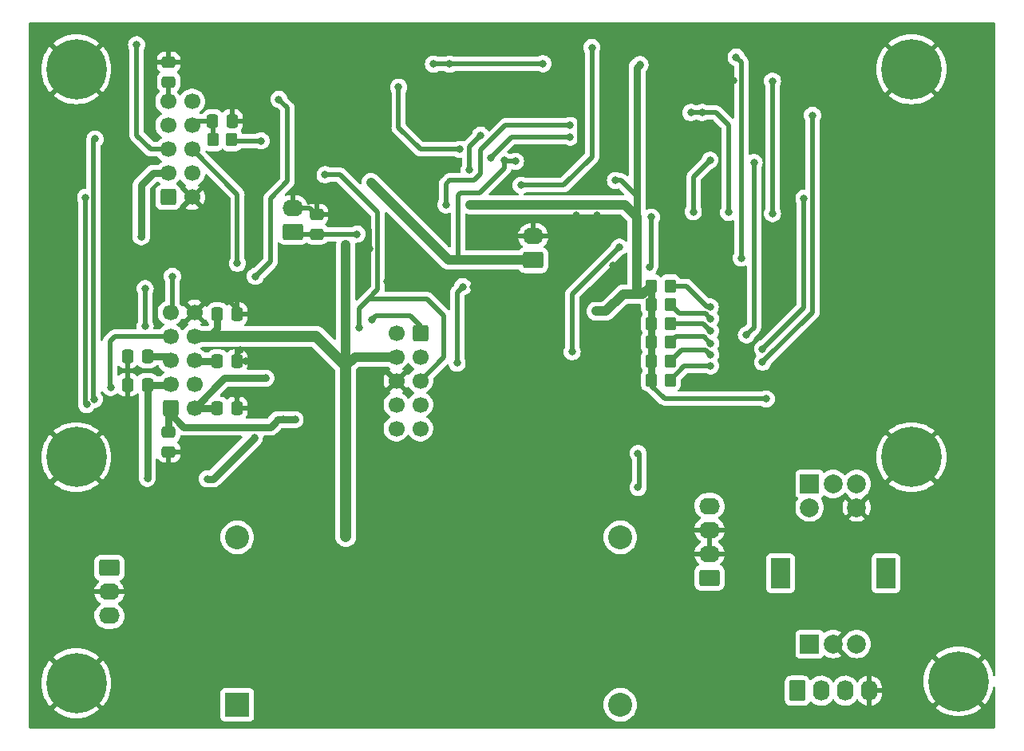
<source format=gtl>
G04 #@! TF.GenerationSoftware,KiCad,Pcbnew,7.0.1*
G04 #@! TF.CreationDate,2023-05-26T07:23:59+02:00*
G04 #@! TF.ProjectId,K_PA_Protec,4b5f5041-5f50-4726-9f74-65632e6b6963,rev?*
G04 #@! TF.SameCoordinates,Original*
G04 #@! TF.FileFunction,Copper,L1,Top*
G04 #@! TF.FilePolarity,Positive*
%FSLAX46Y46*%
G04 Gerber Fmt 4.6, Leading zero omitted, Abs format (unit mm)*
G04 Created by KiCad (PCBNEW 7.0.1) date 2023-05-26 07:23:59*
%MOMM*%
%LPD*%
G01*
G04 APERTURE LIST*
G04 Aperture macros list*
%AMRoundRect*
0 Rectangle with rounded corners*
0 $1 Rounding radius*
0 $2 $3 $4 $5 $6 $7 $8 $9 X,Y pos of 4 corners*
0 Add a 4 corners polygon primitive as box body*
4,1,4,$2,$3,$4,$5,$6,$7,$8,$9,$2,$3,0*
0 Add four circle primitives for the rounded corners*
1,1,$1+$1,$2,$3*
1,1,$1+$1,$4,$5*
1,1,$1+$1,$6,$7*
1,1,$1+$1,$8,$9*
0 Add four rect primitives between the rounded corners*
20,1,$1+$1,$2,$3,$4,$5,0*
20,1,$1+$1,$4,$5,$6,$7,0*
20,1,$1+$1,$6,$7,$8,$9,0*
20,1,$1+$1,$8,$9,$2,$3,0*%
G04 Aperture macros list end*
G04 #@! TA.AperFunction,SMDPad,CuDef*
%ADD10RoundRect,0.250000X-0.350000X-0.450000X0.350000X-0.450000X0.350000X0.450000X-0.350000X0.450000X0*%
G04 #@! TD*
G04 #@! TA.AperFunction,SMDPad,CuDef*
%ADD11RoundRect,0.250000X0.337500X0.475000X-0.337500X0.475000X-0.337500X-0.475000X0.337500X-0.475000X0*%
G04 #@! TD*
G04 #@! TA.AperFunction,ComponentPad*
%ADD12C,0.800000*%
G04 #@! TD*
G04 #@! TA.AperFunction,ComponentPad*
%ADD13C,6.400000*%
G04 #@! TD*
G04 #@! TA.AperFunction,SMDPad,CuDef*
%ADD14RoundRect,0.250000X-0.337500X-0.475000X0.337500X-0.475000X0.337500X0.475000X-0.337500X0.475000X0*%
G04 #@! TD*
G04 #@! TA.AperFunction,SMDPad,CuDef*
%ADD15RoundRect,0.250000X0.475000X-0.337500X0.475000X0.337500X-0.475000X0.337500X-0.475000X-0.337500X0*%
G04 #@! TD*
G04 #@! TA.AperFunction,ComponentPad*
%ADD16R,2.000000X2.000000*%
G04 #@! TD*
G04 #@! TA.AperFunction,ComponentPad*
%ADD17C,2.000000*%
G04 #@! TD*
G04 #@! TA.AperFunction,ComponentPad*
%ADD18R,2.000000X3.200000*%
G04 #@! TD*
G04 #@! TA.AperFunction,ComponentPad*
%ADD19RoundRect,0.250000X0.845000X-0.620000X0.845000X0.620000X-0.845000X0.620000X-0.845000X-0.620000X0*%
G04 #@! TD*
G04 #@! TA.AperFunction,ComponentPad*
%ADD20O,2.190000X1.740000*%
G04 #@! TD*
G04 #@! TA.AperFunction,ComponentPad*
%ADD21RoundRect,0.250000X0.600000X0.600000X-0.600000X0.600000X-0.600000X-0.600000X0.600000X-0.600000X0*%
G04 #@! TD*
G04 #@! TA.AperFunction,ComponentPad*
%ADD22C,1.700000*%
G04 #@! TD*
G04 #@! TA.AperFunction,ComponentPad*
%ADD23RoundRect,0.250000X-0.620000X-0.845000X0.620000X-0.845000X0.620000X0.845000X-0.620000X0.845000X0*%
G04 #@! TD*
G04 #@! TA.AperFunction,ComponentPad*
%ADD24O,1.740000X2.190000*%
G04 #@! TD*
G04 #@! TA.AperFunction,ComponentPad*
%ADD25RoundRect,0.250000X-0.845000X0.620000X-0.845000X-0.620000X0.845000X-0.620000X0.845000X0.620000X0*%
G04 #@! TD*
G04 #@! TA.AperFunction,ComponentPad*
%ADD26R,2.540000X2.540000*%
G04 #@! TD*
G04 #@! TA.AperFunction,ComponentPad*
%ADD27C,2.540000*%
G04 #@! TD*
G04 #@! TA.AperFunction,ComponentPad*
%ADD28RoundRect,0.250000X-0.600000X-0.600000X0.600000X-0.600000X0.600000X0.600000X-0.600000X0.600000X0*%
G04 #@! TD*
G04 #@! TA.AperFunction,ViaPad*
%ADD29C,0.800000*%
G04 #@! TD*
G04 #@! TA.AperFunction,Conductor*
%ADD30C,0.500000*%
G04 #@! TD*
G04 #@! TA.AperFunction,Conductor*
%ADD31C,0.800000*%
G04 #@! TD*
G04 #@! TA.AperFunction,Conductor*
%ADD32C,1.000000*%
G04 #@! TD*
G04 #@! TA.AperFunction,Conductor*
%ADD33C,1.200000*%
G04 #@! TD*
G04 APERTURE END LIST*
D10*
X131000000Y-82000000D03*
X133000000Y-82000000D03*
D11*
X87037500Y-86000000D03*
X84962500Y-86000000D03*
D12*
X67600000Y-55000000D03*
X68302944Y-53302944D03*
X68302944Y-56697056D03*
X70000000Y-52600000D03*
D13*
X70000000Y-55000000D03*
D12*
X70000000Y-57400000D03*
X71697056Y-53302944D03*
X71697056Y-56697056D03*
X72400000Y-55000000D03*
D14*
X75462500Y-85500000D03*
X77537500Y-85500000D03*
D15*
X95500000Y-72500000D03*
X95500000Y-70425000D03*
D10*
X131000000Y-88000000D03*
X133000000Y-88000000D03*
D12*
X156200000Y-96200000D03*
X156902944Y-94502944D03*
X156902944Y-97897056D03*
X158600000Y-93800000D03*
D13*
X158600000Y-96200000D03*
D12*
X158600000Y-98600000D03*
X160297056Y-94502944D03*
X160297056Y-97897056D03*
X161000000Y-96200000D03*
D10*
X131000000Y-80000000D03*
X133000000Y-80000000D03*
D12*
X67600000Y-120200000D03*
X68302944Y-118502944D03*
X68302944Y-121897056D03*
X70000000Y-117800000D03*
D13*
X70000000Y-120200000D03*
D12*
X70000000Y-122600000D03*
X71697056Y-118502944D03*
X71697056Y-121897056D03*
X72400000Y-120200000D03*
D15*
X79800000Y-95637500D03*
X79800000Y-93562500D03*
D10*
X84500000Y-62500000D03*
X86500000Y-62500000D03*
D12*
X156200000Y-55000000D03*
X156902944Y-53302944D03*
X156902944Y-56697056D03*
X158600000Y-52600000D03*
D13*
X158600000Y-55000000D03*
D12*
X158600000Y-57400000D03*
X160297056Y-53302944D03*
X160297056Y-56697056D03*
X161000000Y-55000000D03*
D10*
X131000000Y-84000000D03*
X133000000Y-84000000D03*
X131000000Y-78000000D03*
X133000000Y-78000000D03*
D12*
X161200000Y-120000000D03*
X161902944Y-118302944D03*
X161902944Y-121697056D03*
X163600000Y-117600000D03*
D13*
X163600000Y-120000000D03*
D12*
X163600000Y-122400000D03*
X165297056Y-118302944D03*
X165297056Y-121697056D03*
X166000000Y-120000000D03*
D11*
X87037500Y-81000000D03*
X84962500Y-81000000D03*
D16*
X147800000Y-99037500D03*
D17*
X152800000Y-99037500D03*
X150300000Y-99037500D03*
D16*
X147800000Y-116037500D03*
D17*
X152800000Y-116037500D03*
X150300000Y-116037500D03*
D18*
X144700000Y-108537500D03*
X155900000Y-108537500D03*
D17*
X152800000Y-101537500D03*
X147800000Y-101537500D03*
D15*
X79800000Y-56337500D03*
X79800000Y-54262500D03*
D14*
X75462500Y-88500000D03*
X77537500Y-88500000D03*
X84462500Y-60500000D03*
X86537500Y-60500000D03*
D12*
X67600000Y-96200000D03*
X68302944Y-94502944D03*
X68302944Y-97897056D03*
X70000000Y-93800000D03*
D13*
X70000000Y-96200000D03*
D12*
X70000000Y-98600000D03*
X71697056Y-94502944D03*
X71697056Y-97897056D03*
X72400000Y-96200000D03*
D10*
X131000000Y-86000000D03*
X133000000Y-86000000D03*
D11*
X87037500Y-91000000D03*
X84962500Y-91000000D03*
D19*
X137180000Y-109000000D03*
D20*
X137180000Y-106460000D03*
X137180000Y-103920000D03*
X137180000Y-101380000D03*
D19*
X92980000Y-72270000D03*
D20*
X92980000Y-69730000D03*
D21*
X106500000Y-83000000D03*
D22*
X103960000Y-83000000D03*
X106500000Y-85540000D03*
X103960000Y-85540000D03*
X106500000Y-88080000D03*
X103960000Y-88080000D03*
X106500000Y-90620000D03*
X103960000Y-90620000D03*
X106500000Y-93160000D03*
X103960000Y-93160000D03*
D23*
X146500000Y-121000000D03*
D24*
X149040000Y-121000000D03*
X151580000Y-121000000D03*
X154120000Y-121000000D03*
D25*
X73520000Y-107960000D03*
D20*
X73520000Y-110500000D03*
X73520000Y-113040000D03*
D26*
X87080000Y-122490000D03*
D27*
X87080000Y-104710000D03*
X127720000Y-104710000D03*
X127720000Y-122490000D03*
D28*
X79747500Y-68580000D03*
D22*
X82287500Y-68580000D03*
X79747500Y-66040000D03*
X82287500Y-66040000D03*
X79747500Y-63500000D03*
X82287500Y-63500000D03*
X79747500Y-60960000D03*
X82287500Y-60960000D03*
X79747500Y-58420000D03*
X82287500Y-58420000D03*
D28*
X80000000Y-91000000D03*
D22*
X82540000Y-91000000D03*
X80000000Y-88460000D03*
X82540000Y-88460000D03*
X80000000Y-85920000D03*
X82540000Y-85920000D03*
X80000000Y-83380000D03*
X82540000Y-83380000D03*
X80000000Y-80840000D03*
X82540000Y-80840000D03*
D19*
X118480000Y-75270000D03*
D20*
X118480000Y-72730000D03*
D29*
X99800000Y-72500000D03*
X93200000Y-92200000D03*
X137259078Y-80247561D03*
X92000000Y-92200000D03*
X137300000Y-81500000D03*
X90100000Y-87800000D03*
X137300000Y-82800000D03*
X83900000Y-98500000D03*
X88900000Y-94100000D03*
X77537500Y-98437500D03*
X77300000Y-82300000D03*
X77300000Y-78300000D03*
X137300000Y-85300000D03*
X137300000Y-86500000D03*
X91500000Y-58200000D03*
X80200000Y-77000000D03*
X89000000Y-77000000D03*
X107900000Y-54449500D03*
X109600000Y-54449500D03*
X119500000Y-54400000D03*
X76900000Y-72800000D03*
X101400000Y-81600000D03*
X100000000Y-82400000D03*
X96400000Y-66200000D03*
X140540000Y-75040000D03*
X117200000Y-67310000D03*
X124700000Y-52700000D03*
X140000000Y-53700000D03*
X73649500Y-88799312D03*
X87100000Y-75600000D03*
X71941121Y-90050468D03*
X72000000Y-62400000D03*
X71000000Y-68600000D03*
X71100000Y-90600000D03*
X129600000Y-99400000D03*
X129600000Y-95800000D03*
X142800000Y-86100000D03*
X148100000Y-59900000D03*
X147200000Y-68700000D03*
X142800000Y-84700000D03*
X137300000Y-84100000D03*
X137230000Y-64670000D03*
X135460000Y-70140000D03*
X76400000Y-52400000D03*
X98600000Y-73600000D03*
X101262500Y-67037500D03*
X98600000Y-104600000D03*
X115400000Y-64700000D03*
X116600000Y-64770000D03*
X122600000Y-85000000D03*
X130800000Y-76000000D03*
X127600000Y-73900000D03*
X131000000Y-70700000D03*
X89600000Y-62600000D03*
X110400000Y-86200000D03*
X111000000Y-78100000D03*
X122400000Y-60960000D03*
X109200000Y-69400000D03*
X104200000Y-56900000D03*
X110700000Y-63500000D03*
X113949500Y-64400688D03*
X122400000Y-62200000D03*
X141100000Y-83200000D03*
X141900000Y-64900000D03*
X139200000Y-70200000D03*
X135200000Y-59600000D03*
X136400000Y-59600000D03*
X132000000Y-91000000D03*
X122500000Y-52500000D03*
X130000000Y-92000000D03*
X116000000Y-93000000D03*
X100000000Y-122500000D03*
X165000000Y-67500000D03*
X126975000Y-77975000D03*
X67500000Y-100000000D03*
X120000000Y-91000000D03*
X67500000Y-67500000D03*
X123000000Y-70499500D03*
X67500000Y-82500000D03*
X138088237Y-94688237D03*
X145937500Y-70237500D03*
X165000000Y-100000000D03*
X129000000Y-94000000D03*
X123400000Y-56449500D03*
X113100000Y-78100000D03*
X152500000Y-52500000D03*
X67500000Y-62500000D03*
X67500000Y-77500000D03*
X139000000Y-85000000D03*
X140000000Y-112500000D03*
X118000000Y-89000000D03*
X67500000Y-110000000D03*
X95500000Y-70425000D03*
X165000000Y-92500000D03*
X67500000Y-115000000D03*
X126975000Y-75825000D03*
X101100000Y-74100000D03*
X147500000Y-52500000D03*
X124000000Y-87000000D03*
X120000000Y-87000000D03*
X110000000Y-122500000D03*
X143962500Y-53762500D03*
X87400000Y-84800000D03*
X140000000Y-122500000D03*
X109000000Y-91000000D03*
X111762500Y-55600000D03*
X89200000Y-81600000D03*
X112000000Y-93000000D03*
X109000000Y-89000000D03*
X140000000Y-117500000D03*
X140000000Y-120000000D03*
X116000000Y-89000000D03*
X109799312Y-65399312D03*
X125000000Y-122500000D03*
X95000000Y-122500000D03*
X107800000Y-66000000D03*
X112000000Y-95000000D03*
X88000000Y-86000000D03*
X116000000Y-91000000D03*
X118000000Y-93000000D03*
X95000000Y-55400000D03*
X113437500Y-82037500D03*
X115000000Y-122500000D03*
X67500000Y-72500000D03*
X95000000Y-53000000D03*
X112100000Y-78100000D03*
X138500000Y-56200000D03*
X122000000Y-89000000D03*
X165000000Y-62500000D03*
X109000000Y-77500000D03*
X120500000Y-83000000D03*
X116000000Y-95000000D03*
X139690500Y-56210790D03*
X134690000Y-61110000D03*
X165000000Y-115000000D03*
X90000000Y-122500000D03*
X127500000Y-83100000D03*
X107000000Y-77500000D03*
X125250000Y-70499500D03*
X104000000Y-65000000D03*
X114000000Y-95000000D03*
X139000000Y-83000000D03*
X114000000Y-93000000D03*
X100837500Y-64962500D03*
X105000000Y-122500000D03*
X149400000Y-95800000D03*
X113437500Y-85937500D03*
X103000000Y-77500000D03*
X149400000Y-94600000D03*
X165000000Y-82500000D03*
X149400000Y-93400000D03*
X112200000Y-85900000D03*
X137500000Y-120000000D03*
X135000000Y-122500000D03*
X135000000Y-120000000D03*
X138000000Y-95800000D03*
X80000000Y-122500000D03*
X142500000Y-52500000D03*
X165000000Y-72500000D03*
X87037500Y-89662500D03*
X145937500Y-73562500D03*
X165000000Y-110000000D03*
X67500000Y-92500000D03*
X110749312Y-61050688D03*
X165000000Y-105000000D03*
X157500000Y-122500000D03*
X67500000Y-105000000D03*
X75000000Y-122500000D03*
X165000000Y-87500000D03*
X120000000Y-89000000D03*
X112237500Y-82037500D03*
X120000000Y-122500000D03*
X165000000Y-77500000D03*
X105000000Y-77500000D03*
X118000000Y-87000000D03*
X123400000Y-63500000D03*
X118000000Y-91000000D03*
X67500000Y-87500000D03*
X122000000Y-87000000D03*
X111762500Y-56962500D03*
X127000000Y-96000000D03*
X138000000Y-93615000D03*
X95000000Y-54400000D03*
X111700000Y-65700000D03*
X129800000Y-54500000D03*
X127200000Y-66800000D03*
X129500000Y-78900000D03*
X143862500Y-70337500D03*
X111800000Y-69400000D03*
X143200000Y-90000000D03*
X143862500Y-56262500D03*
X128000000Y-78900000D03*
X112900000Y-62000000D03*
X125150000Y-80700000D03*
D30*
X79747500Y-58420000D02*
X79747500Y-56390000D01*
X79747500Y-56390000D02*
X79800000Y-56337500D01*
X84462500Y-60500000D02*
X82747500Y-60500000D01*
X82747500Y-60500000D02*
X82287500Y-60960000D01*
X84500000Y-62500000D02*
X84500000Y-60537500D01*
X84500000Y-60537500D02*
X84462500Y-60500000D01*
X95500000Y-72500000D02*
X99800000Y-72500000D01*
X93210000Y-72500000D02*
X92980000Y-72270000D01*
X95500000Y-72500000D02*
X93210000Y-72500000D01*
X133000000Y-78000000D02*
X134700000Y-78000000D01*
D31*
X91400000Y-92200000D02*
X92000000Y-92200000D01*
X79800000Y-91200000D02*
X80000000Y-91000000D01*
X80000000Y-91600000D02*
X81400000Y-93000000D01*
X79800000Y-93562500D02*
X79800000Y-91200000D01*
X90600000Y-93000000D02*
X91000000Y-92600000D01*
D30*
X136947561Y-80247561D02*
X137259078Y-80247561D01*
D31*
X80000000Y-91000000D02*
X80000000Y-91600000D01*
X92000000Y-92200000D02*
X93200000Y-92200000D01*
X81400000Y-93000000D02*
X90600000Y-93000000D01*
D30*
X134700000Y-78000000D02*
X136947561Y-80247561D01*
D31*
X91000000Y-92600000D02*
X91400000Y-92200000D01*
D30*
X136745239Y-80945239D02*
X137300000Y-81500000D01*
D31*
X85740000Y-87800000D02*
X90100000Y-87800000D01*
X82540000Y-91000000D02*
X85740000Y-87800000D01*
D30*
X133945239Y-80945239D02*
X136745239Y-80945239D01*
D31*
X84962500Y-91000000D02*
X82540000Y-91000000D01*
D30*
X133000000Y-80000000D02*
X133945239Y-80945239D01*
D31*
X79960000Y-88500000D02*
X80000000Y-88460000D01*
X77537500Y-88500000D02*
X79960000Y-88500000D01*
X77537500Y-88500000D02*
X77537500Y-98437500D01*
X88900000Y-94100000D02*
X84500000Y-98500000D01*
X84500000Y-98500000D02*
X83900000Y-98500000D01*
D30*
X136500000Y-82000000D02*
X137300000Y-82800000D01*
X133000000Y-82000000D02*
X136500000Y-82000000D01*
X77300000Y-82300000D02*
X77300000Y-78300000D01*
D31*
X79580000Y-85500000D02*
X80000000Y-85920000D01*
D30*
X133000000Y-86000000D02*
X134200000Y-84800000D01*
D31*
X77537500Y-85500000D02*
X79580000Y-85500000D01*
D30*
X136800000Y-84800000D02*
X137300000Y-85300000D01*
X134200000Y-84800000D02*
X136800000Y-84800000D01*
D31*
X84962500Y-86000000D02*
X82620000Y-86000000D01*
D30*
X134500000Y-86500000D02*
X137300000Y-86500000D01*
X133000000Y-88000000D02*
X134500000Y-86500000D01*
D31*
X82620000Y-86000000D02*
X82540000Y-85920000D01*
D30*
X80200000Y-80640000D02*
X80000000Y-80840000D01*
X90600000Y-75400000D02*
X90600000Y-68700000D01*
X89000000Y-77000000D02*
X90600000Y-75400000D01*
X92400000Y-59100000D02*
X91500000Y-58200000D01*
X80200000Y-77000000D02*
X80200000Y-80640000D01*
X90600000Y-68700000D02*
X92400000Y-66900000D01*
X92400000Y-66900000D02*
X92400000Y-59100000D01*
X109649500Y-54400000D02*
X109600000Y-54449500D01*
X109600000Y-54449500D02*
X107900000Y-54449500D01*
X119500000Y-54400000D02*
X109649500Y-54400000D01*
X105400000Y-81200000D02*
X106500000Y-82300000D01*
D31*
X78160000Y-66040000D02*
X79747500Y-66040000D01*
D30*
X101800000Y-81200000D02*
X105400000Y-81200000D01*
D31*
X76900000Y-67300000D02*
X78160000Y-66040000D01*
X76900000Y-72800000D02*
X76900000Y-67300000D01*
D30*
X101400000Y-81600000D02*
X101800000Y-81200000D01*
X106500000Y-82300000D02*
X106500000Y-83000000D01*
X102000000Y-78400000D02*
X102000000Y-70200000D01*
X107200000Y-79400000D02*
X109000000Y-81200000D01*
X102000000Y-70200000D02*
X98000000Y-66200000D01*
X97000000Y-66200000D02*
X96400000Y-66200000D01*
X98000000Y-66200000D02*
X97000000Y-66200000D01*
X100000000Y-82400000D02*
X100000000Y-80400000D01*
X100000000Y-80400000D02*
X101000000Y-79400000D01*
X100000000Y-80400000D02*
X102000000Y-78400000D01*
X109000000Y-81200000D02*
X109000000Y-85580000D01*
X109000000Y-85580000D02*
X106500000Y-88080000D01*
X101000000Y-79400000D02*
X107200000Y-79400000D01*
X140540000Y-54240000D02*
X140000000Y-53700000D01*
X140540000Y-75040000D02*
X140540000Y-54240000D01*
X117200000Y-67310000D02*
X121690000Y-67310000D01*
X124700000Y-64300000D02*
X124700000Y-52700000D01*
X121690000Y-67310000D02*
X124700000Y-64300000D01*
X74120000Y-83380000D02*
X73600000Y-83900000D01*
X80000000Y-83380000D02*
X74120000Y-83380000D01*
X73600000Y-83900000D02*
X73600000Y-88749812D01*
X73600000Y-88749812D02*
X73649500Y-88799312D01*
X87100000Y-68312500D02*
X87100000Y-75600000D01*
X82287500Y-63500000D02*
X87100000Y-68312500D01*
X71850499Y-89959846D02*
X71941121Y-90050468D01*
X72000000Y-62400000D02*
X71850499Y-62549501D01*
X71850499Y-62549501D02*
X71850499Y-89959846D01*
X129700000Y-95900000D02*
X129700000Y-99300000D01*
X71000000Y-90500000D02*
X71100000Y-90600000D01*
X129700000Y-99300000D02*
X129600000Y-99400000D01*
X71000000Y-68600000D02*
X71000000Y-90500000D01*
X129600000Y-95800000D02*
X129700000Y-95900000D01*
X142800000Y-86100000D02*
X148100000Y-80800000D01*
X148100000Y-80800000D02*
X148100000Y-59900000D01*
X142800000Y-84700000D02*
X147200000Y-80300000D01*
X147200000Y-80300000D02*
X147200000Y-68700000D01*
X136600000Y-83400000D02*
X137300000Y-84100000D01*
X133600000Y-83400000D02*
X136600000Y-83400000D01*
X133000000Y-84000000D02*
X133600000Y-83400000D01*
X79747500Y-63500000D02*
X77900000Y-63500000D01*
X77900000Y-63500000D02*
X76400000Y-62000000D01*
X137230000Y-64670000D02*
X135500000Y-66400000D01*
X135500000Y-70100000D02*
X135460000Y-70140000D01*
X135500000Y-66400000D02*
X135500000Y-70100000D01*
X76400000Y-52400000D02*
X76400000Y-62000000D01*
D32*
X103960000Y-85540000D02*
X99560000Y-85540000D01*
D30*
X110500000Y-68400000D02*
X110500000Y-75270000D01*
D33*
X95480000Y-83380000D02*
X98600000Y-86500000D01*
D31*
X82540000Y-83380000D02*
X84120000Y-83380000D01*
D30*
X110800000Y-68100000D02*
X110500000Y-68400000D01*
D33*
X98600000Y-94000000D02*
X98600000Y-99400000D01*
D30*
X112800000Y-68100000D02*
X110800000Y-68100000D01*
D33*
X98600000Y-86500000D02*
X98600000Y-94000000D01*
D32*
X109495000Y-75270000D02*
X118480000Y-75270000D01*
D30*
X116600000Y-64770000D02*
X115470000Y-64770000D01*
D32*
X98600000Y-73600000D02*
X98600000Y-94000000D01*
D33*
X98600000Y-99400000D02*
X98600000Y-104600000D01*
D30*
X110500000Y-75270000D02*
X118480000Y-75270000D01*
X115400000Y-65500000D02*
X112800000Y-68100000D01*
D33*
X82540000Y-83380000D02*
X95480000Y-83380000D01*
D31*
X84962500Y-82537500D02*
X84962500Y-81000000D01*
D32*
X101262500Y-67037500D02*
X109495000Y-75270000D01*
X99560000Y-85540000D02*
X98600000Y-86500000D01*
D30*
X115470000Y-64770000D02*
X115400000Y-64700000D01*
X115400000Y-64700000D02*
X115400000Y-65500000D01*
D31*
X84120000Y-83380000D02*
X84962500Y-82537500D01*
D30*
X122600000Y-78900000D02*
X122600000Y-85000000D01*
X131000000Y-70700000D02*
X131000000Y-75800000D01*
X127600000Y-73900000D02*
X122600000Y-78900000D01*
X131000000Y-75800000D02*
X130800000Y-76000000D01*
X88400000Y-62600000D02*
X89600000Y-62600000D01*
X86500000Y-62500000D02*
X86600000Y-62600000D01*
X86600000Y-62600000D02*
X88400000Y-62600000D01*
X110400000Y-86200000D02*
X110400000Y-78700000D01*
X110400000Y-78700000D02*
X111000000Y-78100000D01*
X109600000Y-66800000D02*
X109200000Y-67200000D01*
X112900000Y-66100000D02*
X112200000Y-66800000D01*
X112900000Y-63600000D02*
X112900000Y-66100000D01*
X109200000Y-67200000D02*
X109200000Y-69400000D01*
X122400000Y-60960000D02*
X115540000Y-60960000D01*
X115540000Y-60960000D02*
X112900000Y-63600000D01*
X112200000Y-66800000D02*
X109600000Y-66800000D01*
X104200000Y-61200000D02*
X106500000Y-63500000D01*
X106500000Y-63500000D02*
X110700000Y-63500000D01*
X104200000Y-56900000D02*
X104200000Y-61200000D01*
X113949500Y-64400688D02*
X116150188Y-62200000D01*
X116150188Y-62200000D02*
X122400000Y-62200000D01*
X141900000Y-82400000D02*
X141100000Y-83200000D01*
X141900000Y-64900000D02*
X141900000Y-82400000D01*
X136400000Y-59600000D02*
X135200000Y-59600000D01*
X139200000Y-60900000D02*
X139200000Y-70200000D01*
X136400000Y-59600000D02*
X137900000Y-59600000D01*
X137900000Y-59600000D02*
X139200000Y-60900000D01*
X99525000Y-70425000D02*
X95500000Y-70425000D01*
X87037500Y-81000000D02*
X87037500Y-80437500D01*
X87037500Y-81000000D02*
X88600000Y-81000000D01*
X84180000Y-79200000D02*
X82540000Y-80840000D01*
X101100000Y-72000000D02*
X99525000Y-70425000D01*
X123400000Y-63500000D02*
X123400000Y-56449500D01*
X88600000Y-81000000D02*
X89200000Y-81600000D01*
X101100000Y-74100000D02*
X101100000Y-72000000D01*
X92980000Y-69730000D02*
X94805000Y-69730000D01*
X87037500Y-86000000D02*
X87037500Y-85162500D01*
X85800000Y-79200000D02*
X84180000Y-79200000D01*
X87037500Y-85162500D02*
X87400000Y-84800000D01*
X87037500Y-86000000D02*
X88000000Y-86000000D01*
X94805000Y-69730000D02*
X95500000Y-70425000D01*
X87037500Y-91000000D02*
X90000000Y-91000000D01*
X87037500Y-80437500D02*
X85800000Y-79200000D01*
X87037500Y-91000000D02*
X87037500Y-89662500D01*
X127200000Y-66800000D02*
X127800000Y-66800000D01*
X127800000Y-66800000D02*
X129500000Y-68500000D01*
D31*
X131000000Y-84000000D02*
X131000000Y-82000000D01*
X129500000Y-70700000D02*
X129500000Y-68500000D01*
D30*
X112900000Y-62000000D02*
X111700000Y-63200000D01*
D31*
X131000000Y-82000000D02*
X131000000Y-80000000D01*
D30*
X132400000Y-90000000D02*
X143200000Y-90000000D01*
D32*
X126200000Y-80700000D02*
X128000000Y-78900000D01*
X129500000Y-78900000D02*
X130100000Y-78900000D01*
X129500000Y-78900000D02*
X129500000Y-75200000D01*
D30*
X143862500Y-70337500D02*
X143862500Y-56262500D01*
D31*
X131000000Y-84000000D02*
X131000000Y-86000000D01*
X131000000Y-80000000D02*
X131000000Y-78000000D01*
D32*
X130100000Y-78900000D02*
X131000000Y-78000000D01*
D31*
X129500000Y-54800000D02*
X129800000Y-54500000D01*
X131000000Y-86000000D02*
X131000000Y-88000000D01*
D30*
X131000000Y-88600000D02*
X132400000Y-90000000D01*
D31*
X129500000Y-68500000D02*
X129500000Y-54800000D01*
D32*
X129500000Y-78900000D02*
X128000000Y-78900000D01*
X125150000Y-80700000D02*
X126200000Y-80700000D01*
D30*
X131000000Y-88000000D02*
X131000000Y-88600000D01*
D32*
X128200000Y-69400000D02*
X129500000Y-70700000D01*
D30*
X111700000Y-63200000D02*
X111700000Y-65700000D01*
D32*
X129500000Y-75200000D02*
X129500000Y-70700000D01*
X111800000Y-69400000D02*
X128200000Y-69400000D01*
G04 #@! TA.AperFunction,Conductor*
G36*
X167436500Y-50017381D02*
G01*
X167482619Y-50063500D01*
X167499500Y-50126500D01*
X167499500Y-119316272D01*
X167484231Y-119376394D01*
X167442125Y-119421944D01*
X167383386Y-119441884D01*
X167322251Y-119431379D01*
X167273537Y-119392976D01*
X167249051Y-119335983D01*
X167231948Y-119228004D01*
X167131355Y-118852586D01*
X166992078Y-118489755D01*
X166815628Y-118143455D01*
X166603948Y-117817496D01*
X166397122Y-117562087D01*
X166397121Y-117562086D01*
X163959210Y-119999999D01*
X163959210Y-120000001D01*
X166397121Y-122437912D01*
X166603953Y-122182497D01*
X166815627Y-121856548D01*
X166992078Y-121510244D01*
X167131355Y-121147413D01*
X167231948Y-120771995D01*
X167249051Y-120664017D01*
X167273537Y-120607024D01*
X167322251Y-120568621D01*
X167383386Y-120558116D01*
X167442125Y-120578056D01*
X167484231Y-120623606D01*
X167499500Y-120683728D01*
X167499500Y-124873500D01*
X167482619Y-124936500D01*
X167436500Y-124982619D01*
X167373500Y-124999500D01*
X65126500Y-124999500D01*
X65063500Y-124982619D01*
X65017381Y-124936500D01*
X65000500Y-124873500D01*
X65000500Y-122997121D01*
X67562086Y-122997121D01*
X67562087Y-122997122D01*
X67817497Y-123203950D01*
X68143451Y-123415627D01*
X68489755Y-123592078D01*
X68852586Y-123731355D01*
X69228004Y-123831948D01*
X69611882Y-123892748D01*
X70000000Y-123913089D01*
X70388117Y-123892748D01*
X70771995Y-123831948D01*
X70858989Y-123808638D01*
X85301500Y-123808638D01*
X85308011Y-123869200D01*
X85359111Y-124006205D01*
X85446738Y-124123261D01*
X85563794Y-124210888D01*
X85563795Y-124210888D01*
X85563796Y-124210889D01*
X85700799Y-124261989D01*
X85761362Y-124268500D01*
X88398638Y-124268500D01*
X88459201Y-124261989D01*
X88596204Y-124210889D01*
X88713261Y-124123261D01*
X88800889Y-124006204D01*
X88851989Y-123869201D01*
X88858500Y-123808638D01*
X88858500Y-122490000D01*
X125936513Y-122490000D01*
X125956433Y-122755817D01*
X126015747Y-123015691D01*
X126089634Y-123203950D01*
X126113134Y-123263826D01*
X126246414Y-123494674D01*
X126412612Y-123703079D01*
X126608014Y-123884386D01*
X126608016Y-123884387D01*
X126608018Y-123884389D01*
X126709685Y-123953704D01*
X126828257Y-124034545D01*
X126952762Y-124094503D01*
X127068418Y-124150201D01*
X127141531Y-124172753D01*
X127323137Y-124228771D01*
X127586720Y-124268500D01*
X127853277Y-124268500D01*
X127853280Y-124268500D01*
X128116863Y-124228771D01*
X128371581Y-124150201D01*
X128611744Y-124034545D01*
X128831986Y-123884386D01*
X129027388Y-123703079D01*
X129193586Y-123494674D01*
X129326866Y-123263826D01*
X129424252Y-123015692D01*
X129474139Y-122797121D01*
X161162086Y-122797121D01*
X161162087Y-122797122D01*
X161417497Y-123003950D01*
X161743451Y-123215627D01*
X162089755Y-123392078D01*
X162452586Y-123531355D01*
X162828004Y-123631948D01*
X163211882Y-123692748D01*
X163600000Y-123713089D01*
X163988117Y-123692748D01*
X164371995Y-123631948D01*
X164747413Y-123531355D01*
X165110244Y-123392078D01*
X165456548Y-123215627D01*
X165782497Y-123003953D01*
X166037912Y-122797121D01*
X163600001Y-120359210D01*
X163599999Y-120359210D01*
X161162086Y-122797121D01*
X129474139Y-122797121D01*
X129483567Y-122755815D01*
X129503487Y-122490000D01*
X129483567Y-122224185D01*
X129424252Y-121964308D01*
X129397262Y-121895540D01*
X145121500Y-121895540D01*
X145129411Y-121972980D01*
X145132113Y-121999426D01*
X145187885Y-122167738D01*
X145246980Y-122263545D01*
X145280972Y-122318655D01*
X145406344Y-122444027D01*
X145406346Y-122444028D01*
X145406348Y-122444030D01*
X145557262Y-122537115D01*
X145725574Y-122592887D01*
X145829455Y-122603500D01*
X147170544Y-122603499D01*
X147274426Y-122592887D01*
X147442738Y-122537115D01*
X147593652Y-122444030D01*
X147719030Y-122318652D01*
X147812115Y-122167738D01*
X147812116Y-122167732D01*
X147813547Y-122165414D01*
X147853653Y-122124935D01*
X147907489Y-122106264D01*
X147964045Y-122113218D01*
X148011754Y-122144375D01*
X148125602Y-122263162D01*
X148125969Y-122263545D01*
X148314624Y-122403074D01*
X148314626Y-122403075D01*
X148314629Y-122403077D01*
X148524159Y-122508720D01*
X148748529Y-122577432D01*
X148864906Y-122592334D01*
X148981282Y-122607237D01*
X148981282Y-122607236D01*
X148981283Y-122607237D01*
X149215727Y-122597278D01*
X149445116Y-122547841D01*
X149662850Y-122460349D01*
X149862665Y-122337317D01*
X150038815Y-122182286D01*
X150186230Y-121999716D01*
X150201166Y-121972978D01*
X150245101Y-121927136D01*
X150305817Y-121908541D01*
X150367891Y-121921918D01*
X150415558Y-121963870D01*
X150421715Y-121972980D01*
X150503600Y-122094132D01*
X150665602Y-122263162D01*
X150665969Y-122263545D01*
X150854624Y-122403074D01*
X150854626Y-122403075D01*
X150854629Y-122403077D01*
X151064159Y-122508720D01*
X151288529Y-122577432D01*
X151404906Y-122592334D01*
X151521282Y-122607237D01*
X151521282Y-122607236D01*
X151521283Y-122607237D01*
X151755727Y-122597278D01*
X151985116Y-122547841D01*
X152202850Y-122460349D01*
X152402665Y-122337317D01*
X152578815Y-122182286D01*
X152726230Y-121999716D01*
X152741439Y-121972488D01*
X152785374Y-121926647D01*
X152846089Y-121908052D01*
X152908164Y-121921429D01*
X152955831Y-121963381D01*
X153043992Y-122093819D01*
X153206294Y-122263162D01*
X153394896Y-122402651D01*
X153604344Y-122508254D01*
X153828634Y-122576941D01*
X153865999Y-122581726D01*
X153866000Y-122581726D01*
X153866000Y-121254000D01*
X154374000Y-121254000D01*
X154374000Y-122579897D01*
X154524968Y-122547361D01*
X154742624Y-122459899D01*
X154942366Y-122336914D01*
X155118453Y-122181937D01*
X155265812Y-121999437D01*
X155380213Y-121794650D01*
X155458356Y-121573481D01*
X155498000Y-121342282D01*
X155498000Y-121254000D01*
X154374000Y-121254000D01*
X153866000Y-121254000D01*
X153866000Y-119420102D01*
X153715031Y-119452638D01*
X153497375Y-119540100D01*
X153297633Y-119663085D01*
X153121546Y-119818062D01*
X152974183Y-120000566D01*
X152959144Y-120027488D01*
X152915207Y-120073330D01*
X152854492Y-120091923D01*
X152792419Y-120078544D01*
X152744755Y-120036594D01*
X152656400Y-119905868D01*
X152494033Y-119736457D01*
X152494032Y-119736456D01*
X152494030Y-119736454D01*
X152305375Y-119596925D01*
X152095837Y-119491278D01*
X151871469Y-119422567D01*
X151837936Y-119418273D01*
X154374000Y-119418273D01*
X154374000Y-120746000D01*
X155498000Y-120746000D01*
X155498000Y-120716465D01*
X155483089Y-120541273D01*
X155423984Y-120314278D01*
X155327361Y-120100524D01*
X155259418Y-119999999D01*
X159886910Y-119999999D01*
X159907251Y-120388117D01*
X159968051Y-120771995D01*
X160068644Y-121147413D01*
X160207921Y-121510244D01*
X160384372Y-121856548D01*
X160596049Y-122182502D01*
X160802876Y-122437911D01*
X160802877Y-122437912D01*
X163240790Y-120000001D01*
X163240790Y-119999999D01*
X160802877Y-117562086D01*
X160596047Y-117817502D01*
X160384371Y-118143455D01*
X160207921Y-118489755D01*
X160068644Y-118852586D01*
X159968051Y-119228004D01*
X159907251Y-119611882D01*
X159886910Y-119999999D01*
X155259418Y-119999999D01*
X155196007Y-119906180D01*
X155033705Y-119736837D01*
X154845103Y-119597348D01*
X154635655Y-119491745D01*
X154411365Y-119423058D01*
X154374000Y-119418273D01*
X151837936Y-119418273D01*
X151638717Y-119392762D01*
X151404275Y-119402721D01*
X151174884Y-119452158D01*
X150957152Y-119539650D01*
X150957150Y-119539651D01*
X150930643Y-119555972D01*
X150757333Y-119662683D01*
X150581183Y-119817715D01*
X150433771Y-120000281D01*
X150418832Y-120027023D01*
X150374894Y-120072865D01*
X150314180Y-120091458D01*
X150252107Y-120078079D01*
X150204441Y-120036128D01*
X150116401Y-119905869D01*
X149954030Y-119736454D01*
X149765375Y-119596925D01*
X149555837Y-119491278D01*
X149331469Y-119422567D01*
X149098717Y-119392762D01*
X148864275Y-119402721D01*
X148634884Y-119452158D01*
X148417152Y-119539650D01*
X148417150Y-119539651D01*
X148390643Y-119555972D01*
X148217333Y-119662683D01*
X148041182Y-119817716D01*
X148018056Y-119846357D01*
X147970724Y-119882550D01*
X147912055Y-119892948D01*
X147855168Y-119875226D01*
X147812784Y-119833347D01*
X147803142Y-119817715D01*
X147719030Y-119681348D01*
X147719028Y-119681346D01*
X147719027Y-119681344D01*
X147593655Y-119555972D01*
X147593652Y-119555970D01*
X147442738Y-119462885D01*
X147274426Y-119407113D01*
X147170545Y-119396500D01*
X147170540Y-119396500D01*
X145829459Y-119396500D01*
X145725573Y-119407113D01*
X145557262Y-119462885D01*
X145406344Y-119555972D01*
X145280972Y-119681344D01*
X145280970Y-119681348D01*
X145187885Y-119832262D01*
X145132113Y-120000574D01*
X145121927Y-120100282D01*
X145121500Y-120104459D01*
X145121500Y-121895540D01*
X129397262Y-121895540D01*
X129326866Y-121716174D01*
X129193586Y-121485326D01*
X129027388Y-121276921D01*
X128831986Y-121095614D01*
X128611744Y-120945455D01*
X128611743Y-120945454D01*
X128611741Y-120945453D01*
X128371581Y-120829798D01*
X128116866Y-120751230D01*
X128116863Y-120751229D01*
X127853280Y-120711500D01*
X127586720Y-120711500D01*
X127323137Y-120751229D01*
X127323134Y-120751229D01*
X127323133Y-120751230D01*
X127068418Y-120829798D01*
X126828256Y-120945455D01*
X126608018Y-121095610D01*
X126412611Y-121276922D01*
X126246412Y-121485329D01*
X126113134Y-121716173D01*
X126015747Y-121964308D01*
X125956433Y-122224182D01*
X125936513Y-122490000D01*
X88858500Y-122490000D01*
X88858500Y-121171362D01*
X88851989Y-121110799D01*
X88800889Y-120973796D01*
X88799541Y-120971995D01*
X88713261Y-120856738D01*
X88596205Y-120769111D01*
X88527702Y-120743561D01*
X88459201Y-120718011D01*
X88398638Y-120711500D01*
X85761362Y-120711500D01*
X85700799Y-120718011D01*
X85563794Y-120769111D01*
X85446738Y-120856738D01*
X85359111Y-120973794D01*
X85308011Y-121110799D01*
X85301500Y-121171362D01*
X85301500Y-123808638D01*
X70858989Y-123808638D01*
X71147413Y-123731355D01*
X71510244Y-123592078D01*
X71856548Y-123415627D01*
X72182497Y-123203953D01*
X72437912Y-122997121D01*
X70000001Y-120559210D01*
X69999999Y-120559210D01*
X67562086Y-122997121D01*
X65000500Y-122997121D01*
X65000500Y-120200000D01*
X66286910Y-120200000D01*
X66307251Y-120588117D01*
X66368051Y-120971995D01*
X66468644Y-121347413D01*
X66607921Y-121710244D01*
X66784372Y-122056548D01*
X66996049Y-122382502D01*
X67202876Y-122637911D01*
X67202877Y-122637912D01*
X69640790Y-120200001D01*
X70359210Y-120200001D01*
X72797121Y-122637912D01*
X73003953Y-122382497D01*
X73215627Y-122056548D01*
X73392078Y-121710244D01*
X73531355Y-121347413D01*
X73631948Y-120971995D01*
X73692748Y-120588117D01*
X73713089Y-120200000D01*
X73692748Y-119811882D01*
X73631948Y-119428004D01*
X73531355Y-119052586D01*
X73392078Y-118689755D01*
X73215628Y-118343455D01*
X73003948Y-118017496D01*
X72797122Y-117762087D01*
X72797121Y-117762086D01*
X70359210Y-120199999D01*
X70359210Y-120200001D01*
X69640790Y-120200001D01*
X69640790Y-120199999D01*
X67202877Y-117762086D01*
X66996047Y-118017502D01*
X66784371Y-118343455D01*
X66607921Y-118689755D01*
X66468644Y-119052586D01*
X66368051Y-119428004D01*
X66307251Y-119811882D01*
X66286910Y-120200000D01*
X65000500Y-120200000D01*
X65000500Y-117402877D01*
X67562086Y-117402877D01*
X69999999Y-119840790D01*
X70000001Y-119840790D01*
X72437912Y-117402877D01*
X72437911Y-117402876D01*
X72182502Y-117196049D01*
X72013254Y-117086138D01*
X146291500Y-117086138D01*
X146298011Y-117146700D01*
X146349111Y-117283705D01*
X146436738Y-117400761D01*
X146553794Y-117488388D01*
X146553795Y-117488388D01*
X146553796Y-117488389D01*
X146690799Y-117539489D01*
X146751362Y-117546000D01*
X148848638Y-117546000D01*
X148909201Y-117539489D01*
X149046204Y-117488389D01*
X149104732Y-117444574D01*
X149163260Y-117400762D01*
X149163261Y-117400761D01*
X149243908Y-117293028D01*
X149291616Y-117254301D01*
X149351969Y-117242744D01*
X149410611Y-117261106D01*
X149613261Y-117385291D01*
X149832559Y-117476127D01*
X150063366Y-117531539D01*
X150300000Y-117550162D01*
X150536633Y-117531539D01*
X150767440Y-117476127D01*
X150986738Y-117385291D01*
X151173891Y-117270602D01*
X151173892Y-117270601D01*
X150029885Y-116126594D01*
X149997273Y-116070110D01*
X149997273Y-116037501D01*
X150659210Y-116037501D01*
X151544454Y-116922745D01*
X151553709Y-116923933D01*
X151603599Y-116959437D01*
X151730030Y-117107469D01*
X151910584Y-117261676D01*
X152113033Y-117385738D01*
X152113035Y-117385738D01*
X152113037Y-117385740D01*
X152332406Y-117476605D01*
X152507857Y-117518727D01*
X152563288Y-117532035D01*
X152580558Y-117533394D01*
X152800000Y-117550665D01*
X153036711Y-117532035D01*
X153267594Y-117476605D01*
X153486963Y-117385740D01*
X153689416Y-117261676D01*
X153758261Y-117202877D01*
X161162086Y-117202877D01*
X163599999Y-119640790D01*
X163600001Y-119640790D01*
X166037912Y-117202877D01*
X166037911Y-117202876D01*
X165782502Y-116996049D01*
X165456548Y-116784372D01*
X165110244Y-116607921D01*
X164747413Y-116468644D01*
X164371995Y-116368051D01*
X163988117Y-116307251D01*
X163600000Y-116286910D01*
X163211882Y-116307251D01*
X162828004Y-116368051D01*
X162452586Y-116468644D01*
X162089755Y-116607921D01*
X161743455Y-116784371D01*
X161417502Y-116996047D01*
X161162086Y-117202877D01*
X153758261Y-117202877D01*
X153869969Y-117107469D01*
X154024176Y-116926916D01*
X154148240Y-116724463D01*
X154239105Y-116505094D01*
X154294535Y-116274211D01*
X154313165Y-116037500D01*
X154294535Y-115800789D01*
X154239105Y-115569906D01*
X154148240Y-115350537D01*
X154024176Y-115148084D01*
X153996400Y-115115562D01*
X153869969Y-114967530D01*
X153689415Y-114813323D01*
X153486966Y-114689261D01*
X153267594Y-114598395D01*
X153036711Y-114542964D01*
X152800000Y-114524335D01*
X152563288Y-114542964D01*
X152332405Y-114598395D01*
X152113033Y-114689261D01*
X151910584Y-114813323D01*
X151730033Y-114967528D01*
X151603599Y-115115562D01*
X151553712Y-115151064D01*
X151544457Y-115152251D01*
X150659210Y-116037500D01*
X150659210Y-116037501D01*
X149997273Y-116037501D01*
X149997273Y-116004888D01*
X150029885Y-115948403D01*
X150300000Y-115678289D01*
X150300003Y-115678286D01*
X151173891Y-114804397D01*
X151173891Y-114804396D01*
X150986738Y-114689708D01*
X150767440Y-114598872D01*
X150536633Y-114543460D01*
X150300000Y-114524837D01*
X150063366Y-114543460D01*
X149832559Y-114598872D01*
X149613266Y-114689706D01*
X149410611Y-114813894D01*
X149351969Y-114832256D01*
X149291617Y-114820698D01*
X149243908Y-114781970D01*
X149163261Y-114674238D01*
X149046205Y-114586611D01*
X148977702Y-114561061D01*
X148909201Y-114535511D01*
X148848638Y-114529000D01*
X146751362Y-114529000D01*
X146690799Y-114535511D01*
X146553794Y-114586611D01*
X146436738Y-114674238D01*
X146349111Y-114791294D01*
X146298011Y-114928299D01*
X146291500Y-114988862D01*
X146291500Y-117086138D01*
X72013254Y-117086138D01*
X71856548Y-116984372D01*
X71510244Y-116807921D01*
X71147413Y-116668644D01*
X70771995Y-116568051D01*
X70388117Y-116507251D01*
X70000000Y-116486910D01*
X69611882Y-116507251D01*
X69228004Y-116568051D01*
X68852586Y-116668644D01*
X68489755Y-116807921D01*
X68143455Y-116984371D01*
X67817502Y-117196047D01*
X67562086Y-117402877D01*
X65000500Y-117402877D01*
X65000500Y-112981282D01*
X71912762Y-112981282D01*
X71922721Y-113215724D01*
X71972158Y-113445115D01*
X72037279Y-113607174D01*
X72059651Y-113662850D01*
X72122776Y-113765371D01*
X72182683Y-113862666D01*
X72337715Y-114038816D01*
X72520283Y-114186230D01*
X72725137Y-114300668D01*
X72725141Y-114300670D01*
X72946392Y-114378843D01*
X73177672Y-114418500D01*
X73803558Y-114418500D01*
X73803559Y-114418500D01*
X73978811Y-114403584D01*
X74083966Y-114376203D01*
X74205894Y-114344456D01*
X74419718Y-114247801D01*
X74614132Y-114116400D01*
X74783543Y-113954033D01*
X74923077Y-113765371D01*
X75028720Y-113555841D01*
X75097432Y-113331471D01*
X75127237Y-113098717D01*
X75117278Y-112864273D01*
X75067841Y-112634884D01*
X74980349Y-112417150D01*
X74857317Y-112217335D01*
X74857316Y-112217333D01*
X74702284Y-112041183D01*
X74519717Y-111893770D01*
X74492489Y-111878560D01*
X74446646Y-111834623D01*
X74428052Y-111773908D01*
X74441429Y-111711834D01*
X74483381Y-111664168D01*
X74613819Y-111576007D01*
X74783162Y-111413705D01*
X74922651Y-111225103D01*
X75028254Y-111015655D01*
X75096941Y-110791365D01*
X75101726Y-110754000D01*
X71940103Y-110754000D01*
X71972638Y-110904968D01*
X72060100Y-111122624D01*
X72183085Y-111322366D01*
X72338062Y-111498453D01*
X72520562Y-111645812D01*
X72547486Y-111660853D01*
X72593329Y-111704790D01*
X72611922Y-111765506D01*
X72598545Y-111827579D01*
X72556593Y-111875245D01*
X72425869Y-111963599D01*
X72256454Y-112125969D01*
X72116925Y-112314624D01*
X72011278Y-112524162D01*
X71942567Y-112748530D01*
X71912762Y-112981282D01*
X65000500Y-112981282D01*
X65000500Y-108630540D01*
X71916500Y-108630540D01*
X71916501Y-108630545D01*
X71927113Y-108734426D01*
X71982885Y-108902738D01*
X72075970Y-109053652D01*
X72075972Y-109053655D01*
X72201344Y-109179027D01*
X72201346Y-109179028D01*
X72201348Y-109179030D01*
X72352262Y-109272115D01*
X72352264Y-109272115D01*
X72355026Y-109273819D01*
X72395504Y-109313925D01*
X72414175Y-109367761D01*
X72407221Y-109424317D01*
X72376063Y-109472026D01*
X72256837Y-109586294D01*
X72117348Y-109774896D01*
X72011745Y-109984344D01*
X71943058Y-110208634D01*
X71938273Y-110245999D01*
X71938274Y-110246000D01*
X75099897Y-110246000D01*
X75067361Y-110095031D01*
X74979899Y-109877375D01*
X74856914Y-109677633D01*
X74850671Y-109670540D01*
X135576500Y-109670540D01*
X135576501Y-109670545D01*
X135587113Y-109774426D01*
X135642885Y-109942738D01*
X135668548Y-109984344D01*
X135735972Y-110093655D01*
X135861344Y-110219027D01*
X135861346Y-110219028D01*
X135861348Y-110219030D01*
X136012262Y-110312115D01*
X136180574Y-110367887D01*
X136284455Y-110378500D01*
X138075544Y-110378499D01*
X138179426Y-110367887D01*
X138347738Y-110312115D01*
X138498652Y-110219030D01*
X138531544Y-110186138D01*
X143191500Y-110186138D01*
X143193918Y-110208634D01*
X143198011Y-110246700D01*
X143249111Y-110383705D01*
X143336738Y-110500761D01*
X143453794Y-110588388D01*
X143453795Y-110588388D01*
X143453796Y-110588389D01*
X143590799Y-110639489D01*
X143651362Y-110646000D01*
X145748638Y-110646000D01*
X145809201Y-110639489D01*
X145946204Y-110588389D01*
X146063261Y-110500761D01*
X146150889Y-110383704D01*
X146201989Y-110246701D01*
X146208500Y-110186138D01*
X154391500Y-110186138D01*
X154393918Y-110208634D01*
X154398011Y-110246700D01*
X154449111Y-110383705D01*
X154536738Y-110500761D01*
X154653794Y-110588388D01*
X154653795Y-110588388D01*
X154653796Y-110588389D01*
X154790799Y-110639489D01*
X154851362Y-110646000D01*
X156948638Y-110646000D01*
X157009201Y-110639489D01*
X157146204Y-110588389D01*
X157263261Y-110500761D01*
X157350889Y-110383704D01*
X157401989Y-110246701D01*
X157408500Y-110186138D01*
X157408500Y-106888862D01*
X157401989Y-106828299D01*
X157350889Y-106691296D01*
X157318392Y-106647885D01*
X157263261Y-106574238D01*
X157146205Y-106486611D01*
X157044752Y-106448771D01*
X157009201Y-106435511D01*
X156948638Y-106429000D01*
X154851362Y-106429000D01*
X154790799Y-106435511D01*
X154653794Y-106486611D01*
X154536738Y-106574238D01*
X154449111Y-106691294D01*
X154426706Y-106751365D01*
X154398011Y-106828299D01*
X154391500Y-106888862D01*
X154391500Y-110186138D01*
X146208500Y-110186138D01*
X146208500Y-106888862D01*
X146201989Y-106828299D01*
X146150889Y-106691296D01*
X146118392Y-106647885D01*
X146063261Y-106574238D01*
X145946205Y-106486611D01*
X145844752Y-106448771D01*
X145809201Y-106435511D01*
X145748638Y-106429000D01*
X143651362Y-106429000D01*
X143590799Y-106435511D01*
X143453794Y-106486611D01*
X143336738Y-106574238D01*
X143249111Y-106691294D01*
X143226706Y-106751365D01*
X143198011Y-106828299D01*
X143191500Y-106888862D01*
X143191500Y-110186138D01*
X138531544Y-110186138D01*
X138624030Y-110093652D01*
X138717115Y-109942738D01*
X138772887Y-109774426D01*
X138783500Y-109670545D01*
X138783499Y-108329456D01*
X138772887Y-108225574D01*
X138717115Y-108057262D01*
X138624030Y-107906348D01*
X138624028Y-107906346D01*
X138624027Y-107906344D01*
X138498655Y-107780972D01*
X138498652Y-107780970D01*
X138347738Y-107687885D01*
X138347736Y-107687884D01*
X138344973Y-107686180D01*
X138304495Y-107646074D01*
X138285824Y-107592237D01*
X138292778Y-107535681D01*
X138323936Y-107487972D01*
X138443165Y-107373701D01*
X138582651Y-107185103D01*
X138688254Y-106975655D01*
X138756941Y-106751365D01*
X138761726Y-106714000D01*
X135600103Y-106714000D01*
X135632638Y-106864968D01*
X135720100Y-107082624D01*
X135843085Y-107282366D01*
X135998062Y-107458452D01*
X136026809Y-107481664D01*
X136063002Y-107528995D01*
X136073401Y-107587665D01*
X136055679Y-107644553D01*
X136013800Y-107686937D01*
X136012264Y-107687884D01*
X136012262Y-107687885D01*
X135925040Y-107741684D01*
X135861344Y-107780972D01*
X135735972Y-107906344D01*
X135735970Y-107906348D01*
X135642885Y-108057262D01*
X135587113Y-108225573D01*
X135587113Y-108225574D01*
X135576500Y-108329459D01*
X135576500Y-109670540D01*
X74850671Y-109670540D01*
X74701936Y-109501545D01*
X74673190Y-109478334D01*
X74636997Y-109431002D01*
X74626599Y-109372333D01*
X74644322Y-109315445D01*
X74686201Y-109273062D01*
X74687734Y-109272116D01*
X74687738Y-109272115D01*
X74838652Y-109179030D01*
X74964030Y-109053652D01*
X75057115Y-108902738D01*
X75112887Y-108734426D01*
X75123500Y-108630545D01*
X75123499Y-107289456D01*
X75112887Y-107185574D01*
X75057115Y-107017262D01*
X74964030Y-106866348D01*
X74964028Y-106866346D01*
X74964027Y-106866344D01*
X74838655Y-106740972D01*
X74838652Y-106740970D01*
X74687738Y-106647885D01*
X74519426Y-106592113D01*
X74415545Y-106581500D01*
X74415540Y-106581500D01*
X72624459Y-106581500D01*
X72520573Y-106592113D01*
X72352262Y-106647885D01*
X72201344Y-106740972D01*
X72075972Y-106866344D01*
X72075970Y-106866348D01*
X71982885Y-107017262D01*
X71927113Y-107185574D01*
X71917225Y-107282366D01*
X71916500Y-107289459D01*
X71916500Y-108630540D01*
X65000500Y-108630540D01*
X65000500Y-104710000D01*
X85296513Y-104710000D01*
X85303153Y-104798605D01*
X85316433Y-104975817D01*
X85375747Y-105235691D01*
X85427845Y-105368432D01*
X85473134Y-105483826D01*
X85606414Y-105714674D01*
X85772612Y-105923079D01*
X85968014Y-106104386D01*
X86188257Y-106254545D01*
X86312762Y-106314503D01*
X86428418Y-106370201D01*
X86501531Y-106392753D01*
X86683137Y-106448771D01*
X86946720Y-106488500D01*
X87213277Y-106488500D01*
X87213280Y-106488500D01*
X87476863Y-106448771D01*
X87731581Y-106370201D01*
X87971744Y-106254545D01*
X88191986Y-106104386D01*
X88387388Y-105923079D01*
X88553586Y-105714674D01*
X88686866Y-105483826D01*
X88784252Y-105235692D01*
X88843567Y-104975815D01*
X88863487Y-104710000D01*
X88843567Y-104444185D01*
X88784252Y-104184308D01*
X88686866Y-103936174D01*
X88553586Y-103705326D01*
X88387388Y-103496921D01*
X88191986Y-103315614D01*
X87971744Y-103165455D01*
X87971743Y-103165454D01*
X87971741Y-103165453D01*
X87731581Y-103049798D01*
X87476866Y-102971230D01*
X87476863Y-102971229D01*
X87213280Y-102931500D01*
X86946720Y-102931500D01*
X86683137Y-102971229D01*
X86683134Y-102971229D01*
X86683133Y-102971230D01*
X86428418Y-103049798D01*
X86188256Y-103165455D01*
X85968018Y-103315610D01*
X85968015Y-103315613D01*
X85968014Y-103315614D01*
X85772612Y-103496921D01*
X85637777Y-103665999D01*
X85606412Y-103705329D01*
X85473134Y-103936173D01*
X85375747Y-104184308D01*
X85316433Y-104444182D01*
X85316433Y-104444185D01*
X85296513Y-104710000D01*
X65000500Y-104710000D01*
X65000500Y-98997121D01*
X67562086Y-98997121D01*
X67562087Y-98997122D01*
X67817497Y-99203950D01*
X68143451Y-99415627D01*
X68489755Y-99592078D01*
X68852586Y-99731355D01*
X69228004Y-99831948D01*
X69611882Y-99892748D01*
X70000000Y-99913089D01*
X70388117Y-99892748D01*
X70771995Y-99831948D01*
X71147413Y-99731355D01*
X71510244Y-99592078D01*
X71856548Y-99415627D01*
X72182497Y-99203953D01*
X72437912Y-98997121D01*
X70000001Y-96559210D01*
X69999999Y-96559210D01*
X67562086Y-98997121D01*
X65000500Y-98997121D01*
X65000500Y-96200000D01*
X66286910Y-96200000D01*
X66307251Y-96588117D01*
X66368051Y-96971995D01*
X66468644Y-97347413D01*
X66607921Y-97710244D01*
X66784372Y-98056548D01*
X66996049Y-98382502D01*
X67202876Y-98637911D01*
X67202877Y-98637912D01*
X69640790Y-96200001D01*
X70359210Y-96200001D01*
X72797121Y-98637912D01*
X73003953Y-98382497D01*
X73215627Y-98056548D01*
X73392078Y-97710244D01*
X73531355Y-97347413D01*
X73631948Y-96971995D01*
X73692748Y-96588117D01*
X73713089Y-96200000D01*
X73692748Y-95811882D01*
X73631948Y-95428004D01*
X73531355Y-95052586D01*
X73392078Y-94689755D01*
X73215628Y-94343455D01*
X73003948Y-94017496D01*
X72797122Y-93762087D01*
X72797121Y-93762086D01*
X70359210Y-96199999D01*
X70359210Y-96200001D01*
X69640790Y-96200001D01*
X69640790Y-96199999D01*
X67202877Y-93762086D01*
X66996047Y-94017502D01*
X66784371Y-94343455D01*
X66607921Y-94689755D01*
X66468644Y-95052586D01*
X66368051Y-95428004D01*
X66307251Y-95811882D01*
X66286910Y-96200000D01*
X65000500Y-96200000D01*
X65000500Y-93402877D01*
X67562086Y-93402877D01*
X69999999Y-95840790D01*
X70000001Y-95840790D01*
X72437912Y-93402877D01*
X72437911Y-93402876D01*
X72182502Y-93196049D01*
X71856548Y-92984372D01*
X71510244Y-92807921D01*
X71147413Y-92668644D01*
X70771995Y-92568051D01*
X70388117Y-92507251D01*
X70000000Y-92486910D01*
X69611882Y-92507251D01*
X69228004Y-92568051D01*
X68852586Y-92668644D01*
X68489755Y-92807921D01*
X68143455Y-92984371D01*
X67817502Y-93196047D01*
X67562086Y-93402877D01*
X65000500Y-93402877D01*
X65000500Y-68600000D01*
X70086496Y-68600000D01*
X70106458Y-68789929D01*
X70165472Y-68971555D01*
X70224619Y-69074000D01*
X70241500Y-69137000D01*
X70241500Y-90282268D01*
X70235333Y-90321204D01*
X70206458Y-90410069D01*
X70186496Y-90599999D01*
X70206458Y-90789929D01*
X70265472Y-90971556D01*
X70360958Y-91136942D01*
X70479675Y-91268790D01*
X70488747Y-91278866D01*
X70643248Y-91391118D01*
X70817712Y-91468794D01*
X71004513Y-91508500D01*
X71195485Y-91508500D01*
X71195487Y-91508500D01*
X71382288Y-91468794D01*
X71556752Y-91391118D01*
X71711253Y-91278866D01*
X71839040Y-91136944D01*
X71856556Y-91106606D01*
X71905422Y-91021968D01*
X71951541Y-90975849D01*
X72014541Y-90958968D01*
X72036606Y-90958968D01*
X72036608Y-90958968D01*
X72223409Y-90919262D01*
X72397873Y-90841586D01*
X72552374Y-90729334D01*
X72680161Y-90587412D01*
X72775648Y-90422024D01*
X72834663Y-90240396D01*
X72854625Y-90050468D01*
X72834663Y-89860540D01*
X72795540Y-89740133D01*
X72775648Y-89678911D01*
X72680162Y-89513525D01*
X72641363Y-89470435D01*
X72617368Y-89431279D01*
X72608999Y-89386124D01*
X72608999Y-89284349D01*
X72625880Y-89221349D01*
X72671999Y-89175230D01*
X72734999Y-89158349D01*
X72797999Y-89175230D01*
X72844118Y-89221349D01*
X72910458Y-89336254D01*
X73004093Y-89440246D01*
X73038247Y-89478178D01*
X73192748Y-89590430D01*
X73367212Y-89668106D01*
X73554013Y-89707812D01*
X73744985Y-89707812D01*
X73744987Y-89707812D01*
X73931788Y-89668106D01*
X74106252Y-89590430D01*
X74260753Y-89478178D01*
X74316743Y-89415994D01*
X74364369Y-89383007D01*
X74421724Y-89374818D01*
X74476681Y-89393162D01*
X74517619Y-89434159D01*
X74526367Y-89448342D01*
X74651657Y-89573632D01*
X74802477Y-89666659D01*
X74970671Y-89722393D01*
X75074497Y-89733000D01*
X75208500Y-89733000D01*
X75208500Y-87267000D01*
X75074497Y-87267000D01*
X74970671Y-87277606D01*
X74802477Y-87333340D01*
X74651657Y-87426367D01*
X74573595Y-87504430D01*
X74523436Y-87535168D01*
X74464789Y-87539784D01*
X74410439Y-87517271D01*
X74372233Y-87472538D01*
X74358500Y-87415335D01*
X74358500Y-86584665D01*
X74372233Y-86527462D01*
X74410439Y-86482729D01*
X74464789Y-86460216D01*
X74523436Y-86464832D01*
X74573595Y-86495570D01*
X74651657Y-86573632D01*
X74802477Y-86666659D01*
X74970671Y-86722393D01*
X75074497Y-86733000D01*
X75208500Y-86733000D01*
X75208500Y-85372000D01*
X75225381Y-85309000D01*
X75271500Y-85262881D01*
X75334500Y-85246000D01*
X75590500Y-85246000D01*
X75653500Y-85262881D01*
X75699619Y-85309000D01*
X75716500Y-85372000D01*
X75716500Y-86733000D01*
X75850503Y-86733000D01*
X75954328Y-86722393D01*
X76122522Y-86666659D01*
X76273342Y-86573632D01*
X76409049Y-86437926D01*
X76411369Y-86440246D01*
X76438262Y-86414484D01*
X76499671Y-86398488D01*
X76561089Y-86414451D01*
X76588301Y-86440493D01*
X76590556Y-86438239D01*
X76726344Y-86574027D01*
X76726346Y-86574028D01*
X76726348Y-86574030D01*
X76877262Y-86667115D01*
X77045574Y-86722887D01*
X77149455Y-86733500D01*
X77925544Y-86733499D01*
X78029426Y-86722887D01*
X78197738Y-86667115D01*
X78348652Y-86574030D01*
X78397179Y-86525503D01*
X78477278Y-86445405D01*
X78518155Y-86418091D01*
X78566373Y-86408500D01*
X78648510Y-86408500D01*
X78695925Y-86417762D01*
X78736370Y-86444186D01*
X78763897Y-86483885D01*
X78771204Y-86500544D01*
X78801139Y-86568790D01*
X78874573Y-86681189D01*
X78924278Y-86757268D01*
X79075237Y-86921252D01*
X79076762Y-86922908D01*
X79254418Y-87061185D01*
X79254420Y-87061186D01*
X79254424Y-87061189D01*
X79287682Y-87079187D01*
X79335952Y-87125503D01*
X79353711Y-87190000D01*
X79335952Y-87254497D01*
X79287682Y-87300812D01*
X79262794Y-87314281D01*
X79254418Y-87318814D01*
X79076758Y-87457094D01*
X78990460Y-87550838D01*
X78948373Y-87580888D01*
X78897760Y-87591500D01*
X78566373Y-87591500D01*
X78518155Y-87581909D01*
X78477278Y-87554595D01*
X78348655Y-87425972D01*
X78331410Y-87415335D01*
X78197738Y-87332885D01*
X78029426Y-87277113D01*
X77925545Y-87266500D01*
X77925540Y-87266500D01*
X77149459Y-87266500D01*
X77045573Y-87277113D01*
X76877262Y-87332885D01*
X76726344Y-87425972D01*
X76590556Y-87561761D01*
X76588302Y-87559507D01*
X76561081Y-87585552D01*
X76499672Y-87601511D01*
X76438272Y-87585520D01*
X76411368Y-87559754D01*
X76409049Y-87562074D01*
X76273342Y-87426367D01*
X76122522Y-87333340D01*
X75954328Y-87277606D01*
X75850503Y-87267000D01*
X75716500Y-87267000D01*
X75716500Y-89733000D01*
X75850503Y-89733000D01*
X75954328Y-89722393D01*
X76122522Y-89666659D01*
X76273342Y-89573632D01*
X76409049Y-89437926D01*
X76411369Y-89440246D01*
X76438262Y-89414484D01*
X76499671Y-89398488D01*
X76561089Y-89414451D01*
X76588301Y-89440493D01*
X76590556Y-89438239D01*
X76592095Y-89439778D01*
X76600148Y-89451830D01*
X76606936Y-89458326D01*
X76608692Y-89461172D01*
X76607062Y-89462177D01*
X76619409Y-89480655D01*
X76629000Y-89528873D01*
X76629000Y-98383284D01*
X76628310Y-98396454D01*
X76623996Y-98437499D01*
X76643958Y-98627429D01*
X76702972Y-98809056D01*
X76798458Y-98974442D01*
X76886767Y-99072519D01*
X76926247Y-99116366D01*
X77080748Y-99228618D01*
X77255212Y-99306294D01*
X77442013Y-99346000D01*
X77632985Y-99346000D01*
X77632987Y-99346000D01*
X77819788Y-99306294D01*
X77994252Y-99228618D01*
X78148753Y-99116366D01*
X78276540Y-98974444D01*
X78372027Y-98809056D01*
X78431042Y-98627428D01*
X78451004Y-98437500D01*
X78446690Y-98396454D01*
X78446000Y-98383284D01*
X78446000Y-96438085D01*
X78462516Y-96375721D01*
X78507735Y-96329706D01*
X78569801Y-96312104D01*
X78632444Y-96327530D01*
X78679241Y-96371938D01*
X78726367Y-96448342D01*
X78851657Y-96573632D01*
X79002477Y-96666659D01*
X79170671Y-96722393D01*
X79274497Y-96733000D01*
X79546000Y-96733000D01*
X79546000Y-95891500D01*
X80054000Y-95891500D01*
X80054000Y-96733000D01*
X80325503Y-96733000D01*
X80429328Y-96722393D01*
X80597522Y-96666659D01*
X80748342Y-96573632D01*
X80873632Y-96448342D01*
X80966659Y-96297522D01*
X81022393Y-96129328D01*
X81033000Y-96025503D01*
X81033000Y-95891500D01*
X80054000Y-95891500D01*
X79546000Y-95891500D01*
X79546000Y-95509500D01*
X79562881Y-95446500D01*
X79609000Y-95400381D01*
X79672000Y-95383500D01*
X81033000Y-95383500D01*
X81033000Y-95249497D01*
X81022393Y-95145671D01*
X80966659Y-94977477D01*
X80873632Y-94826657D01*
X80737926Y-94690951D01*
X80740246Y-94688630D01*
X80714467Y-94661706D01*
X80698488Y-94600294D01*
X80714468Y-94538881D01*
X80740493Y-94511698D01*
X80738239Y-94509444D01*
X80874027Y-94373655D01*
X80874027Y-94373654D01*
X80874030Y-94373652D01*
X80967115Y-94222738D01*
X81022887Y-94054426D01*
X81028948Y-93995092D01*
X81046719Y-93942303D01*
X81085517Y-93902330D01*
X81137758Y-93882993D01*
X81193230Y-93888069D01*
X81210072Y-93893542D01*
X81224065Y-93895012D01*
X81243501Y-93898613D01*
X81257097Y-93902257D01*
X81325406Y-93905836D01*
X81331930Y-93906349D01*
X81352390Y-93908500D01*
X81372926Y-93908500D01*
X81379519Y-93908672D01*
X81447810Y-93912252D01*
X81461574Y-93910072D01*
X81461707Y-93910051D01*
X81481416Y-93908500D01*
X87502497Y-93908500D01*
X87559700Y-93922233D01*
X87604433Y-93960439D01*
X87626946Y-94014789D01*
X87622330Y-94073436D01*
X87591592Y-94123595D01*
X84160592Y-97554595D01*
X84119715Y-97581909D01*
X84071497Y-97591500D01*
X83804510Y-97591500D01*
X83764143Y-97600079D01*
X83751126Y-97602141D01*
X83710071Y-97606457D01*
X83670817Y-97619212D01*
X83658079Y-97622625D01*
X83617713Y-97631205D01*
X83580005Y-97647993D01*
X83567698Y-97652717D01*
X83528445Y-97665471D01*
X83492709Y-97686104D01*
X83480959Y-97692091D01*
X83443247Y-97708881D01*
X83409851Y-97733144D01*
X83398798Y-97740323D01*
X83363055Y-97760960D01*
X83332387Y-97788574D01*
X83322141Y-97796871D01*
X83288746Y-97821134D01*
X83261129Y-97851806D01*
X83251806Y-97861129D01*
X83221134Y-97888746D01*
X83196871Y-97922141D01*
X83188574Y-97932387D01*
X83160960Y-97963055D01*
X83140323Y-97998798D01*
X83133144Y-98009851D01*
X83108881Y-98043247D01*
X83092091Y-98080959D01*
X83086104Y-98092709D01*
X83065471Y-98128445D01*
X83052717Y-98167698D01*
X83047993Y-98180005D01*
X83031205Y-98217713D01*
X83022625Y-98258079D01*
X83019212Y-98270817D01*
X83006457Y-98310071D01*
X83002141Y-98351126D01*
X83000079Y-98364143D01*
X82991500Y-98404510D01*
X82991500Y-98445784D01*
X82990810Y-98458954D01*
X82986496Y-98500000D01*
X82990810Y-98541046D01*
X82991500Y-98554216D01*
X82991500Y-98595489D01*
X83000079Y-98635855D01*
X83002141Y-98648874D01*
X83006457Y-98689927D01*
X83019212Y-98729183D01*
X83022625Y-98741921D01*
X83031205Y-98782286D01*
X83047994Y-98819996D01*
X83052720Y-98832308D01*
X83065471Y-98871554D01*
X83086107Y-98907295D01*
X83092095Y-98919048D01*
X83108882Y-98956753D01*
X83133144Y-98990148D01*
X83140325Y-99001205D01*
X83160959Y-99036943D01*
X83188575Y-99067614D01*
X83196873Y-99077861D01*
X83221134Y-99111253D01*
X83251812Y-99138875D01*
X83261131Y-99148195D01*
X83286229Y-99176070D01*
X83288747Y-99178866D01*
X83322142Y-99203129D01*
X83332385Y-99211424D01*
X83351479Y-99228616D01*
X83363056Y-99239040D01*
X83392384Y-99255973D01*
X83398796Y-99259675D01*
X83409852Y-99266854D01*
X83443248Y-99291118D01*
X83450061Y-99294151D01*
X83480957Y-99307907D01*
X83492710Y-99313896D01*
X83528440Y-99334525D01*
X83528441Y-99334525D01*
X83528444Y-99334527D01*
X83567706Y-99347283D01*
X83580003Y-99352004D01*
X83617712Y-99368794D01*
X83658086Y-99377375D01*
X83670801Y-99380781D01*
X83710072Y-99393542D01*
X83751131Y-99397857D01*
X83764139Y-99399918D01*
X83804513Y-99408500D01*
X83852390Y-99408500D01*
X83995487Y-99408500D01*
X84418584Y-99408500D01*
X84438293Y-99410051D01*
X84439402Y-99410226D01*
X84452190Y-99412252D01*
X84520480Y-99408672D01*
X84527074Y-99408500D01*
X84547613Y-99408500D01*
X84562077Y-99406979D01*
X84568039Y-99406352D01*
X84574589Y-99405837D01*
X84642903Y-99402257D01*
X84656494Y-99398614D01*
X84675938Y-99395012D01*
X84689928Y-99393542D01*
X84755014Y-99372393D01*
X84761299Y-99370532D01*
X84827370Y-99352829D01*
X84839910Y-99346439D01*
X84858162Y-99338878D01*
X84871556Y-99334527D01*
X84930799Y-99300321D01*
X84936584Y-99297181D01*
X84981667Y-99274211D01*
X84997530Y-99266129D01*
X85008467Y-99257272D01*
X85024764Y-99246072D01*
X85036944Y-99239040D01*
X85069118Y-99210070D01*
X85087768Y-99193278D01*
X85092765Y-99189008D01*
X85108741Y-99176072D01*
X85123282Y-99161529D01*
X85128028Y-99157026D01*
X85178866Y-99111253D01*
X85187136Y-99099868D01*
X85199972Y-99084839D01*
X89484839Y-94799972D01*
X89499868Y-94787136D01*
X89511253Y-94778866D01*
X89557026Y-94728028D01*
X89561529Y-94723282D01*
X89576072Y-94708741D01*
X89589008Y-94692765D01*
X89593278Y-94687768D01*
X89639038Y-94636946D01*
X89639037Y-94636946D01*
X89639040Y-94636944D01*
X89646073Y-94624760D01*
X89657265Y-94608475D01*
X89666129Y-94597530D01*
X89697196Y-94536557D01*
X89700324Y-94530795D01*
X89734527Y-94471556D01*
X89738873Y-94458177D01*
X89746437Y-94439915D01*
X89752830Y-94427370D01*
X89770531Y-94361302D01*
X89772402Y-94354986D01*
X89776149Y-94343455D01*
X89793542Y-94289928D01*
X89795012Y-94275937D01*
X89798614Y-94256494D01*
X89802257Y-94242903D01*
X89805837Y-94174590D01*
X89806349Y-94168069D01*
X89813504Y-94100000D01*
X89812032Y-94086005D01*
X89811515Y-94066236D01*
X89812946Y-94038960D01*
X89813469Y-94038987D01*
X89815751Y-94000299D01*
X89841209Y-93952670D01*
X89884270Y-93920074D01*
X89937021Y-93908500D01*
X90518584Y-93908500D01*
X90538293Y-93910051D01*
X90538426Y-93910072D01*
X90552190Y-93912252D01*
X90620480Y-93908672D01*
X90627074Y-93908500D01*
X90647613Y-93908500D01*
X90662077Y-93906979D01*
X90668039Y-93906352D01*
X90674589Y-93905837D01*
X90742903Y-93902257D01*
X90756494Y-93898614D01*
X90775938Y-93895012D01*
X90789928Y-93893542D01*
X90855014Y-93872393D01*
X90861299Y-93870532D01*
X90927370Y-93852829D01*
X90939910Y-93846439D01*
X90958162Y-93838878D01*
X90971556Y-93834527D01*
X91030799Y-93800321D01*
X91036584Y-93797181D01*
X91097530Y-93766129D01*
X91108467Y-93757272D01*
X91124764Y-93746072D01*
X91136944Y-93739040D01*
X91187768Y-93693278D01*
X91192765Y-93689008D01*
X91208741Y-93676072D01*
X91223282Y-93661529D01*
X91228028Y-93657026D01*
X91278866Y-93611253D01*
X91287134Y-93599871D01*
X91299969Y-93584842D01*
X91676072Y-93208741D01*
X91735604Y-93149209D01*
X91735609Y-93149214D01*
X91735623Y-93149188D01*
X91739430Y-93145381D01*
X91780301Y-93118085D01*
X91828504Y-93108500D01*
X93295487Y-93108500D01*
X93335857Y-93099918D01*
X93348870Y-93097857D01*
X93389928Y-93093542D01*
X93429178Y-93080787D01*
X93441914Y-93077375D01*
X93482288Y-93068794D01*
X93519997Y-93052003D01*
X93532286Y-93047285D01*
X93571556Y-93034527D01*
X93577917Y-93030853D01*
X93607294Y-93013893D01*
X93619052Y-93007902D01*
X93619167Y-93007850D01*
X93656752Y-92991118D01*
X93690148Y-92966853D01*
X93701202Y-92959675D01*
X93736944Y-92939040D01*
X93767618Y-92911419D01*
X93777857Y-92903128D01*
X93811253Y-92878866D01*
X93838886Y-92848174D01*
X93848174Y-92838886D01*
X93878866Y-92811253D01*
X93903128Y-92777857D01*
X93911419Y-92767618D01*
X93939040Y-92736944D01*
X93959675Y-92701202D01*
X93966854Y-92690148D01*
X93979027Y-92673393D01*
X93991118Y-92656752D01*
X94007901Y-92619052D01*
X94013893Y-92607294D01*
X94034524Y-92571561D01*
X94034523Y-92571561D01*
X94034527Y-92571556D01*
X94047285Y-92532286D01*
X94052003Y-92519997D01*
X94068794Y-92482288D01*
X94077375Y-92441914D01*
X94080789Y-92429174D01*
X94093542Y-92389928D01*
X94097857Y-92348870D01*
X94099920Y-92335849D01*
X94102709Y-92322732D01*
X94108500Y-92295487D01*
X94108500Y-92254216D01*
X94109190Y-92241046D01*
X94111783Y-92216372D01*
X94113504Y-92200000D01*
X94109190Y-92158954D01*
X94108500Y-92145784D01*
X94108500Y-92104513D01*
X94103695Y-92081909D01*
X94099918Y-92064139D01*
X94097856Y-92051123D01*
X94093542Y-92010072D01*
X94080781Y-91970801D01*
X94077375Y-91958086D01*
X94068794Y-91917712D01*
X94052004Y-91880003D01*
X94047283Y-91867706D01*
X94034527Y-91828444D01*
X94034525Y-91828440D01*
X94013896Y-91792710D01*
X94007907Y-91780957D01*
X93998196Y-91759147D01*
X93991118Y-91743248D01*
X93966854Y-91709852D01*
X93959675Y-91698796D01*
X93955973Y-91692384D01*
X93939040Y-91663056D01*
X93911424Y-91632385D01*
X93903129Y-91622142D01*
X93878866Y-91588747D01*
X93848195Y-91561131D01*
X93838875Y-91551812D01*
X93811253Y-91521134D01*
X93777861Y-91496873D01*
X93767614Y-91488575D01*
X93736943Y-91460959D01*
X93701205Y-91440325D01*
X93690148Y-91433144D01*
X93656753Y-91408882D01*
X93619048Y-91392095D01*
X93607295Y-91386107D01*
X93571554Y-91365471D01*
X93532308Y-91352720D01*
X93519996Y-91347994D01*
X93482286Y-91331205D01*
X93441921Y-91322625D01*
X93429183Y-91319212D01*
X93389927Y-91306457D01*
X93348874Y-91302141D01*
X93335855Y-91300079D01*
X93295489Y-91291500D01*
X93295487Y-91291500D01*
X93247610Y-91291500D01*
X92095487Y-91291500D01*
X92047610Y-91291500D01*
X91481415Y-91291500D01*
X91461706Y-91289949D01*
X91456787Y-91289170D01*
X91447809Y-91287748D01*
X91447808Y-91287748D01*
X91379519Y-91291327D01*
X91372925Y-91291500D01*
X91352385Y-91291500D01*
X91331967Y-91293645D01*
X91325399Y-91294162D01*
X91257098Y-91297742D01*
X91249572Y-91299758D01*
X91243499Y-91301385D01*
X91224070Y-91304986D01*
X91210071Y-91306457D01*
X91145016Y-91327595D01*
X91138695Y-91329468D01*
X91072626Y-91347172D01*
X91060090Y-91353559D01*
X91041840Y-91361118D01*
X91028447Y-91365470D01*
X90969222Y-91399664D01*
X90963425Y-91402812D01*
X90902469Y-91433870D01*
X90891529Y-91442730D01*
X90875240Y-91453925D01*
X90863054Y-91460960D01*
X90812229Y-91506722D01*
X90807225Y-91510997D01*
X90791252Y-91523933D01*
X90776727Y-91538457D01*
X90771950Y-91542990D01*
X90721136Y-91588743D01*
X90712860Y-91600134D01*
X90700022Y-91615163D01*
X90331731Y-91983453D01*
X90331726Y-91983460D01*
X90260589Y-92054597D01*
X90219716Y-92081909D01*
X90171497Y-92091500D01*
X88111090Y-92091500D01*
X88047298Y-92074158D01*
X88001066Y-92026906D01*
X87985120Y-91962751D01*
X88003849Y-91899353D01*
X88066659Y-91797521D01*
X88122393Y-91629328D01*
X88133000Y-91525503D01*
X88133000Y-91254000D01*
X86909500Y-91254000D01*
X86846500Y-91237119D01*
X86800381Y-91191000D01*
X86783500Y-91128000D01*
X86783500Y-89767000D01*
X87291500Y-89767000D01*
X87291500Y-90746000D01*
X88133000Y-90746000D01*
X88133000Y-90474497D01*
X88122393Y-90370671D01*
X88066659Y-90202477D01*
X87973632Y-90051657D01*
X87848342Y-89926367D01*
X87697522Y-89833340D01*
X87529328Y-89777606D01*
X87425503Y-89767000D01*
X87291500Y-89767000D01*
X86783500Y-89767000D01*
X86649497Y-89767000D01*
X86545671Y-89777606D01*
X86377477Y-89833340D01*
X86226657Y-89926367D01*
X86090951Y-90062074D01*
X86088631Y-90059754D01*
X86061696Y-90085537D01*
X86000293Y-90101511D01*
X85938890Y-90085536D01*
X85911697Y-90059507D01*
X85909444Y-90061761D01*
X85773655Y-89925972D01*
X85761773Y-89918643D01*
X85622738Y-89832885D01*
X85454426Y-89777113D01*
X85350545Y-89766500D01*
X85350543Y-89766500D01*
X85349182Y-89766361D01*
X85284198Y-89740133D01*
X85243276Y-89683245D01*
X85239075Y-89613294D01*
X85272890Y-89551921D01*
X86079410Y-88745402D01*
X86120285Y-88718091D01*
X86168503Y-88708500D01*
X90195487Y-88708500D01*
X90235857Y-88699918D01*
X90248870Y-88697857D01*
X90289928Y-88693542D01*
X90329178Y-88680787D01*
X90341914Y-88677375D01*
X90382288Y-88668794D01*
X90419997Y-88652003D01*
X90432286Y-88647285D01*
X90471556Y-88634527D01*
X90477917Y-88630853D01*
X90507294Y-88613893D01*
X90519052Y-88607902D01*
X90526862Y-88604425D01*
X90556752Y-88591118D01*
X90590148Y-88566853D01*
X90601202Y-88559675D01*
X90636944Y-88539040D01*
X90667618Y-88511419D01*
X90677857Y-88503128D01*
X90711253Y-88478866D01*
X90738886Y-88448174D01*
X90748174Y-88438886D01*
X90778866Y-88411253D01*
X90803128Y-88377857D01*
X90811419Y-88367618D01*
X90839040Y-88336944D01*
X90859675Y-88301202D01*
X90866854Y-88290148D01*
X90891118Y-88256752D01*
X90907901Y-88219052D01*
X90913893Y-88207294D01*
X90934524Y-88171561D01*
X90934523Y-88171561D01*
X90934527Y-88171556D01*
X90947285Y-88132286D01*
X90952003Y-88119997D01*
X90968794Y-88082288D01*
X90977375Y-88041914D01*
X90980789Y-88029174D01*
X90993542Y-87989928D01*
X90997857Y-87948870D01*
X90999920Y-87935849D01*
X91008500Y-87895487D01*
X91008500Y-87854216D01*
X91009190Y-87841046D01*
X91009573Y-87837398D01*
X91013504Y-87800000D01*
X91009190Y-87758954D01*
X91008500Y-87745784D01*
X91008500Y-87704513D01*
X91008499Y-87704512D01*
X90999918Y-87664139D01*
X90997856Y-87651123D01*
X90996412Y-87637384D01*
X90993542Y-87610072D01*
X90980781Y-87570801D01*
X90977375Y-87558086D01*
X90968794Y-87517712D01*
X90952004Y-87480003D01*
X90947283Y-87467706D01*
X90934527Y-87428444D01*
X90930229Y-87421000D01*
X90913896Y-87392710D01*
X90907907Y-87380957D01*
X90891118Y-87343249D01*
X90891118Y-87343248D01*
X90866854Y-87309852D01*
X90859675Y-87298796D01*
X90850303Y-87282564D01*
X90839040Y-87263056D01*
X90820739Y-87242731D01*
X90811424Y-87232385D01*
X90803129Y-87222142D01*
X90778866Y-87188747D01*
X90748195Y-87161131D01*
X90738875Y-87151812D01*
X90711253Y-87121134D01*
X90677861Y-87096873D01*
X90667614Y-87088575D01*
X90636943Y-87060959D01*
X90601205Y-87040325D01*
X90590148Y-87033144D01*
X90556753Y-87008882D01*
X90519048Y-86992095D01*
X90507295Y-86986107D01*
X90471554Y-86965471D01*
X90432308Y-86952720D01*
X90419996Y-86947994D01*
X90382286Y-86931205D01*
X90341921Y-86922625D01*
X90329183Y-86919212D01*
X90289927Y-86906457D01*
X90248874Y-86902141D01*
X90235855Y-86900079D01*
X90195489Y-86891500D01*
X90195487Y-86891500D01*
X90147610Y-86891500D01*
X88210007Y-86891500D01*
X88152641Y-86877683D01*
X88107856Y-86839264D01*
X88085473Y-86784667D01*
X88090403Y-86725867D01*
X88122393Y-86629328D01*
X88133000Y-86525503D01*
X88133000Y-86254000D01*
X86909500Y-86254000D01*
X86846500Y-86237119D01*
X86800381Y-86191000D01*
X86783500Y-86128000D01*
X86783500Y-84767000D01*
X87291500Y-84767000D01*
X87291500Y-85746000D01*
X88133000Y-85746000D01*
X88133000Y-85474497D01*
X88122393Y-85370671D01*
X88066659Y-85202477D01*
X87973632Y-85051657D01*
X87848342Y-84926367D01*
X87697522Y-84833340D01*
X87529328Y-84777606D01*
X87425503Y-84767000D01*
X87291500Y-84767000D01*
X86783500Y-84767000D01*
X86649497Y-84767000D01*
X86545671Y-84777606D01*
X86377477Y-84833340D01*
X86226657Y-84926367D01*
X86090951Y-85062074D01*
X86088631Y-85059754D01*
X86061696Y-85085537D01*
X86000293Y-85101511D01*
X85938890Y-85085536D01*
X85911697Y-85059507D01*
X85909444Y-85061761D01*
X85773655Y-84925972D01*
X85769894Y-84923652D01*
X85622738Y-84832885D01*
X85454426Y-84777113D01*
X85350545Y-84766500D01*
X85350540Y-84766500D01*
X84574459Y-84766500D01*
X84470573Y-84777113D01*
X84302262Y-84832885D01*
X84151344Y-84925972D01*
X84022722Y-85054595D01*
X83981845Y-85081909D01*
X83933627Y-85091500D01*
X83679062Y-85091500D01*
X83628449Y-85080888D01*
X83586361Y-85050838D01*
X83478668Y-84933853D01*
X83463240Y-84917094D01*
X83463239Y-84917093D01*
X83463237Y-84917091D01*
X83285578Y-84778812D01*
X83252317Y-84760812D01*
X83204046Y-84714495D01*
X83186288Y-84649997D01*
X83204049Y-84585499D01*
X83252317Y-84539187D01*
X83285576Y-84521189D01*
X83293440Y-84515067D01*
X83329917Y-84495327D01*
X83370830Y-84488500D01*
X94968655Y-84488500D01*
X95016873Y-84498091D01*
X95057750Y-84525405D01*
X97454595Y-86922251D01*
X97481909Y-86963128D01*
X97491500Y-87011346D01*
X97491500Y-104652808D01*
X97506580Y-104810737D01*
X97566222Y-105013861D01*
X97663230Y-105202028D01*
X97731110Y-105288344D01*
X97794092Y-105368432D01*
X97954082Y-105507065D01*
X98137418Y-105612913D01*
X98337473Y-105682153D01*
X98442244Y-105697217D01*
X98547014Y-105712281D01*
X98547015Y-105712280D01*
X98547016Y-105712281D01*
X98758474Y-105702208D01*
X98964204Y-105652298D01*
X99156771Y-105564356D01*
X99156771Y-105564355D01*
X99156775Y-105564354D01*
X99329211Y-105441563D01*
X99329215Y-105441559D01*
X99475303Y-105288346D01*
X99589756Y-105110254D01*
X99643577Y-104975817D01*
X99668435Y-104913724D01*
X99688285Y-104810737D01*
X99707700Y-104710000D01*
X125936513Y-104710000D01*
X125943153Y-104798605D01*
X125956433Y-104975817D01*
X126015747Y-105235691D01*
X126067845Y-105368432D01*
X126113134Y-105483826D01*
X126246414Y-105714674D01*
X126412612Y-105923079D01*
X126608014Y-106104386D01*
X126828257Y-106254545D01*
X126952762Y-106314503D01*
X127068418Y-106370201D01*
X127141531Y-106392753D01*
X127323137Y-106448771D01*
X127586720Y-106488500D01*
X127853277Y-106488500D01*
X127853280Y-106488500D01*
X128116863Y-106448771D01*
X128371581Y-106370201D01*
X128611744Y-106254545D01*
X128682948Y-106205999D01*
X135598273Y-106205999D01*
X135598274Y-106206000D01*
X136926000Y-106206000D01*
X136926000Y-104174000D01*
X137434000Y-104174000D01*
X137434000Y-106206000D01*
X138759897Y-106206000D01*
X138727361Y-106055031D01*
X138639899Y-105837375D01*
X138516914Y-105637633D01*
X138361937Y-105461546D01*
X138179435Y-105314185D01*
X138152026Y-105298874D01*
X138106182Y-105254937D01*
X138087589Y-105194222D01*
X138100966Y-105132149D01*
X138142918Y-105084482D01*
X138273819Y-104996007D01*
X138443162Y-104833705D01*
X138582651Y-104645103D01*
X138688254Y-104435655D01*
X138756941Y-104211365D01*
X138761726Y-104174000D01*
X137434000Y-104174000D01*
X136926000Y-104174000D01*
X135600103Y-104174000D01*
X135632638Y-104324968D01*
X135720100Y-104542624D01*
X135843085Y-104742366D01*
X135998062Y-104918453D01*
X136180564Y-105065814D01*
X136207974Y-105081126D01*
X136253818Y-105125063D01*
X136272411Y-105185778D01*
X136259034Y-105247851D01*
X136217082Y-105295518D01*
X136086180Y-105383992D01*
X135916837Y-105546294D01*
X135777348Y-105734896D01*
X135671745Y-105944344D01*
X135603058Y-106168634D01*
X135598273Y-106205999D01*
X128682948Y-106205999D01*
X128831986Y-106104386D01*
X129027388Y-105923079D01*
X129193586Y-105714674D01*
X129326866Y-105483826D01*
X129424252Y-105235692D01*
X129483567Y-104975815D01*
X129503487Y-104710000D01*
X129483567Y-104444185D01*
X129424252Y-104184308D01*
X129326866Y-103936174D01*
X129193586Y-103705326D01*
X129027388Y-103496921D01*
X128831986Y-103315614D01*
X128611744Y-103165455D01*
X128611743Y-103165454D01*
X128611741Y-103165453D01*
X128371581Y-103049798D01*
X128116866Y-102971230D01*
X128116863Y-102971229D01*
X127853280Y-102931500D01*
X127586720Y-102931500D01*
X127323137Y-102971229D01*
X127323134Y-102971229D01*
X127323133Y-102971230D01*
X127068418Y-103049798D01*
X126828256Y-103165455D01*
X126608018Y-103315610D01*
X126608015Y-103315613D01*
X126608014Y-103315614D01*
X126412612Y-103496921D01*
X126277777Y-103665999D01*
X126246412Y-103705329D01*
X126113134Y-103936173D01*
X126015747Y-104184308D01*
X125956433Y-104444182D01*
X125956433Y-104444185D01*
X125936513Y-104710000D01*
X99707700Y-104710000D01*
X99708500Y-104705849D01*
X99708500Y-101321282D01*
X135572762Y-101321282D01*
X135582721Y-101555724D01*
X135632158Y-101785115D01*
X135677001Y-101896710D01*
X135719651Y-102002850D01*
X135782776Y-102105371D01*
X135842683Y-102202666D01*
X135997715Y-102378816D01*
X136057284Y-102426915D01*
X136180284Y-102526230D01*
X136207510Y-102541439D01*
X136253353Y-102585375D01*
X136271947Y-102646090D01*
X136258570Y-102708164D01*
X136216618Y-102755831D01*
X136086180Y-102843992D01*
X135916837Y-103006294D01*
X135777348Y-103194896D01*
X135671745Y-103404344D01*
X135603058Y-103628634D01*
X135598273Y-103665999D01*
X135598274Y-103666000D01*
X138759897Y-103666000D01*
X138727361Y-103515031D01*
X138639899Y-103297375D01*
X138516914Y-103097633D01*
X138361937Y-102921546D01*
X138179437Y-102774187D01*
X138152514Y-102759147D01*
X138106671Y-102715210D01*
X138088078Y-102654494D01*
X138101455Y-102592421D01*
X138143407Y-102544755D01*
X138170820Y-102526227D01*
X138274132Y-102456400D01*
X138443543Y-102294033D01*
X138583077Y-102105371D01*
X138688720Y-101895841D01*
X138757432Y-101671471D01*
X138774588Y-101537499D01*
X146286835Y-101537499D01*
X146305464Y-101774211D01*
X146360895Y-102005094D01*
X146451761Y-102224466D01*
X146575823Y-102426915D01*
X146730030Y-102607469D01*
X146910584Y-102761676D01*
X147113033Y-102885738D01*
X147113035Y-102885738D01*
X147113037Y-102885740D01*
X147332406Y-102976605D01*
X147507858Y-103018727D01*
X147563288Y-103032035D01*
X147580558Y-103033394D01*
X147800000Y-103050665D01*
X148036711Y-103032035D01*
X148267594Y-102976605D01*
X148486963Y-102885740D01*
X148674850Y-102770602D01*
X151926107Y-102770602D01*
X152113261Y-102885291D01*
X152332559Y-102976127D01*
X152563366Y-103031539D01*
X152800000Y-103050162D01*
X153036633Y-103031539D01*
X153267440Y-102976127D01*
X153486738Y-102885291D01*
X153673891Y-102770602D01*
X153673892Y-102770601D01*
X152800001Y-101896710D01*
X152800000Y-101896710D01*
X151926107Y-102770601D01*
X151926107Y-102770602D01*
X148674850Y-102770602D01*
X148689416Y-102761676D01*
X148869969Y-102607469D01*
X149024176Y-102426916D01*
X149148240Y-102224463D01*
X149239105Y-102005094D01*
X149294535Y-101774211D01*
X149313165Y-101537500D01*
X151287337Y-101537500D01*
X151305960Y-101774133D01*
X151361372Y-102004940D01*
X151452208Y-102224238D01*
X151566896Y-102411391D01*
X151566897Y-102411391D01*
X152440789Y-101537501D01*
X153159210Y-101537501D01*
X154033101Y-102411392D01*
X154033102Y-102411391D01*
X154147791Y-102224238D01*
X154238627Y-102004940D01*
X154294039Y-101774133D01*
X154312662Y-101537500D01*
X154294039Y-101300866D01*
X154238627Y-101070059D01*
X154147791Y-100850761D01*
X154033102Y-100663607D01*
X154033101Y-100663607D01*
X153159210Y-101537500D01*
X153159210Y-101537501D01*
X152440789Y-101537501D01*
X152440790Y-101537500D01*
X152440790Y-101537499D01*
X151566898Y-100663607D01*
X151566896Y-100663607D01*
X151452207Y-100850764D01*
X151361372Y-101070059D01*
X151305960Y-101300866D01*
X151287337Y-101537500D01*
X149313165Y-101537500D01*
X149294535Y-101300789D01*
X149239105Y-101069906D01*
X149148240Y-100850537D01*
X149091013Y-100757152D01*
X149024008Y-100647810D01*
X149005646Y-100589168D01*
X149017203Y-100528815D01*
X149055930Y-100481107D01*
X149163261Y-100400761D01*
X149243607Y-100293430D01*
X149291315Y-100254703D01*
X149351668Y-100243146D01*
X149410310Y-100261508D01*
X149410583Y-100261675D01*
X149410584Y-100261676D01*
X149444555Y-100282493D01*
X149613033Y-100385738D01*
X149613035Y-100385738D01*
X149613037Y-100385740D01*
X149832406Y-100476605D01*
X150007857Y-100518727D01*
X150063288Y-100532035D01*
X150078104Y-100533201D01*
X150300000Y-100550665D01*
X150536711Y-100532035D01*
X150767594Y-100476605D01*
X150986963Y-100385740D01*
X151189416Y-100261676D01*
X151369969Y-100107469D01*
X151454189Y-100008859D01*
X151497249Y-99976264D01*
X151550000Y-99964690D01*
X151602751Y-99976264D01*
X151645811Y-100008860D01*
X151730030Y-100107469D01*
X151878061Y-100233899D01*
X151913564Y-100283786D01*
X151914752Y-100293043D01*
X152799999Y-101178290D01*
X152800000Y-101178290D01*
X153685245Y-100293043D01*
X153686433Y-100283790D01*
X153721937Y-100233900D01*
X153721939Y-100233899D01*
X153869969Y-100107469D01*
X154024176Y-99926916D01*
X154148240Y-99724463D01*
X154239105Y-99505094D01*
X154294535Y-99274211D01*
X154313165Y-99037500D01*
X154309987Y-98997121D01*
X156162086Y-98997121D01*
X156162087Y-98997122D01*
X156417497Y-99203950D01*
X156743451Y-99415627D01*
X157089755Y-99592078D01*
X157452586Y-99731355D01*
X157828004Y-99831948D01*
X158211882Y-99892748D01*
X158600000Y-99913089D01*
X158988117Y-99892748D01*
X159371995Y-99831948D01*
X159747413Y-99731355D01*
X160110244Y-99592078D01*
X160456548Y-99415627D01*
X160782497Y-99203953D01*
X161037912Y-98997121D01*
X158600001Y-96559210D01*
X158599999Y-96559210D01*
X156162086Y-98997121D01*
X154309987Y-98997121D01*
X154294535Y-98800789D01*
X154239105Y-98569906D01*
X154148240Y-98350537D01*
X154123442Y-98310071D01*
X154024176Y-98148084D01*
X153869969Y-97967530D01*
X153689415Y-97813323D01*
X153486966Y-97689261D01*
X153267594Y-97598395D01*
X153036711Y-97542964D01*
X152800000Y-97524335D01*
X152563288Y-97542964D01*
X152332405Y-97598395D01*
X152113033Y-97689261D01*
X151910584Y-97813323D01*
X151730033Y-97967528D01*
X151645811Y-98066140D01*
X151602751Y-98098735D01*
X151550000Y-98110309D01*
X151497249Y-98098735D01*
X151454189Y-98066140D01*
X151434637Y-98043248D01*
X151369969Y-97967531D01*
X151369967Y-97967529D01*
X151369966Y-97967528D01*
X151189415Y-97813323D01*
X150986966Y-97689261D01*
X150767594Y-97598395D01*
X150536711Y-97542964D01*
X150300000Y-97524335D01*
X150063288Y-97542964D01*
X149832405Y-97598395D01*
X149613038Y-97689259D01*
X149410310Y-97813492D01*
X149351668Y-97831854D01*
X149291316Y-97820296D01*
X149243607Y-97781568D01*
X149163261Y-97674238D01*
X149046205Y-97586611D01*
X148977702Y-97561060D01*
X148909201Y-97535511D01*
X148848638Y-97529000D01*
X146751362Y-97529000D01*
X146690799Y-97535511D01*
X146553794Y-97586611D01*
X146436738Y-97674238D01*
X146349111Y-97791294D01*
X146312763Y-97888747D01*
X146298011Y-97928299D01*
X146291500Y-97988862D01*
X146291500Y-100086138D01*
X146298011Y-100146701D01*
X146307522Y-100172200D01*
X146349111Y-100283705D01*
X146436738Y-100400761D01*
X146544068Y-100481107D01*
X146582796Y-100528816D01*
X146594354Y-100589168D01*
X146575992Y-100647810D01*
X146451759Y-100850538D01*
X146360895Y-101069905D01*
X146305464Y-101300788D01*
X146286835Y-101537499D01*
X138774588Y-101537499D01*
X138787237Y-101438717D01*
X138777278Y-101204273D01*
X138727841Y-100974884D01*
X138640349Y-100757150D01*
X138517317Y-100557335D01*
X138517316Y-100557333D01*
X138362284Y-100381183D01*
X138179716Y-100233769D01*
X137974862Y-100119331D01*
X137941289Y-100107469D01*
X137753608Y-100041157D01*
X137522328Y-100001500D01*
X136896442Y-100001500D01*
X136896441Y-100001500D01*
X136721188Y-100016415D01*
X136494110Y-100075542D01*
X136280279Y-100172200D01*
X136085869Y-100303599D01*
X135916454Y-100465969D01*
X135776925Y-100654624D01*
X135671278Y-100864162D01*
X135602567Y-101088530D01*
X135572762Y-101321282D01*
X99708500Y-101321282D01*
X99708500Y-99400000D01*
X128686496Y-99400000D01*
X128706458Y-99589929D01*
X128765472Y-99771556D01*
X128860958Y-99936942D01*
X128896364Y-99976264D01*
X128988747Y-100078866D01*
X129143248Y-100191118D01*
X129317712Y-100268794D01*
X129504513Y-100308500D01*
X129695485Y-100308500D01*
X129695487Y-100308500D01*
X129882288Y-100268794D01*
X130056752Y-100191118D01*
X130211253Y-100078866D01*
X130339040Y-99936944D01*
X130434527Y-99771556D01*
X130493542Y-99589928D01*
X130513504Y-99400000D01*
X130493542Y-99210072D01*
X130488085Y-99193278D01*
X130464667Y-99121204D01*
X130458500Y-99082268D01*
X130458500Y-96200000D01*
X154886910Y-96200000D01*
X154907251Y-96588117D01*
X154968051Y-96971995D01*
X155068644Y-97347413D01*
X155207921Y-97710244D01*
X155384372Y-98056548D01*
X155596049Y-98382502D01*
X155802876Y-98637911D01*
X155802877Y-98637912D01*
X158240790Y-96200001D01*
X158959210Y-96200001D01*
X161397121Y-98637912D01*
X161603953Y-98382497D01*
X161815627Y-98056548D01*
X161992078Y-97710244D01*
X162131355Y-97347413D01*
X162231948Y-96971995D01*
X162292748Y-96588117D01*
X162313089Y-96200000D01*
X162292748Y-95811882D01*
X162231948Y-95428004D01*
X162131355Y-95052586D01*
X161992078Y-94689755D01*
X161815628Y-94343455D01*
X161603948Y-94017496D01*
X161397122Y-93762087D01*
X161397121Y-93762086D01*
X158959210Y-96199999D01*
X158959210Y-96200001D01*
X158240790Y-96200001D01*
X158240790Y-96199999D01*
X155802877Y-93762086D01*
X155596047Y-94017502D01*
X155384371Y-94343455D01*
X155207921Y-94689755D01*
X155068644Y-95052586D01*
X154968051Y-95428004D01*
X154907251Y-95811882D01*
X154886910Y-96200000D01*
X130458500Y-96200000D01*
X130458500Y-96117732D01*
X130464667Y-96078796D01*
X130493541Y-95989930D01*
X130493542Y-95989928D01*
X130513504Y-95800000D01*
X130493542Y-95610072D01*
X130434527Y-95428444D01*
X130434527Y-95428443D01*
X130339041Y-95263057D01*
X130211252Y-95121133D01*
X130056753Y-95008883D01*
X130056752Y-95008882D01*
X129882288Y-94931206D01*
X129695487Y-94891500D01*
X129504513Y-94891500D01*
X129379978Y-94917970D01*
X129317711Y-94931206D01*
X129143246Y-95008883D01*
X128988747Y-95121133D01*
X128860958Y-95263057D01*
X128765472Y-95428443D01*
X128706458Y-95610070D01*
X128686496Y-95800000D01*
X128706458Y-95989929D01*
X128765472Y-96171556D01*
X128860958Y-96336942D01*
X128860960Y-96336944D01*
X128909137Y-96390451D01*
X128933131Y-96429604D01*
X128941500Y-96474759D01*
X128941500Y-98725241D01*
X128933131Y-98770396D01*
X128909137Y-98809548D01*
X128894303Y-98826025D01*
X128860958Y-98863057D01*
X128765472Y-99028443D01*
X128706458Y-99210070D01*
X128686496Y-99400000D01*
X99708500Y-99400000D01*
X99708500Y-99347197D01*
X99708500Y-93947197D01*
X99708500Y-88079999D01*
X102597346Y-88079999D01*
X102615931Y-88304283D01*
X102671180Y-88522456D01*
X102761580Y-88728548D01*
X102836922Y-88843866D01*
X103600790Y-88080000D01*
X102836922Y-87316133D01*
X102761580Y-87431451D01*
X102671180Y-87637543D01*
X102615931Y-87855716D01*
X102597346Y-88079999D01*
X99708500Y-88079999D01*
X99708500Y-86869924D01*
X99718091Y-86821706D01*
X99745405Y-86780829D01*
X99940829Y-86585405D01*
X99981706Y-86558091D01*
X100029924Y-86548500D01*
X103000691Y-86548500D01*
X103041603Y-86555327D01*
X103078082Y-86575069D01*
X103214422Y-86681188D01*
X103214424Y-86681189D01*
X103248205Y-86699470D01*
X103296477Y-86745785D01*
X103314237Y-86810282D01*
X103296479Y-86874780D01*
X103248208Y-86921097D01*
X103214700Y-86939230D01*
X103194310Y-86955099D01*
X103194310Y-86955101D01*
X103959999Y-87720790D01*
X103960000Y-87720790D01*
X104725689Y-86955100D01*
X104725688Y-86955099D01*
X104705300Y-86939230D01*
X104671792Y-86921097D01*
X104623521Y-86874781D01*
X104605762Y-86810282D01*
X104623522Y-86745785D01*
X104671791Y-86699471D01*
X104705576Y-86681189D01*
X104883240Y-86542906D01*
X105035722Y-86377268D01*
X105124518Y-86241354D01*
X105170031Y-86199458D01*
X105230000Y-86184272D01*
X105289969Y-86199458D01*
X105335481Y-86241354D01*
X105424278Y-86377268D01*
X105446618Y-86401536D01*
X105576762Y-86542908D01*
X105754418Y-86681185D01*
X105754420Y-86681186D01*
X105754424Y-86681189D01*
X105787682Y-86699187D01*
X105835952Y-86745503D01*
X105853711Y-86810000D01*
X105835952Y-86874497D01*
X105787682Y-86920812D01*
X105762794Y-86934281D01*
X105754418Y-86938814D01*
X105576762Y-87077091D01*
X105424278Y-87242731D01*
X105335183Y-87379102D01*
X105289669Y-87421000D01*
X105229700Y-87436186D01*
X105169731Y-87421000D01*
X105124218Y-87379102D01*
X105083076Y-87316132D01*
X104319210Y-88080000D01*
X104319210Y-88080001D01*
X105083076Y-88843867D01*
X105083077Y-88843866D01*
X105124218Y-88780898D01*
X105169731Y-88739000D01*
X105229700Y-88723814D01*
X105289669Y-88739000D01*
X105335183Y-88780898D01*
X105424278Y-88917268D01*
X105576762Y-89082908D01*
X105754418Y-89221185D01*
X105754420Y-89221186D01*
X105754424Y-89221189D01*
X105787682Y-89239187D01*
X105835952Y-89285503D01*
X105853711Y-89350000D01*
X105835952Y-89414497D01*
X105787682Y-89460812D01*
X105769902Y-89470435D01*
X105754418Y-89478814D01*
X105576762Y-89617091D01*
X105424278Y-89782731D01*
X105335483Y-89918643D01*
X105289969Y-89960541D01*
X105230000Y-89975727D01*
X105170031Y-89960541D01*
X105124517Y-89918643D01*
X105068489Y-89832886D01*
X105035722Y-89782732D01*
X104883240Y-89617094D01*
X104883239Y-89617093D01*
X104883237Y-89617091D01*
X104750175Y-89513524D01*
X104705576Y-89478811D01*
X104671792Y-89460528D01*
X104623521Y-89414212D01*
X104605762Y-89349715D01*
X104623521Y-89285217D01*
X104671793Y-89238901D01*
X104705303Y-89220765D01*
X104725688Y-89204899D01*
X104725689Y-89204898D01*
X103960001Y-88439210D01*
X103960000Y-88439210D01*
X103194310Y-89204899D01*
X103214697Y-89220767D01*
X103248206Y-89238901D01*
X103296478Y-89285217D01*
X103314237Y-89349714D01*
X103296478Y-89414212D01*
X103248207Y-89460528D01*
X103214423Y-89478811D01*
X103036762Y-89617091D01*
X102884278Y-89782731D01*
X102761139Y-89971209D01*
X102670702Y-90177388D01*
X102621757Y-90370671D01*
X102615436Y-90395632D01*
X102596844Y-90620000D01*
X102615436Y-90844368D01*
X102615436Y-90844371D01*
X102615437Y-90844372D01*
X102670702Y-91062611D01*
X102761139Y-91268790D01*
X102821460Y-91361118D01*
X102884278Y-91457268D01*
X103005310Y-91588743D01*
X103036762Y-91622908D01*
X103088344Y-91663056D01*
X103214424Y-91761189D01*
X103247682Y-91779187D01*
X103295951Y-91825500D01*
X103313711Y-91889997D01*
X103295953Y-91954494D01*
X103247683Y-92000811D01*
X103214423Y-92018810D01*
X103036762Y-92157091D01*
X102884278Y-92322731D01*
X102761139Y-92511209D01*
X102670702Y-92717388D01*
X102621566Y-92911424D01*
X102615436Y-92935632D01*
X102596844Y-93160000D01*
X102615436Y-93384368D01*
X102615436Y-93384371D01*
X102615437Y-93384372D01*
X102670702Y-93602611D01*
X102761139Y-93808790D01*
X102824880Y-93906352D01*
X102884278Y-93997268D01*
X102978849Y-94099999D01*
X103036762Y-94162908D01*
X103199956Y-94289928D01*
X103214424Y-94301189D01*
X103412426Y-94408342D01*
X103625365Y-94481444D01*
X103847431Y-94518500D01*
X104072566Y-94518500D01*
X104072569Y-94518500D01*
X104294635Y-94481444D01*
X104507574Y-94408342D01*
X104705576Y-94301189D01*
X104883240Y-94162906D01*
X105035722Y-93997268D01*
X105124518Y-93861354D01*
X105170031Y-93819458D01*
X105230000Y-93804272D01*
X105289969Y-93819458D01*
X105335481Y-93861354D01*
X105424278Y-93997268D01*
X105518849Y-94099999D01*
X105576762Y-94162908D01*
X105739956Y-94289928D01*
X105754424Y-94301189D01*
X105952426Y-94408342D01*
X106165365Y-94481444D01*
X106387431Y-94518500D01*
X106612566Y-94518500D01*
X106612569Y-94518500D01*
X106834635Y-94481444D01*
X107047574Y-94408342D01*
X107245576Y-94301189D01*
X107423240Y-94162906D01*
X107575722Y-93997268D01*
X107698860Y-93808791D01*
X107789296Y-93602616D01*
X107839877Y-93402877D01*
X156162086Y-93402877D01*
X158599999Y-95840790D01*
X158600001Y-95840790D01*
X161037912Y-93402877D01*
X161037911Y-93402876D01*
X160782502Y-93196049D01*
X160456548Y-92984372D01*
X160110244Y-92807921D01*
X159747413Y-92668644D01*
X159371995Y-92568051D01*
X158988117Y-92507251D01*
X158600000Y-92486910D01*
X158211882Y-92507251D01*
X157828004Y-92568051D01*
X157452586Y-92668644D01*
X157089755Y-92807921D01*
X156743455Y-92984371D01*
X156417502Y-93196047D01*
X156162086Y-93402877D01*
X107839877Y-93402877D01*
X107844564Y-93384368D01*
X107863156Y-93160000D01*
X107844564Y-92935632D01*
X107789296Y-92717384D01*
X107698860Y-92511209D01*
X107575722Y-92322732D01*
X107423240Y-92157094D01*
X107423239Y-92157093D01*
X107423237Y-92157091D01*
X107245579Y-92018813D01*
X107245577Y-92018812D01*
X107245576Y-92018811D01*
X107212317Y-92000812D01*
X107164047Y-91954498D01*
X107146288Y-91890000D01*
X107164047Y-91825502D01*
X107212317Y-91779187D01*
X107245576Y-91761189D01*
X107423240Y-91622906D01*
X107575722Y-91457268D01*
X107698860Y-91268791D01*
X107789296Y-91062616D01*
X107844564Y-90844368D01*
X107863156Y-90620000D01*
X107844564Y-90395632D01*
X107789296Y-90177384D01*
X107698860Y-89971209D01*
X107575722Y-89782732D01*
X107423240Y-89617094D01*
X107423239Y-89617093D01*
X107423237Y-89617091D01*
X107245579Y-89478813D01*
X107245577Y-89478812D01*
X107245576Y-89478811D01*
X107212317Y-89460812D01*
X107164047Y-89414498D01*
X107146288Y-89350000D01*
X107164047Y-89285502D01*
X107212317Y-89239187D01*
X107245576Y-89221189D01*
X107423240Y-89082906D01*
X107575722Y-88917268D01*
X107698860Y-88728791D01*
X107789296Y-88522616D01*
X107844564Y-88304368D01*
X107863156Y-88080000D01*
X107845750Y-87869951D01*
X107853018Y-87816183D01*
X107882223Y-87770456D01*
X109301304Y-86351375D01*
X109356196Y-86319203D01*
X109419811Y-86317953D01*
X109475926Y-86347947D01*
X109510229Y-86401535D01*
X109514426Y-86414451D01*
X109565472Y-86571556D01*
X109660958Y-86736942D01*
X109737280Y-86821706D01*
X109788747Y-86878866D01*
X109943248Y-86991118D01*
X110117712Y-87068794D01*
X110304513Y-87108500D01*
X110495485Y-87108500D01*
X110495487Y-87108500D01*
X110682288Y-87068794D01*
X110856752Y-86991118D01*
X111011253Y-86878866D01*
X111139040Y-86736944D01*
X111234527Y-86571556D01*
X111293542Y-86389928D01*
X111313504Y-86200000D01*
X111293542Y-86010072D01*
X111234527Y-85828444D01*
X111175381Y-85726000D01*
X111158500Y-85663000D01*
X111158500Y-79097139D01*
X111171252Y-79041905D01*
X111206926Y-78997850D01*
X111258301Y-78973893D01*
X111266631Y-78972121D01*
X111282288Y-78968794D01*
X111456752Y-78891118D01*
X111611253Y-78778866D01*
X111739040Y-78636944D01*
X111834527Y-78471556D01*
X111893542Y-78289928D01*
X111913504Y-78100000D01*
X111893542Y-77910072D01*
X111854891Y-77791116D01*
X111834527Y-77728443D01*
X111739041Y-77563057D01*
X111611252Y-77421133D01*
X111529818Y-77361968D01*
X111456752Y-77308882D01*
X111282288Y-77231206D01*
X111095487Y-77191500D01*
X110904513Y-77191500D01*
X110779979Y-77217970D01*
X110717711Y-77231206D01*
X110543246Y-77308883D01*
X110388747Y-77421133D01*
X110260958Y-77563057D01*
X110165473Y-77728443D01*
X110110612Y-77897285D01*
X110079874Y-77947443D01*
X109909225Y-78118092D01*
X109895377Y-78130061D01*
X109875941Y-78144531D01*
X109843771Y-78182869D01*
X109836357Y-78190961D01*
X109832422Y-78194895D01*
X109812997Y-78219461D01*
X109810688Y-78222294D01*
X109761119Y-78281369D01*
X109750589Y-78297899D01*
X109717995Y-78367794D01*
X109716401Y-78371087D01*
X109681795Y-78439997D01*
X109675363Y-78458500D01*
X109659759Y-78534064D01*
X109658967Y-78537637D01*
X109641192Y-78612640D01*
X109639202Y-78632114D01*
X109641447Y-78709259D01*
X109641500Y-78712923D01*
X109641500Y-80464629D01*
X109627767Y-80521832D01*
X109589561Y-80566565D01*
X109535211Y-80589078D01*
X109476564Y-80584462D01*
X109426405Y-80553724D01*
X107781909Y-78909228D01*
X107769937Y-78895375D01*
X107755470Y-78875943D01*
X107717130Y-78843772D01*
X107709032Y-78836351D01*
X107705101Y-78832420D01*
X107687311Y-78818353D01*
X107680528Y-78812989D01*
X107677690Y-78810677D01*
X107618622Y-78761113D01*
X107602110Y-78750594D01*
X107532205Y-78717996D01*
X107528909Y-78716401D01*
X107459996Y-78681792D01*
X107441504Y-78675365D01*
X107365942Y-78659762D01*
X107362367Y-78658969D01*
X107287356Y-78641191D01*
X107267885Y-78639202D01*
X107190741Y-78641447D01*
X107187077Y-78641500D01*
X102881628Y-78641500D01*
X102826722Y-78628908D01*
X102782790Y-78593648D01*
X102758614Y-78542768D01*
X102758901Y-78503384D01*
X102758500Y-78503384D01*
X102758500Y-78490367D01*
X102760796Y-78467888D01*
X102760757Y-78466560D01*
X102760758Y-78466558D01*
X102758553Y-78390776D01*
X102758500Y-78387112D01*
X102758500Y-70264441D01*
X102759828Y-70246196D01*
X102759894Y-70245745D01*
X102788036Y-70183008D01*
X102844925Y-70144388D01*
X102913619Y-70141385D01*
X102973661Y-70174895D01*
X108742461Y-75943695D01*
X108750766Y-75952857D01*
X108778434Y-75986571D01*
X108931992Y-76112593D01*
X109097213Y-76200905D01*
X109107196Y-76206241D01*
X109107198Y-76206241D01*
X109107199Y-76206242D01*
X109297298Y-76263908D01*
X109494998Y-76283380D01*
X109494999Y-76283379D01*
X109495000Y-76283380D01*
X109538384Y-76279106D01*
X109550735Y-76278500D01*
X116913125Y-76278500D01*
X116974531Y-76294476D01*
X117020364Y-76338351D01*
X117035970Y-76363652D01*
X117161348Y-76489030D01*
X117312262Y-76582115D01*
X117480574Y-76637887D01*
X117584455Y-76648500D01*
X119375544Y-76648499D01*
X119479426Y-76637887D01*
X119647738Y-76582115D01*
X119798652Y-76489030D01*
X119924030Y-76363652D01*
X120017115Y-76212738D01*
X120072887Y-76044426D01*
X120083500Y-75940545D01*
X120083499Y-74599456D01*
X120072887Y-74495574D01*
X120017115Y-74327262D01*
X119924030Y-74176348D01*
X119924028Y-74176346D01*
X119924027Y-74176344D01*
X119798655Y-74050972D01*
X119798652Y-74050970D01*
X119647738Y-73957885D01*
X119647736Y-73957884D01*
X119644973Y-73956180D01*
X119604495Y-73916074D01*
X119585824Y-73862237D01*
X119592778Y-73805681D01*
X119623936Y-73757972D01*
X119743165Y-73643701D01*
X119882651Y-73455103D01*
X119988254Y-73245655D01*
X120056941Y-73021365D01*
X120061726Y-72984000D01*
X116900103Y-72984000D01*
X116932638Y-73134968D01*
X117020100Y-73352624D01*
X117143085Y-73552366D01*
X117298062Y-73728452D01*
X117326809Y-73751664D01*
X117363002Y-73798995D01*
X117373401Y-73857665D01*
X117355679Y-73914553D01*
X117313800Y-73956937D01*
X117312264Y-73957884D01*
X117312262Y-73957885D01*
X117235512Y-74005224D01*
X117161347Y-74050970D01*
X117035969Y-74176349D01*
X117020365Y-74201648D01*
X116974531Y-74245524D01*
X116913125Y-74261500D01*
X111384500Y-74261500D01*
X111321500Y-74244619D01*
X111275381Y-74198500D01*
X111258500Y-74135500D01*
X111258500Y-72475999D01*
X116898273Y-72475999D01*
X116898274Y-72476000D01*
X118226000Y-72476000D01*
X118226000Y-71352000D01*
X118734000Y-71352000D01*
X118734000Y-72476000D01*
X120059897Y-72476000D01*
X120027361Y-72325031D01*
X119939899Y-72107375D01*
X119816914Y-71907633D01*
X119661937Y-71731546D01*
X119479437Y-71584187D01*
X119274650Y-71469786D01*
X119053481Y-71391643D01*
X118822282Y-71352000D01*
X118734000Y-71352000D01*
X118226000Y-71352000D01*
X118196465Y-71352000D01*
X118021273Y-71366910D01*
X117794278Y-71426015D01*
X117580524Y-71522638D01*
X117386180Y-71653992D01*
X117216837Y-71816294D01*
X117077348Y-72004896D01*
X116971745Y-72214344D01*
X116903058Y-72438634D01*
X116898273Y-72475999D01*
X111258500Y-72475999D01*
X111258500Y-70459509D01*
X111271954Y-70402858D01*
X111309442Y-70358305D01*
X111362959Y-70335364D01*
X111421076Y-70338935D01*
X111602298Y-70393908D01*
X111750450Y-70408500D01*
X111750453Y-70408500D01*
X127730076Y-70408500D01*
X127778294Y-70418091D01*
X127819171Y-70445405D01*
X128454595Y-71080829D01*
X128481909Y-71121706D01*
X128491500Y-71169924D01*
X128491500Y-73204138D01*
X128477162Y-73262513D01*
X128437410Y-73307603D01*
X128381292Y-73329144D01*
X128321580Y-73322236D01*
X128271864Y-73288449D01*
X128211252Y-73221133D01*
X128056753Y-73108883D01*
X128056752Y-73108882D01*
X127882288Y-73031206D01*
X127695487Y-72991500D01*
X127504513Y-72991500D01*
X127379978Y-73017970D01*
X127317711Y-73031206D01*
X127143246Y-73108883D01*
X126988747Y-73221133D01*
X126860958Y-73363057D01*
X126765473Y-73528443D01*
X126710612Y-73697285D01*
X126679874Y-73747443D01*
X122109225Y-78318092D01*
X122095377Y-78330061D01*
X122075941Y-78344531D01*
X122043771Y-78382869D01*
X122036357Y-78390961D01*
X122032422Y-78394895D01*
X122012997Y-78419461D01*
X122010688Y-78422294D01*
X121961119Y-78481369D01*
X121950589Y-78497899D01*
X121917995Y-78567794D01*
X121916401Y-78571087D01*
X121881795Y-78639997D01*
X121875363Y-78658500D01*
X121859759Y-78734064D01*
X121858967Y-78737637D01*
X121841192Y-78812640D01*
X121839202Y-78832114D01*
X121841447Y-78909259D01*
X121841500Y-78912923D01*
X121841500Y-84463000D01*
X121824619Y-84526000D01*
X121765472Y-84628444D01*
X121706458Y-84810070D01*
X121686496Y-85000000D01*
X121706458Y-85189929D01*
X121765472Y-85371556D01*
X121860958Y-85536942D01*
X121884471Y-85563056D01*
X121988747Y-85678866D01*
X122143248Y-85791118D01*
X122317712Y-85868794D01*
X122504513Y-85908500D01*
X122695485Y-85908500D01*
X122695487Y-85908500D01*
X122882288Y-85868794D01*
X123056752Y-85791118D01*
X123211253Y-85678866D01*
X123339040Y-85536944D01*
X123434527Y-85371556D01*
X123493542Y-85189928D01*
X123513504Y-85000000D01*
X123493542Y-84810072D01*
X123434527Y-84628444D01*
X123396208Y-84562074D01*
X123375381Y-84526000D01*
X123358500Y-84463000D01*
X123358500Y-79266371D01*
X123368091Y-79218153D01*
X123395405Y-79177276D01*
X124472682Y-78099999D01*
X127756333Y-74816346D01*
X127785303Y-74794713D01*
X127819223Y-74782198D01*
X127882288Y-74768794D01*
X128056752Y-74691118D01*
X128211253Y-74578866D01*
X128271863Y-74511551D01*
X128321580Y-74477764D01*
X128381292Y-74470856D01*
X128437410Y-74492397D01*
X128477162Y-74537487D01*
X128491500Y-74595862D01*
X128491500Y-77765500D01*
X128474619Y-77828500D01*
X128428500Y-77874619D01*
X128365500Y-77891500D01*
X128055735Y-77891500D01*
X128043384Y-77890893D01*
X128000000Y-77886619D01*
X127958608Y-77890696D01*
X127950453Y-77891500D01*
X127802298Y-77906091D01*
X127612197Y-77963758D01*
X127436995Y-78057404D01*
X127283430Y-78183433D01*
X127255765Y-78217142D01*
X127247463Y-78226301D01*
X125819168Y-79654597D01*
X125778294Y-79681909D01*
X125730076Y-79691500D01*
X125100450Y-79691500D01*
X124952298Y-79706091D01*
X124762197Y-79763758D01*
X124586992Y-79857406D01*
X124433431Y-79983431D01*
X124307406Y-80136992D01*
X124213758Y-80312197D01*
X124156091Y-80502298D01*
X124136619Y-80700000D01*
X124156091Y-80897701D01*
X124213758Y-81087802D01*
X124307406Y-81263007D01*
X124433431Y-81416568D01*
X124586992Y-81542593D01*
X124586996Y-81542595D01*
X124762196Y-81636241D01*
X124857247Y-81665074D01*
X124952298Y-81693908D01*
X125100450Y-81708500D01*
X125100453Y-81708500D01*
X126144263Y-81708500D01*
X126156612Y-81709106D01*
X126200000Y-81713380D01*
X126200000Y-81713379D01*
X126200001Y-81713380D01*
X126397701Y-81693909D01*
X126452568Y-81677265D01*
X126587804Y-81636241D01*
X126603832Y-81627674D01*
X126763004Y-81542595D01*
X126916568Y-81416568D01*
X126944248Y-81382838D01*
X126952514Y-81373718D01*
X128380831Y-79945402D01*
X128421706Y-79918091D01*
X128469924Y-79908500D01*
X129444265Y-79908500D01*
X129456615Y-79909106D01*
X129500000Y-79913380D01*
X129543384Y-79909106D01*
X129555735Y-79908500D01*
X129765500Y-79908500D01*
X129828500Y-79925381D01*
X129874619Y-79971500D01*
X129891500Y-80034500D01*
X129891500Y-80500540D01*
X129900545Y-80589078D01*
X129902113Y-80604426D01*
X129957885Y-80772738D01*
X130050970Y-80923652D01*
X130050971Y-80923653D01*
X130057262Y-80933852D01*
X130076021Y-80999999D01*
X130057262Y-81066145D01*
X129957886Y-81227258D01*
X129915402Y-81355469D01*
X129902113Y-81395574D01*
X129891547Y-81499000D01*
X129891500Y-81499459D01*
X129891500Y-82500540D01*
X129898181Y-82565935D01*
X129902113Y-82604426D01*
X129957885Y-82772738D01*
X130048326Y-82919365D01*
X130057262Y-82933853D01*
X130076021Y-83000000D01*
X130057262Y-83066147D01*
X130050969Y-83076348D01*
X130050970Y-83076348D01*
X129957885Y-83227262D01*
X129902113Y-83395574D01*
X129893439Y-83480483D01*
X129891500Y-83499459D01*
X129891500Y-84500540D01*
X129901815Y-84601511D01*
X129902113Y-84604426D01*
X129957885Y-84772738D01*
X130018231Y-84870574D01*
X130057262Y-84933853D01*
X130076021Y-85000000D01*
X130057262Y-85066147D01*
X130050969Y-85076348D01*
X130050970Y-85076348D01*
X129957885Y-85227262D01*
X129902113Y-85395574D01*
X129892474Y-85489929D01*
X129891500Y-85499459D01*
X129891500Y-86500540D01*
X129899008Y-86574030D01*
X129902113Y-86604426D01*
X129957885Y-86772738D01*
X130050970Y-86923652D01*
X130050971Y-86923653D01*
X130057262Y-86933852D01*
X130076021Y-86999999D01*
X130057262Y-87066145D01*
X129957886Y-87227258D01*
X129904958Y-87386987D01*
X129902113Y-87395574D01*
X129894104Y-87473974D01*
X129891500Y-87499459D01*
X129891500Y-88500540D01*
X129902112Y-88604425D01*
X129902113Y-88604426D01*
X129957885Y-88772738D01*
X130001758Y-88843867D01*
X130050972Y-88923655D01*
X130176344Y-89049027D01*
X130176346Y-89049028D01*
X130176348Y-89049030D01*
X130327262Y-89142115D01*
X130495574Y-89197887D01*
X130495575Y-89197887D01*
X130508675Y-89202228D01*
X130508256Y-89203491D01*
X130525248Y-89208241D01*
X130560275Y-89232956D01*
X131818092Y-90490773D01*
X131830060Y-90504620D01*
X131844530Y-90524057D01*
X131844531Y-90524058D01*
X131882868Y-90556226D01*
X131890965Y-90563646D01*
X131894899Y-90567580D01*
X131919438Y-90586982D01*
X131922281Y-90589298D01*
X131981380Y-90638888D01*
X131997889Y-90649404D01*
X131999093Y-90649965D01*
X131999095Y-90649967D01*
X132067786Y-90681998D01*
X132071078Y-90683591D01*
X132138812Y-90717609D01*
X132138814Y-90717609D01*
X132140008Y-90718209D01*
X132158490Y-90724633D01*
X132159791Y-90724901D01*
X132159794Y-90724903D01*
X132234078Y-90740241D01*
X132237630Y-90741029D01*
X132311344Y-90758500D01*
X132311346Y-90758500D01*
X132312641Y-90758807D01*
X132332114Y-90760797D01*
X132333439Y-90760758D01*
X132333442Y-90760759D01*
X132407477Y-90758604D01*
X132409259Y-90758553D01*
X132412923Y-90758500D01*
X142657414Y-90758500D01*
X142696351Y-90764667D01*
X142731470Y-90782561D01*
X142743248Y-90791118D01*
X142917712Y-90868794D01*
X143104513Y-90908500D01*
X143295485Y-90908500D01*
X143295487Y-90908500D01*
X143482288Y-90868794D01*
X143656752Y-90791118D01*
X143811253Y-90678866D01*
X143939040Y-90536944D01*
X144034527Y-90371556D01*
X144093542Y-90189928D01*
X144113504Y-90000000D01*
X144093542Y-89810072D01*
X144050925Y-89678911D01*
X144034527Y-89628443D01*
X143939041Y-89463057D01*
X143836987Y-89349715D01*
X143811253Y-89321134D01*
X143779051Y-89297738D01*
X143729174Y-89261500D01*
X143656752Y-89208882D01*
X143482288Y-89131206D01*
X143295487Y-89091500D01*
X143104513Y-89091500D01*
X143023166Y-89108791D01*
X142917711Y-89131206D01*
X142849991Y-89161357D01*
X142743248Y-89208882D01*
X142731470Y-89217438D01*
X142696351Y-89235333D01*
X142657414Y-89241500D01*
X133935373Y-89241500D01*
X133878170Y-89227767D01*
X133833437Y-89189561D01*
X133810924Y-89135211D01*
X133815540Y-89076564D01*
X133846278Y-89026405D01*
X133949027Y-88923655D01*
X133949027Y-88923654D01*
X133949030Y-88923652D01*
X134042115Y-88772738D01*
X134097887Y-88604426D01*
X134108500Y-88500545D01*
X134108499Y-88016370D01*
X134118090Y-87968153D01*
X134145401Y-87927278D01*
X134777276Y-87295404D01*
X134818154Y-87268091D01*
X134866372Y-87258500D01*
X136757414Y-87258500D01*
X136796351Y-87264667D01*
X136831470Y-87282561D01*
X136843248Y-87291118D01*
X137017712Y-87368794D01*
X137204513Y-87408500D01*
X137395485Y-87408500D01*
X137395487Y-87408500D01*
X137582288Y-87368794D01*
X137756752Y-87291118D01*
X137911253Y-87178866D01*
X138039040Y-87036944D01*
X138134527Y-86871556D01*
X138193542Y-86689928D01*
X138213504Y-86500000D01*
X138193542Y-86310072D01*
X138152667Y-86184272D01*
X138134527Y-86128443D01*
X138118105Y-86100000D01*
X141886496Y-86100000D01*
X141906458Y-86289929D01*
X141965472Y-86471556D01*
X142060958Y-86636942D01*
X142151000Y-86736944D01*
X142188747Y-86778866D01*
X142343248Y-86891118D01*
X142517712Y-86968794D01*
X142704513Y-87008500D01*
X142895485Y-87008500D01*
X142895487Y-87008500D01*
X143082288Y-86968794D01*
X143256752Y-86891118D01*
X143411253Y-86778866D01*
X143539040Y-86636944D01*
X143634527Y-86471556D01*
X143689388Y-86302711D01*
X143720124Y-86252555D01*
X148590777Y-81381902D01*
X148604624Y-81369936D01*
X148624058Y-81355469D01*
X148656226Y-81317131D01*
X148663642Y-81309037D01*
X148667581Y-81305100D01*
X148687012Y-81280523D01*
X148689286Y-81277731D01*
X148738032Y-81219640D01*
X148738033Y-81219636D01*
X148738890Y-81218616D01*
X148749402Y-81202117D01*
X148769515Y-81158983D01*
X148782036Y-81132131D01*
X148783544Y-81129015D01*
X148817609Y-81061188D01*
X148817610Y-81061179D01*
X148818212Y-81059983D01*
X148824634Y-81041509D01*
X148826883Y-81030616D01*
X148840241Y-80965919D01*
X148841022Y-80962397D01*
X148858500Y-80888656D01*
X148858500Y-80888654D01*
X148858808Y-80887355D01*
X148860797Y-80867885D01*
X148860758Y-80866560D01*
X148860759Y-80866558D01*
X148858553Y-80790741D01*
X148858500Y-80787077D01*
X148858500Y-60437000D01*
X148875381Y-60374000D01*
X148928997Y-60281134D01*
X148934527Y-60271556D01*
X148993542Y-60089928D01*
X149013504Y-59900000D01*
X148993542Y-59710072D01*
X148953078Y-59585537D01*
X148934527Y-59528443D01*
X148839041Y-59363057D01*
X148711252Y-59221133D01*
X148608088Y-59146180D01*
X148556752Y-59108882D01*
X148382288Y-59031206D01*
X148195487Y-58991500D01*
X148004513Y-58991500D01*
X147903416Y-59012989D01*
X147817711Y-59031206D01*
X147643246Y-59108883D01*
X147488747Y-59221133D01*
X147360958Y-59363057D01*
X147265472Y-59528443D01*
X147206458Y-59710070D01*
X147186496Y-59900000D01*
X147206458Y-60089929D01*
X147265472Y-60271555D01*
X147324619Y-60374000D01*
X147341500Y-60437000D01*
X147341500Y-67665500D01*
X147324619Y-67728500D01*
X147278500Y-67774619D01*
X147215500Y-67791500D01*
X147104513Y-67791500D01*
X146988629Y-67816132D01*
X146917711Y-67831206D01*
X146777696Y-67893544D01*
X146744493Y-67908328D01*
X146743246Y-67908883D01*
X146588747Y-68021133D01*
X146460958Y-68163057D01*
X146365472Y-68328443D01*
X146306458Y-68510070D01*
X146286496Y-68700000D01*
X146306458Y-68889929D01*
X146365472Y-69071555D01*
X146424619Y-69174000D01*
X146441500Y-69237000D01*
X146441500Y-79933629D01*
X146431909Y-79981847D01*
X146404595Y-80022724D01*
X142643667Y-83783650D01*
X142614695Y-83805285D01*
X142580771Y-83817801D01*
X142517714Y-83831205D01*
X142343246Y-83908883D01*
X142188747Y-84021133D01*
X142060958Y-84163057D01*
X141965472Y-84328443D01*
X141906458Y-84510070D01*
X141886496Y-84700000D01*
X141906458Y-84889929D01*
X141965472Y-85071556D01*
X142060960Y-85236945D01*
X142131862Y-85315690D01*
X142160483Y-85369518D01*
X142160483Y-85430482D01*
X142131862Y-85484310D01*
X142060960Y-85563054D01*
X141965472Y-85728443D01*
X141906458Y-85910070D01*
X141886496Y-86100000D01*
X138118105Y-86100000D01*
X138039008Y-85963000D01*
X138022127Y-85900000D01*
X138039008Y-85837000D01*
X138134527Y-85671556D01*
X138169781Y-85563056D01*
X138193542Y-85489928D01*
X138213504Y-85300000D01*
X138193542Y-85110072D01*
X138134527Y-84928444D01*
X138134527Y-84928443D01*
X138039008Y-84763000D01*
X138022127Y-84700000D01*
X138039008Y-84637000D01*
X138134527Y-84471556D01*
X138155990Y-84405500D01*
X138193542Y-84289928D01*
X138213504Y-84100000D01*
X138193542Y-83910072D01*
X138137288Y-83736942D01*
X138134527Y-83728443D01*
X138039041Y-83563057D01*
X138036195Y-83559897D01*
X138013156Y-83534309D01*
X137984536Y-83480483D01*
X137984536Y-83419517D01*
X138013156Y-83365690D01*
X138039040Y-83336944D01*
X138134527Y-83171556D01*
X138193542Y-82989928D01*
X138213504Y-82800000D01*
X138193542Y-82610072D01*
X138152309Y-82483172D01*
X138134527Y-82428443D01*
X138039041Y-82263057D01*
X138017212Y-82238814D01*
X138013156Y-82234309D01*
X137984536Y-82180483D01*
X137984536Y-82119517D01*
X138013156Y-82065690D01*
X138039040Y-82036944D01*
X138134527Y-81871556D01*
X138193542Y-81689928D01*
X138213504Y-81500000D01*
X138193542Y-81310072D01*
X138158071Y-81200905D01*
X138134527Y-81128443D01*
X138039041Y-80963057D01*
X138029586Y-80952556D01*
X138012549Y-80933635D01*
X137986353Y-80888261D01*
X137980876Y-80836154D01*
X137997067Y-80786325D01*
X137998118Y-80784505D01*
X138093605Y-80619117D01*
X138152620Y-80437489D01*
X138172582Y-80247561D01*
X138152620Y-80057633D01*
X138109969Y-79926367D01*
X138093605Y-79876004D01*
X137998119Y-79710618D01*
X137870330Y-79568694D01*
X137780905Y-79503723D01*
X137715830Y-79456443D01*
X137541366Y-79378767D01*
X137354565Y-79339061D01*
X137163932Y-79339061D01*
X137115714Y-79329470D01*
X137074837Y-79302156D01*
X135281909Y-77509228D01*
X135269937Y-77495375D01*
X135255470Y-77475943D01*
X135255469Y-77475942D01*
X135217127Y-77443769D01*
X135209032Y-77436351D01*
X135205101Y-77432420D01*
X135190827Y-77421133D01*
X135180528Y-77412989D01*
X135177690Y-77410677D01*
X135118622Y-77361113D01*
X135102110Y-77350594D01*
X135032205Y-77317996D01*
X135028909Y-77316401D01*
X134959996Y-77281792D01*
X134941504Y-77275365D01*
X134865942Y-77259762D01*
X134862367Y-77258969D01*
X134787356Y-77241191D01*
X134767885Y-77239202D01*
X134690741Y-77241447D01*
X134687077Y-77241500D01*
X134121220Y-77241500D01*
X134059814Y-77225524D01*
X134013979Y-77181647D01*
X133996034Y-77152553D01*
X133949030Y-77076348D01*
X133949028Y-77076346D01*
X133949027Y-77076344D01*
X133823655Y-76950972D01*
X133823652Y-76950970D01*
X133672738Y-76857885D01*
X133504426Y-76802113D01*
X133400545Y-76791500D01*
X133400540Y-76791500D01*
X132599459Y-76791500D01*
X132495573Y-76802113D01*
X132327262Y-76857885D01*
X132176344Y-76950972D01*
X132089095Y-77038222D01*
X132032611Y-77070834D01*
X131967389Y-77070834D01*
X131910905Y-77038222D01*
X131823655Y-76950972D01*
X131823652Y-76950970D01*
X131672738Y-76857885D01*
X131530198Y-76810652D01*
X131478058Y-76777382D01*
X131448032Y-76723306D01*
X131447357Y-76661456D01*
X131476197Y-76606738D01*
X131539040Y-76536944D01*
X131634527Y-76371556D01*
X131693542Y-76189928D01*
X131701882Y-76110566D01*
X131714597Y-76067185D01*
X131717609Y-76061188D01*
X131717609Y-76061185D01*
X131718209Y-76059992D01*
X131724633Y-76041513D01*
X131738281Y-75975414D01*
X131740241Y-75965919D01*
X131741022Y-75962397D01*
X131758500Y-75888656D01*
X131758500Y-75888654D01*
X131758808Y-75887355D01*
X131760797Y-75867885D01*
X131760758Y-75866560D01*
X131760759Y-75866558D01*
X131758553Y-75790741D01*
X131758500Y-75787077D01*
X131758500Y-71237000D01*
X131775381Y-71174000D01*
X131829173Y-71080829D01*
X131834527Y-71071556D01*
X131893542Y-70889928D01*
X131913504Y-70700000D01*
X131893542Y-70510072D01*
X131837936Y-70338935D01*
X131834527Y-70328443D01*
X131739041Y-70163057D01*
X131718279Y-70139999D01*
X134546496Y-70139999D01*
X134566458Y-70329929D01*
X134625472Y-70511556D01*
X134720958Y-70676942D01*
X134720960Y-70676944D01*
X134848747Y-70818866D01*
X135003248Y-70931118D01*
X135177712Y-71008794D01*
X135364513Y-71048500D01*
X135555485Y-71048500D01*
X135555487Y-71048500D01*
X135742288Y-71008794D01*
X135916752Y-70931118D01*
X136071253Y-70818866D01*
X136199040Y-70676944D01*
X136294527Y-70511556D01*
X136353542Y-70329928D01*
X136373504Y-70140000D01*
X136353542Y-69950072D01*
X136323626Y-69858000D01*
X136294528Y-69768446D01*
X136275381Y-69735283D01*
X136258500Y-69672282D01*
X136258500Y-66766371D01*
X136268091Y-66718153D01*
X136295402Y-66677278D01*
X137386336Y-65586343D01*
X137415303Y-65564713D01*
X137449223Y-65552198D01*
X137512288Y-65538794D01*
X137686752Y-65461118D01*
X137841253Y-65348866D01*
X137969040Y-65206944D01*
X138064527Y-65041556D01*
X138123542Y-64859928D01*
X138143504Y-64670000D01*
X138123542Y-64480072D01*
X138077141Y-64337265D01*
X138064527Y-64298443D01*
X137969041Y-64133057D01*
X137846774Y-63997266D01*
X137841253Y-63991134D01*
X137840756Y-63990773D01*
X137686753Y-63878883D01*
X137686752Y-63878882D01*
X137512288Y-63801206D01*
X137325487Y-63761500D01*
X137134513Y-63761500D01*
X137020624Y-63785708D01*
X136947711Y-63801206D01*
X136773246Y-63878883D01*
X136618747Y-63991133D01*
X136490958Y-64133057D01*
X136395473Y-64298443D01*
X136340612Y-64467285D01*
X136309874Y-64517443D01*
X135009225Y-65818092D01*
X134995377Y-65830061D01*
X134975941Y-65844531D01*
X134943771Y-65882869D01*
X134936357Y-65890961D01*
X134932422Y-65894895D01*
X134912997Y-65919461D01*
X134910688Y-65922294D01*
X134861119Y-65981369D01*
X134850589Y-65997899D01*
X134817995Y-66067794D01*
X134816401Y-66071087D01*
X134781795Y-66139997D01*
X134775363Y-66158500D01*
X134759759Y-66234064D01*
X134758967Y-66237637D01*
X134741192Y-66312640D01*
X134739202Y-66332114D01*
X134741447Y-66409259D01*
X134741500Y-66412923D01*
X134741500Y-69533717D01*
X134724619Y-69596717D01*
X134625472Y-69768443D01*
X134566458Y-69950070D01*
X134546496Y-70139999D01*
X131718279Y-70139999D01*
X131625536Y-70036997D01*
X131611253Y-70021134D01*
X131456752Y-69908882D01*
X131282288Y-69831206D01*
X131095487Y-69791500D01*
X130904513Y-69791500D01*
X130779978Y-69817970D01*
X130717711Y-69831206D01*
X130659977Y-69856911D01*
X130585746Y-69889960D01*
X130524614Y-69900465D01*
X130465875Y-69880525D01*
X130423769Y-69834975D01*
X130408500Y-69774853D01*
X130408500Y-59600000D01*
X134286496Y-59600000D01*
X134306458Y-59789929D01*
X134365472Y-59971556D01*
X134460958Y-60136942D01*
X134539761Y-60224462D01*
X134588747Y-60278866D01*
X134743248Y-60391118D01*
X134917712Y-60468794D01*
X135104513Y-60508500D01*
X135295485Y-60508500D01*
X135295487Y-60508500D01*
X135482288Y-60468794D01*
X135656752Y-60391118D01*
X135668529Y-60382561D01*
X135703649Y-60364667D01*
X135742586Y-60358500D01*
X135857414Y-60358500D01*
X135896351Y-60364667D01*
X135931470Y-60382561D01*
X135943248Y-60391118D01*
X136117712Y-60468794D01*
X136304513Y-60508500D01*
X136495485Y-60508500D01*
X136495487Y-60508500D01*
X136682288Y-60468794D01*
X136856752Y-60391118D01*
X136868529Y-60382561D01*
X136903649Y-60364667D01*
X136942586Y-60358500D01*
X137533629Y-60358500D01*
X137581847Y-60368091D01*
X137622724Y-60395405D01*
X138404595Y-61177276D01*
X138431909Y-61218153D01*
X138441500Y-61266371D01*
X138441500Y-69663000D01*
X138424619Y-69726000D01*
X138365472Y-69828444D01*
X138306458Y-70010070D01*
X138286496Y-70200000D01*
X138306458Y-70389929D01*
X138365472Y-70571556D01*
X138460958Y-70736942D01*
X138460960Y-70736944D01*
X138588747Y-70878866D01*
X138743248Y-70991118D01*
X138917712Y-71068794D01*
X139104513Y-71108500D01*
X139295485Y-71108500D01*
X139295487Y-71108500D01*
X139482288Y-71068794D01*
X139604254Y-71014491D01*
X139665386Y-71003987D01*
X139724124Y-71023926D01*
X139766231Y-71069477D01*
X139781500Y-71129599D01*
X139781500Y-74503000D01*
X139764619Y-74566000D01*
X139705472Y-74668444D01*
X139646458Y-74850070D01*
X139626496Y-75040000D01*
X139646458Y-75229929D01*
X139705472Y-75411556D01*
X139800958Y-75576942D01*
X139928746Y-75718865D01*
X139928747Y-75718866D01*
X140083248Y-75831118D01*
X140257712Y-75908794D01*
X140444513Y-75948500D01*
X140635485Y-75948500D01*
X140635487Y-75948500D01*
X140822288Y-75908794D01*
X140964252Y-75845587D01*
X141025386Y-75835083D01*
X141084125Y-75855023D01*
X141126231Y-75900573D01*
X141141500Y-75960695D01*
X141141500Y-82033628D01*
X141131909Y-82081846D01*
X141104595Y-82122723D01*
X141010763Y-82216555D01*
X140943666Y-82283652D01*
X140914693Y-82305287D01*
X140880769Y-82317802D01*
X140817715Y-82331205D01*
X140817713Y-82331205D01*
X140817712Y-82331206D01*
X140643248Y-82408882D01*
X140643246Y-82408883D01*
X140488747Y-82521133D01*
X140360958Y-82663057D01*
X140265472Y-82828443D01*
X140206458Y-83010070D01*
X140186496Y-83200000D01*
X140206458Y-83389929D01*
X140265472Y-83571556D01*
X140360958Y-83736942D01*
X140437997Y-83822502D01*
X140488747Y-83878866D01*
X140643248Y-83991118D01*
X140817712Y-84068794D01*
X141004513Y-84108500D01*
X141195485Y-84108500D01*
X141195487Y-84108500D01*
X141382288Y-84068794D01*
X141556752Y-83991118D01*
X141711253Y-83878866D01*
X141839040Y-83736944D01*
X141934527Y-83571556D01*
X141989388Y-83402711D01*
X142020124Y-83352555D01*
X142390777Y-82981902D01*
X142404624Y-82969936D01*
X142424058Y-82955469D01*
X142456226Y-82917131D01*
X142463642Y-82909037D01*
X142467581Y-82905100D01*
X142487012Y-82880523D01*
X142489286Y-82877731D01*
X142538032Y-82819640D01*
X142538033Y-82819636D01*
X142538890Y-82818616D01*
X142549402Y-82802117D01*
X142555583Y-82788861D01*
X142582036Y-82732131D01*
X142583544Y-82729015D01*
X142617609Y-82661188D01*
X142617610Y-82661179D01*
X142618212Y-82659983D01*
X142624634Y-82641509D01*
X142632291Y-82604426D01*
X142640241Y-82565919D01*
X142641022Y-82562397D01*
X142658500Y-82488656D01*
X142658500Y-82488654D01*
X142658808Y-82487355D01*
X142660797Y-82467885D01*
X142660758Y-82466560D01*
X142660759Y-82466558D01*
X142658553Y-82390741D01*
X142658500Y-82387077D01*
X142658500Y-70337499D01*
X142948996Y-70337499D01*
X142968958Y-70527429D01*
X143027972Y-70709056D01*
X143123458Y-70874442D01*
X143228512Y-70991116D01*
X143251247Y-71016366D01*
X143405748Y-71128618D01*
X143580212Y-71206294D01*
X143767013Y-71246000D01*
X143957985Y-71246000D01*
X143957987Y-71246000D01*
X144144788Y-71206294D01*
X144319252Y-71128618D01*
X144473753Y-71016366D01*
X144601540Y-70874444D01*
X144697027Y-70709056D01*
X144756042Y-70527428D01*
X144776004Y-70337500D01*
X144756042Y-70147572D01*
X144697027Y-69965944D01*
X144681182Y-69938499D01*
X144637881Y-69863500D01*
X144621000Y-69800500D01*
X144621000Y-57797121D01*
X156162086Y-57797121D01*
X156162087Y-57797122D01*
X156417497Y-58003950D01*
X156743451Y-58215627D01*
X157089755Y-58392078D01*
X157452586Y-58531355D01*
X157828004Y-58631948D01*
X158211882Y-58692748D01*
X158600000Y-58713089D01*
X158988117Y-58692748D01*
X159371995Y-58631948D01*
X159747413Y-58531355D01*
X160110244Y-58392078D01*
X160456548Y-58215627D01*
X160782497Y-58003953D01*
X161037912Y-57797121D01*
X158600001Y-55359210D01*
X158599999Y-55359210D01*
X156162086Y-57797121D01*
X144621000Y-57797121D01*
X144621000Y-56799500D01*
X144637881Y-56736500D01*
X144660302Y-56697664D01*
X144697027Y-56634056D01*
X144756042Y-56452428D01*
X144776004Y-56262500D01*
X144756042Y-56072572D01*
X144697027Y-55890944D01*
X144697027Y-55890943D01*
X144601541Y-55725557D01*
X144473752Y-55583633D01*
X144319253Y-55471383D01*
X144319252Y-55471382D01*
X144144788Y-55393706D01*
X143957987Y-55354000D01*
X143767013Y-55354000D01*
X143642478Y-55380470D01*
X143580211Y-55393706D01*
X143405746Y-55471383D01*
X143251247Y-55583633D01*
X143123458Y-55725557D01*
X143027972Y-55890943D01*
X142968958Y-56072570D01*
X142948996Y-56262499D01*
X142968958Y-56452429D01*
X143027972Y-56634055D01*
X143087119Y-56736500D01*
X143104000Y-56799500D01*
X143104000Y-69800500D01*
X143087119Y-69863500D01*
X143027972Y-69965944D01*
X142968958Y-70147570D01*
X142948996Y-70337499D01*
X142658500Y-70337499D01*
X142658500Y-65437000D01*
X142675381Y-65374000D01*
X142700088Y-65331206D01*
X142734527Y-65271556D01*
X142793542Y-65089928D01*
X142813504Y-64900000D01*
X142793542Y-64710072D01*
X142751302Y-64580072D01*
X142734527Y-64528443D01*
X142639041Y-64363057D01*
X142528444Y-64240227D01*
X142511253Y-64221134D01*
X142506401Y-64217609D01*
X142390026Y-64133057D01*
X142356752Y-64108882D01*
X142182288Y-64031206D01*
X141995487Y-63991500D01*
X141804513Y-63991500D01*
X141710421Y-64011500D01*
X141617711Y-64031206D01*
X141544830Y-64063655D01*
X141475747Y-64094412D01*
X141414614Y-64104917D01*
X141355875Y-64084977D01*
X141313769Y-64039427D01*
X141298500Y-63979305D01*
X141298500Y-55000000D01*
X154886910Y-55000000D01*
X154907251Y-55388117D01*
X154968051Y-55771995D01*
X155068644Y-56147413D01*
X155207921Y-56510244D01*
X155384372Y-56856548D01*
X155596049Y-57182502D01*
X155802876Y-57437911D01*
X155802877Y-57437912D01*
X158240790Y-55000001D01*
X158959210Y-55000001D01*
X161397121Y-57437912D01*
X161603953Y-57182497D01*
X161815627Y-56856548D01*
X161992078Y-56510244D01*
X162131355Y-56147413D01*
X162231948Y-55771995D01*
X162292748Y-55388117D01*
X162313089Y-55000000D01*
X162292748Y-54611882D01*
X162231948Y-54228004D01*
X162131355Y-53852586D01*
X161992078Y-53489755D01*
X161815628Y-53143455D01*
X161603948Y-52817496D01*
X161397122Y-52562087D01*
X161397121Y-52562086D01*
X158959210Y-54999999D01*
X158959210Y-55000001D01*
X158240790Y-55000001D01*
X158240790Y-54999999D01*
X155802877Y-52562086D01*
X155596047Y-52817502D01*
X155384371Y-53143455D01*
X155207921Y-53489755D01*
X155068644Y-53852586D01*
X154968051Y-54228004D01*
X154907251Y-54611882D01*
X154886910Y-55000000D01*
X141298500Y-55000000D01*
X141298500Y-54304441D01*
X141299830Y-54286180D01*
X141301431Y-54275248D01*
X141303341Y-54262211D01*
X141298979Y-54212353D01*
X141298500Y-54201372D01*
X141298500Y-54195823D01*
X141298228Y-54193495D01*
X141294862Y-54164705D01*
X141294492Y-54161079D01*
X141290998Y-54121136D01*
X141287887Y-54085573D01*
X141287886Y-54085570D01*
X141287770Y-54084242D01*
X141283537Y-54065147D01*
X141283079Y-54063889D01*
X141283079Y-54063887D01*
X141257137Y-53992611D01*
X141255977Y-53989277D01*
X141232114Y-53917261D01*
X141232111Y-53917256D01*
X141231691Y-53915988D01*
X141223167Y-53898380D01*
X141180775Y-53833925D01*
X141178807Y-53830836D01*
X141138328Y-53765211D01*
X141125964Y-53750034D01*
X141069825Y-53697069D01*
X141067197Y-53694516D01*
X140920126Y-53547445D01*
X140889388Y-53497286D01*
X140834527Y-53328444D01*
X140739041Y-53163057D01*
X140611252Y-53021133D01*
X140456753Y-52908883D01*
X140456752Y-52908882D01*
X140282288Y-52831206D01*
X140095487Y-52791500D01*
X139904513Y-52791500D01*
X139782212Y-52817496D01*
X139717711Y-52831206D01*
X139543246Y-52908883D01*
X139388747Y-53021133D01*
X139260958Y-53163057D01*
X139165472Y-53328443D01*
X139106458Y-53510070D01*
X139086496Y-53700000D01*
X139106458Y-53889929D01*
X139165472Y-54071556D01*
X139260958Y-54236942D01*
X139326804Y-54310071D01*
X139388747Y-54378866D01*
X139543248Y-54491118D01*
X139664263Y-54544997D01*
X139706749Y-54563913D01*
X139746137Y-54591493D01*
X139772325Y-54631820D01*
X139781500Y-54679020D01*
X139781500Y-60104629D01*
X139767767Y-60161832D01*
X139729561Y-60206565D01*
X139675211Y-60229078D01*
X139616564Y-60224462D01*
X139566405Y-60193724D01*
X138481909Y-59109228D01*
X138469937Y-59095375D01*
X138455470Y-59075943D01*
X138446947Y-59068791D01*
X138417127Y-59043769D01*
X138409032Y-59036351D01*
X138405101Y-59032420D01*
X138393068Y-59022905D01*
X138380528Y-59012989D01*
X138377690Y-59010677D01*
X138318622Y-58961113D01*
X138302110Y-58950594D01*
X138232205Y-58917996D01*
X138228909Y-58916401D01*
X138159996Y-58881792D01*
X138141504Y-58875365D01*
X138065942Y-58859762D01*
X138062367Y-58858969D01*
X137987356Y-58841191D01*
X137967885Y-58839202D01*
X137890741Y-58841447D01*
X137887077Y-58841500D01*
X136942586Y-58841500D01*
X136903649Y-58835333D01*
X136868529Y-58817438D01*
X136856752Y-58808882D01*
X136682288Y-58731206D01*
X136495487Y-58691500D01*
X136304513Y-58691500D01*
X136179979Y-58717970D01*
X136117711Y-58731206D01*
X136056678Y-58758380D01*
X135943248Y-58808882D01*
X135931470Y-58817438D01*
X135896351Y-58835333D01*
X135857414Y-58841500D01*
X135742586Y-58841500D01*
X135703649Y-58835333D01*
X135668529Y-58817438D01*
X135656752Y-58808882D01*
X135482288Y-58731206D01*
X135295487Y-58691500D01*
X135104513Y-58691500D01*
X134979979Y-58717970D01*
X134917711Y-58731206D01*
X134743246Y-58808883D01*
X134588747Y-58921133D01*
X134460958Y-59063057D01*
X134365472Y-59228443D01*
X134306458Y-59410070D01*
X134286496Y-59600000D01*
X130408500Y-59600000D01*
X130408500Y-55230290D01*
X130416868Y-55185138D01*
X130440861Y-55145983D01*
X130457004Y-55128053D01*
X130461550Y-55123262D01*
X130476072Y-55108741D01*
X130489008Y-55092765D01*
X130493278Y-55087768D01*
X130539039Y-55036945D01*
X130546072Y-55024764D01*
X130557272Y-55008467D01*
X130566129Y-54997530D01*
X130597182Y-54936581D01*
X130600321Y-54930799D01*
X130634527Y-54871556D01*
X130638878Y-54858162D01*
X130646439Y-54839910D01*
X130652829Y-54827370D01*
X130670532Y-54761298D01*
X130672393Y-54755014D01*
X130693542Y-54689928D01*
X130695012Y-54675937D01*
X130698614Y-54656495D01*
X130702257Y-54642904D01*
X130705837Y-54574589D01*
X130706349Y-54568068D01*
X130713504Y-54500000D01*
X130712032Y-54486005D01*
X130711515Y-54466236D01*
X130712252Y-54452190D01*
X130701549Y-54384622D01*
X130700690Y-54378089D01*
X130699148Y-54363420D01*
X130693542Y-54310072D01*
X130689194Y-54296691D01*
X130684577Y-54277461D01*
X130682377Y-54263570D01*
X130682377Y-54263568D01*
X130657847Y-54199667D01*
X130655663Y-54193495D01*
X130654936Y-54191259D01*
X130634527Y-54128444D01*
X130627490Y-54116255D01*
X130618980Y-54098413D01*
X130613938Y-54085278D01*
X130576678Y-54027903D01*
X130573233Y-54022280D01*
X130554154Y-53989235D01*
X130539040Y-53963056D01*
X130529623Y-53952598D01*
X130517591Y-53936917D01*
X130509926Y-53925113D01*
X130461555Y-53876742D01*
X130457033Y-53871978D01*
X130411253Y-53821134D01*
X130411252Y-53821133D01*
X130411250Y-53821131D01*
X130399866Y-53812860D01*
X130384836Y-53800023D01*
X130374887Y-53790074D01*
X130360802Y-53780927D01*
X130317528Y-53752824D01*
X130312093Y-53749089D01*
X130268140Y-53717156D01*
X130256752Y-53708882D01*
X130256750Y-53708881D01*
X130243894Y-53703157D01*
X130226520Y-53693724D01*
X130214722Y-53686062D01*
X130150858Y-53661546D01*
X130144772Y-53659025D01*
X130082287Y-53631204D01*
X130068516Y-53628277D01*
X130049570Y-53622665D01*
X130036432Y-53617622D01*
X129968873Y-53606921D01*
X129962390Y-53605720D01*
X129895487Y-53591500D01*
X129881416Y-53591500D01*
X129861707Y-53589949D01*
X129856788Y-53589170D01*
X129847810Y-53587748D01*
X129847809Y-53587748D01*
X129779519Y-53591327D01*
X129772925Y-53591500D01*
X129704511Y-53591500D01*
X129690737Y-53594427D01*
X129671145Y-53597006D01*
X129657095Y-53597742D01*
X129591027Y-53615445D01*
X129584616Y-53616984D01*
X129517711Y-53631206D01*
X129504841Y-53636935D01*
X129486223Y-53643527D01*
X129472633Y-53647169D01*
X129411703Y-53678214D01*
X129405753Y-53681052D01*
X129343242Y-53708884D01*
X129331856Y-53717156D01*
X129315015Y-53727477D01*
X129302471Y-53733869D01*
X129249313Y-53776915D01*
X129244083Y-53780927D01*
X129188746Y-53821132D01*
X129142983Y-53871958D01*
X129138443Y-53876742D01*
X128915163Y-54100022D01*
X128900134Y-54112860D01*
X128888743Y-54121136D01*
X128842991Y-54171949D01*
X128838456Y-54176729D01*
X128823927Y-54191259D01*
X128811004Y-54207216D01*
X128806728Y-54212223D01*
X128760957Y-54263059D01*
X128753919Y-54275248D01*
X128742733Y-54291523D01*
X128733870Y-54302469D01*
X128702814Y-54363420D01*
X128699667Y-54369217D01*
X128665471Y-54428445D01*
X128661118Y-54441841D01*
X128653559Y-54460089D01*
X128647172Y-54472626D01*
X128629472Y-54538678D01*
X128627600Y-54544997D01*
X128606457Y-54610072D01*
X128604985Y-54624077D01*
X128601383Y-54643509D01*
X128597742Y-54657095D01*
X128594162Y-54725399D01*
X128593645Y-54731966D01*
X128591500Y-54752385D01*
X128591500Y-54772926D01*
X128591327Y-54779520D01*
X128587748Y-54847809D01*
X128589949Y-54861707D01*
X128591500Y-54881416D01*
X128591500Y-66212740D01*
X128576056Y-66273184D01*
X128533509Y-66318810D01*
X128474290Y-66338433D01*
X128412916Y-66327243D01*
X128364433Y-66287982D01*
X128355470Y-66275943D01*
X128350154Y-66271482D01*
X128317127Y-66243769D01*
X128309032Y-66236351D01*
X128305101Y-66232420D01*
X128297081Y-66226078D01*
X128280528Y-66212989D01*
X128277690Y-66210677D01*
X128218622Y-66161113D01*
X128202110Y-66150594D01*
X128132205Y-66117996D01*
X128128909Y-66116401D01*
X128123622Y-66113746D01*
X128098754Y-66101257D01*
X128059996Y-66081792D01*
X128041504Y-66075365D01*
X127965942Y-66059762D01*
X127962367Y-66058969D01*
X127887356Y-66041191D01*
X127867885Y-66039202D01*
X127790741Y-66041447D01*
X127787077Y-66041500D01*
X127742586Y-66041500D01*
X127703649Y-66035333D01*
X127668529Y-66017438D01*
X127656752Y-66008882D01*
X127482288Y-65931206D01*
X127295487Y-65891500D01*
X127104513Y-65891500D01*
X126979978Y-65917970D01*
X126917711Y-65931206D01*
X126743246Y-66008883D01*
X126588747Y-66121133D01*
X126460958Y-66263057D01*
X126365472Y-66428443D01*
X126306458Y-66610070D01*
X126286496Y-66800000D01*
X126306458Y-66989929D01*
X126365472Y-67171556D01*
X126460958Y-67336942D01*
X126497667Y-67377711D01*
X126588747Y-67478866D01*
X126743248Y-67591118D01*
X126917712Y-67668794D01*
X127104513Y-67708500D01*
X127295485Y-67708500D01*
X127295487Y-67708500D01*
X127482288Y-67668794D01*
X127482291Y-67668792D01*
X127490964Y-67666949D01*
X127530978Y-67658075D01*
X127580382Y-67667229D01*
X127622280Y-67694961D01*
X128103724Y-68176405D01*
X128134462Y-68226564D01*
X128139078Y-68285211D01*
X128116565Y-68339561D01*
X128071832Y-68377767D01*
X128014629Y-68391500D01*
X117597326Y-68391500D01*
X117532055Y-68373276D01*
X117485664Y-68323875D01*
X117471575Y-68257588D01*
X117493861Y-68193590D01*
X117546075Y-68150393D01*
X117656752Y-68101118D01*
X117668529Y-68092561D01*
X117703649Y-68074667D01*
X117742586Y-68068500D01*
X121625559Y-68068500D01*
X121643820Y-68069830D01*
X121667789Y-68073341D01*
X121714253Y-68069275D01*
X121717647Y-68068979D01*
X121728628Y-68068500D01*
X121734177Y-68068500D01*
X121734180Y-68068500D01*
X121765301Y-68064861D01*
X121768889Y-68064495D01*
X121844426Y-68057887D01*
X121844430Y-68057885D01*
X121845751Y-68057770D01*
X121864856Y-68053535D01*
X121866106Y-68053079D01*
X121866113Y-68053079D01*
X121937400Y-68027132D01*
X121940769Y-68025961D01*
X122012738Y-68002114D01*
X122012739Y-68002112D01*
X122014007Y-68001693D01*
X122031613Y-67993169D01*
X122032725Y-67992437D01*
X122032732Y-67992435D01*
X122096138Y-67950730D01*
X122099161Y-67948806D01*
X122163651Y-67909030D01*
X122163652Y-67909028D01*
X122164788Y-67908328D01*
X122179959Y-67895970D01*
X122180871Y-67895002D01*
X122180874Y-67895001D01*
X122232929Y-67839824D01*
X122235448Y-67837231D01*
X125190777Y-64881902D01*
X125204624Y-64869936D01*
X125224058Y-64855469D01*
X125256226Y-64817131D01*
X125263642Y-64809037D01*
X125267581Y-64805100D01*
X125287012Y-64780523D01*
X125289286Y-64777731D01*
X125338032Y-64719640D01*
X125338033Y-64719636D01*
X125338890Y-64718616D01*
X125349402Y-64702117D01*
X125364378Y-64669999D01*
X125382036Y-64632131D01*
X125383544Y-64629015D01*
X125417609Y-64561188D01*
X125417610Y-64561179D01*
X125418212Y-64559983D01*
X125424634Y-64541509D01*
X125432604Y-64502908D01*
X125440241Y-64465919D01*
X125441022Y-64462397D01*
X125458500Y-64388656D01*
X125458500Y-64388654D01*
X125458808Y-64387355D01*
X125460797Y-64367885D01*
X125460758Y-64366560D01*
X125460759Y-64366558D01*
X125458553Y-64290741D01*
X125458500Y-64287077D01*
X125458500Y-53237000D01*
X125475381Y-53174000D01*
X125497802Y-53135164D01*
X125534527Y-53071556D01*
X125593542Y-52889928D01*
X125613504Y-52700000D01*
X125593542Y-52510072D01*
X125534527Y-52328444D01*
X125534527Y-52328443D01*
X125462031Y-52202877D01*
X156162086Y-52202877D01*
X158599999Y-54640790D01*
X158600001Y-54640790D01*
X161037912Y-52202877D01*
X161037911Y-52202876D01*
X160782502Y-51996049D01*
X160456548Y-51784372D01*
X160110244Y-51607921D01*
X159747413Y-51468644D01*
X159371995Y-51368051D01*
X158988117Y-51307251D01*
X158600000Y-51286910D01*
X158211882Y-51307251D01*
X157828004Y-51368051D01*
X157452586Y-51468644D01*
X157089755Y-51607921D01*
X156743455Y-51784371D01*
X156417502Y-51996047D01*
X156162086Y-52202877D01*
X125462031Y-52202877D01*
X125439041Y-52163057D01*
X125311252Y-52021133D01*
X125156753Y-51908883D01*
X125156752Y-51908882D01*
X124982288Y-51831206D01*
X124795487Y-51791500D01*
X124604513Y-51791500D01*
X124479979Y-51817970D01*
X124417711Y-51831206D01*
X124243246Y-51908883D01*
X124088747Y-52021133D01*
X123960958Y-52163057D01*
X123865472Y-52328443D01*
X123806458Y-52510070D01*
X123786496Y-52699999D01*
X123806458Y-52889929D01*
X123865472Y-53071555D01*
X123924619Y-53174000D01*
X123941500Y-53237000D01*
X123941500Y-63933629D01*
X123931909Y-63981847D01*
X123904595Y-64022724D01*
X121412724Y-66514595D01*
X121371847Y-66541909D01*
X121323629Y-66551500D01*
X117742586Y-66551500D01*
X117703649Y-66545333D01*
X117668529Y-66527438D01*
X117656752Y-66518882D01*
X117482288Y-66441206D01*
X117295487Y-66401500D01*
X117104513Y-66401500D01*
X116979979Y-66427970D01*
X116917711Y-66441206D01*
X116743246Y-66518883D01*
X116588747Y-66631133D01*
X116460958Y-66773057D01*
X116365472Y-66938443D01*
X116306458Y-67120070D01*
X116286496Y-67310000D01*
X116306458Y-67499929D01*
X116365472Y-67681556D01*
X116460958Y-67846942D01*
X116513138Y-67904894D01*
X116588747Y-67988866D01*
X116743248Y-68101118D01*
X116853924Y-68150393D01*
X116906139Y-68193590D01*
X116928425Y-68257588D01*
X116914336Y-68323875D01*
X116867945Y-68373276D01*
X116802674Y-68391500D01*
X113885371Y-68391500D01*
X113828168Y-68377767D01*
X113783435Y-68339561D01*
X113760922Y-68285211D01*
X113765538Y-68226564D01*
X113796276Y-68176405D01*
X114315420Y-67657261D01*
X115890777Y-66081902D01*
X115904624Y-66069936D01*
X115924058Y-66055469D01*
X115956228Y-66017128D01*
X115963645Y-66009034D01*
X115967580Y-66005101D01*
X115987043Y-65980484D01*
X115989268Y-65977753D01*
X116038032Y-65919640D01*
X116038033Y-65919636D01*
X116038890Y-65918616D01*
X116049402Y-65902117D01*
X116058378Y-65882869D01*
X116081992Y-65832226D01*
X116083587Y-65828932D01*
X116096888Y-65802446D01*
X116117609Y-65761188D01*
X116117609Y-65761185D01*
X116118207Y-65759996D01*
X116124632Y-65741512D01*
X116128659Y-65722009D01*
X116151759Y-65671220D01*
X116194526Y-65635386D01*
X116248574Y-65621534D01*
X116303305Y-65632379D01*
X116317712Y-65638794D01*
X116504513Y-65678500D01*
X116695485Y-65678500D01*
X116695487Y-65678500D01*
X116882288Y-65638794D01*
X117056752Y-65561118D01*
X117211253Y-65448866D01*
X117339040Y-65306944D01*
X117434527Y-65141556D01*
X117493542Y-64959928D01*
X117513504Y-64770000D01*
X117493542Y-64580072D01*
X117455876Y-64464149D01*
X117434527Y-64398443D01*
X117339041Y-64233057D01*
X117223663Y-64104917D01*
X117211253Y-64091134D01*
X117205553Y-64086993D01*
X117134002Y-64035007D01*
X117056752Y-63978882D01*
X116882288Y-63901206D01*
X116695487Y-63861500D01*
X116504513Y-63861500D01*
X116379979Y-63887970D01*
X116317711Y-63901206D01*
X116300471Y-63908882D01*
X116143248Y-63978882D01*
X116131470Y-63987438D01*
X116096351Y-64005333D01*
X116057414Y-64011500D01*
X116038933Y-64011500D01*
X115999997Y-64005333D01*
X115964872Y-63987436D01*
X115856751Y-63908881D01*
X115787061Y-63877853D01*
X115739361Y-63840752D01*
X115714421Y-63785708D01*
X115717979Y-63725382D01*
X115749214Y-63673653D01*
X116427464Y-62995404D01*
X116468342Y-62968091D01*
X116516560Y-62958500D01*
X121857414Y-62958500D01*
X121896351Y-62964667D01*
X121931470Y-62982561D01*
X121943248Y-62991118D01*
X122117712Y-63068794D01*
X122304513Y-63108500D01*
X122495485Y-63108500D01*
X122495487Y-63108500D01*
X122682288Y-63068794D01*
X122856752Y-62991118D01*
X123011253Y-62878866D01*
X123139040Y-62736944D01*
X123234527Y-62571556D01*
X123293542Y-62389928D01*
X123313504Y-62200000D01*
X123293542Y-62010072D01*
X123238769Y-61841500D01*
X123234527Y-61828443D01*
X123132419Y-61651587D01*
X123133173Y-61651151D01*
X123111549Y-61610483D01*
X123111549Y-61549517D01*
X123133173Y-61508848D01*
X123132419Y-61508413D01*
X123234527Y-61331556D01*
X123251626Y-61278932D01*
X123293542Y-61149928D01*
X123313504Y-60960000D01*
X123293542Y-60770072D01*
X123234527Y-60588444D01*
X123234527Y-60588443D01*
X123139041Y-60423057D01*
X123011252Y-60281133D01*
X122907162Y-60205507D01*
X122856752Y-60168882D01*
X122682288Y-60091206D01*
X122495487Y-60051500D01*
X122304513Y-60051500D01*
X122179979Y-60077970D01*
X122117711Y-60091206D01*
X122087563Y-60104629D01*
X121943248Y-60168882D01*
X121931470Y-60177438D01*
X121896351Y-60195333D01*
X121857414Y-60201500D01*
X115604442Y-60201500D01*
X115586182Y-60200170D01*
X115562212Y-60196659D01*
X115562211Y-60196659D01*
X115536075Y-60198945D01*
X115512353Y-60201021D01*
X115501372Y-60201500D01*
X115495816Y-60201500D01*
X115464712Y-60205135D01*
X115461070Y-60205507D01*
X115384260Y-60212227D01*
X115365123Y-60216470D01*
X115292634Y-60242853D01*
X115289176Y-60244055D01*
X115216000Y-60268303D01*
X115198372Y-60276838D01*
X115133918Y-60319229D01*
X115130831Y-60321196D01*
X115065218Y-60361667D01*
X115050032Y-60374038D01*
X114997087Y-60430156D01*
X114994534Y-60432783D01*
X113874191Y-61553126D01*
X113825597Y-61583344D01*
X113768650Y-61588953D01*
X113715094Y-61568796D01*
X113675977Y-61527031D01*
X113639041Y-61463057D01*
X113511252Y-61321133D01*
X113390114Y-61233121D01*
X113356752Y-61208882D01*
X113182288Y-61131206D01*
X112995487Y-61091500D01*
X112804513Y-61091500D01*
X112679979Y-61117970D01*
X112617711Y-61131206D01*
X112443246Y-61208883D01*
X112288747Y-61321133D01*
X112160958Y-61463057D01*
X112065473Y-61628443D01*
X112010612Y-61797285D01*
X111979874Y-61847443D01*
X111209225Y-62618092D01*
X111195376Y-62630062D01*
X111173812Y-62646117D01*
X111112468Y-62670283D01*
X111047318Y-62660159D01*
X110982288Y-62631206D01*
X110795487Y-62591500D01*
X110604513Y-62591500D01*
X110479979Y-62617970D01*
X110417711Y-62631206D01*
X110330480Y-62670043D01*
X110243248Y-62708882D01*
X110231470Y-62717438D01*
X110196351Y-62735333D01*
X110157414Y-62741500D01*
X106866371Y-62741500D01*
X106818153Y-62731909D01*
X106777276Y-62704595D01*
X104995405Y-60922724D01*
X104968091Y-60881847D01*
X104958500Y-60833629D01*
X104958500Y-57437000D01*
X104975381Y-57374000D01*
X105009592Y-57314744D01*
X105034527Y-57271556D01*
X105093542Y-57089928D01*
X105113504Y-56900000D01*
X105093542Y-56710072D01*
X105034527Y-56528444D01*
X105034527Y-56528443D01*
X104939041Y-56363057D01*
X104811252Y-56221133D01*
X104656753Y-56108883D01*
X104656752Y-56108882D01*
X104482288Y-56031206D01*
X104295487Y-55991500D01*
X104104513Y-55991500D01*
X103979979Y-56017970D01*
X103917711Y-56031206D01*
X103743246Y-56108883D01*
X103588747Y-56221133D01*
X103460958Y-56363057D01*
X103365472Y-56528443D01*
X103306458Y-56710070D01*
X103286496Y-56899999D01*
X103306458Y-57089929D01*
X103365472Y-57271555D01*
X103424619Y-57374000D01*
X103441500Y-57437000D01*
X103441500Y-61135559D01*
X103440170Y-61153820D01*
X103436659Y-61177788D01*
X103441021Y-61227647D01*
X103441500Y-61238628D01*
X103441500Y-61244184D01*
X103445135Y-61275290D01*
X103445507Y-61278932D01*
X103452228Y-61355744D01*
X103456469Y-61374873D01*
X103482846Y-61447342D01*
X103484049Y-61450804D01*
X103508304Y-61524000D01*
X103516837Y-61541627D01*
X103559232Y-61606084D01*
X103561171Y-61609127D01*
X103594435Y-61663056D01*
X103601674Y-61674792D01*
X103614038Y-61689967D01*
X103614998Y-61690873D01*
X103614999Y-61690874D01*
X103670155Y-61742911D01*
X103672784Y-61745465D01*
X105918092Y-63990773D01*
X105930060Y-64004620D01*
X105930591Y-64005333D01*
X105944531Y-64024058D01*
X105982870Y-64056228D01*
X105990974Y-64063655D01*
X105994899Y-64067580D01*
X106019502Y-64087034D01*
X106022284Y-64089300D01*
X106040895Y-64104917D01*
X106081382Y-64138890D01*
X106097889Y-64149405D01*
X106167794Y-64182002D01*
X106171094Y-64183600D01*
X106240000Y-64218206D01*
X106258485Y-64224631D01*
X106259791Y-64224900D01*
X106259794Y-64224902D01*
X106334113Y-64240247D01*
X106337525Y-64241003D01*
X106411344Y-64258500D01*
X106411347Y-64258500D01*
X106412642Y-64258807D01*
X106432111Y-64260796D01*
X106433438Y-64260757D01*
X106433442Y-64260758D01*
X106507697Y-64258597D01*
X106509224Y-64258553D01*
X106512888Y-64258500D01*
X110157414Y-64258500D01*
X110196351Y-64264667D01*
X110231470Y-64282561D01*
X110243248Y-64291118D01*
X110417712Y-64368794D01*
X110604513Y-64408500D01*
X110604515Y-64408500D01*
X110808730Y-64408500D01*
X110808730Y-64410068D01*
X110844914Y-64410542D01*
X110894794Y-64435141D01*
X110929226Y-64478817D01*
X110941500Y-64533061D01*
X110941500Y-65163000D01*
X110924619Y-65226000D01*
X110865472Y-65328444D01*
X110806458Y-65510070D01*
X110795884Y-65610677D01*
X110786496Y-65700000D01*
X110806458Y-65889928D01*
X110806458Y-65889930D01*
X110807762Y-65902329D01*
X110795700Y-65970735D01*
X110749222Y-66022354D01*
X110682452Y-66041500D01*
X109664441Y-66041500D01*
X109646180Y-66040170D01*
X109622211Y-66036659D01*
X109572353Y-66041021D01*
X109561372Y-66041500D01*
X109555815Y-66041500D01*
X109524708Y-66045135D01*
X109521067Y-66045507D01*
X109444251Y-66052228D01*
X109425139Y-66056465D01*
X109352653Y-66082846D01*
X109349198Y-66084047D01*
X109275995Y-66108305D01*
X109258373Y-66116837D01*
X109193927Y-66159224D01*
X109190838Y-66161192D01*
X109125218Y-66201667D01*
X109110036Y-66214034D01*
X109057087Y-66270156D01*
X109054534Y-66272783D01*
X108709225Y-66618092D01*
X108695377Y-66630061D01*
X108675941Y-66644531D01*
X108643771Y-66682869D01*
X108636357Y-66690961D01*
X108632422Y-66694895D01*
X108612997Y-66719461D01*
X108610688Y-66722294D01*
X108561119Y-66781369D01*
X108550589Y-66797899D01*
X108517995Y-66867794D01*
X108516401Y-66871087D01*
X108481795Y-66939997D01*
X108475363Y-66958500D01*
X108459759Y-67034064D01*
X108458967Y-67037637D01*
X108441192Y-67112640D01*
X108439202Y-67132114D01*
X108441447Y-67209259D01*
X108441500Y-67212923D01*
X108441500Y-68863000D01*
X108424619Y-68926000D01*
X108365472Y-69028444D01*
X108306458Y-69210070D01*
X108286496Y-69399999D01*
X108306458Y-69589929D01*
X108365472Y-69771556D01*
X108460958Y-69936942D01*
X108551048Y-70036997D01*
X108588747Y-70078866D01*
X108743248Y-70191118D01*
X108917712Y-70268794D01*
X109104513Y-70308500D01*
X109295485Y-70308500D01*
X109295487Y-70308500D01*
X109482288Y-70268794D01*
X109564254Y-70232300D01*
X109625386Y-70221796D01*
X109684124Y-70241735D01*
X109726231Y-70287286D01*
X109741500Y-70347408D01*
X109741500Y-73786076D01*
X109727767Y-73843279D01*
X109689561Y-73888012D01*
X109635211Y-73910525D01*
X109576564Y-73905909D01*
X109526405Y-73875171D01*
X101940586Y-66289352D01*
X101940582Y-66289348D01*
X101833743Y-66201667D01*
X101825502Y-66194904D01*
X101650302Y-66101258D01*
X101460201Y-66043590D01*
X101262500Y-66024119D01*
X101064798Y-66043590D01*
X100874697Y-66101257D01*
X100699498Y-66194904D01*
X100545931Y-66320931D01*
X100419904Y-66474498D01*
X100326257Y-66649697D01*
X100268590Y-66839798D01*
X100249119Y-67037500D01*
X100251632Y-67063020D01*
X100242647Y-67123588D01*
X100206172Y-67172768D01*
X100150820Y-67198947D01*
X100089663Y-67195942D01*
X100037144Y-67164463D01*
X98581909Y-65709228D01*
X98569937Y-65695375D01*
X98555470Y-65675943D01*
X98555469Y-65675942D01*
X98517127Y-65643769D01*
X98509032Y-65636351D01*
X98505101Y-65632420D01*
X98491334Y-65621534D01*
X98480528Y-65612989D01*
X98477690Y-65610677D01*
X98418622Y-65561113D01*
X98402110Y-65550594D01*
X98332205Y-65517996D01*
X98328909Y-65516401D01*
X98259996Y-65481792D01*
X98241504Y-65475365D01*
X98165942Y-65459762D01*
X98162367Y-65458969D01*
X98087356Y-65441191D01*
X98067885Y-65439202D01*
X97990741Y-65441447D01*
X97987077Y-65441500D01*
X97088656Y-65441500D01*
X96942586Y-65441500D01*
X96903649Y-65435333D01*
X96868529Y-65417438D01*
X96856752Y-65408882D01*
X96682288Y-65331206D01*
X96495487Y-65291500D01*
X96304513Y-65291500D01*
X96179979Y-65317970D01*
X96117711Y-65331206D01*
X95943246Y-65408883D01*
X95788747Y-65521133D01*
X95660958Y-65663057D01*
X95565472Y-65828443D01*
X95506458Y-66010070D01*
X95486496Y-66200000D01*
X95506458Y-66389929D01*
X95565472Y-66571556D01*
X95660958Y-66736942D01*
X95684471Y-66763056D01*
X95788747Y-66878866D01*
X95943248Y-66991118D01*
X96117712Y-67068794D01*
X96304513Y-67108500D01*
X96495485Y-67108500D01*
X96495487Y-67108500D01*
X96682288Y-67068794D01*
X96856752Y-66991118D01*
X96868529Y-66982561D01*
X96903649Y-66964667D01*
X96942586Y-66958500D01*
X97044180Y-66958500D01*
X97633629Y-66958500D01*
X97681847Y-66968091D01*
X97722724Y-66995405D01*
X101204595Y-70477276D01*
X101231909Y-70518153D01*
X101241500Y-70566371D01*
X101241500Y-78033628D01*
X101231909Y-78081846D01*
X101204595Y-78122724D01*
X100527555Y-78799762D01*
X100510035Y-78814035D01*
X100457104Y-78870138D01*
X100454552Y-78872765D01*
X99823596Y-79503723D01*
X99773436Y-79534461D01*
X99714789Y-79539077D01*
X99660439Y-79516564D01*
X99622233Y-79471831D01*
X99608500Y-79414628D01*
X99608500Y-73550459D01*
X99608500Y-73550453D01*
X99608145Y-73546853D01*
X99608500Y-73544905D01*
X99608500Y-73544263D01*
X99608617Y-73544263D01*
X99620530Y-73478775D01*
X99667000Y-73427501D01*
X99733538Y-73408500D01*
X99895485Y-73408500D01*
X99895487Y-73408500D01*
X100082288Y-73368794D01*
X100256752Y-73291118D01*
X100411253Y-73178866D01*
X100539040Y-73036944D01*
X100634527Y-72871556D01*
X100693542Y-72689928D01*
X100713504Y-72500000D01*
X100693542Y-72310072D01*
X100634527Y-72128444D01*
X100634527Y-72128443D01*
X100539041Y-71963057D01*
X100411252Y-71821133D01*
X100334002Y-71765008D01*
X100256752Y-71708882D01*
X100082288Y-71631206D01*
X99895487Y-71591500D01*
X99704513Y-71591500D01*
X99579979Y-71617970D01*
X99517711Y-71631206D01*
X99430480Y-71670043D01*
X99343248Y-71708882D01*
X99331470Y-71717438D01*
X99296351Y-71735333D01*
X99257414Y-71741500D01*
X96676829Y-71741500D01*
X96615422Y-71725524D01*
X96586177Y-71697527D01*
X96584444Y-71699261D01*
X96438239Y-71553056D01*
X96440493Y-71550801D01*
X96414451Y-71523589D01*
X96398488Y-71462171D01*
X96414484Y-71400762D01*
X96440246Y-71373869D01*
X96437926Y-71371549D01*
X96573632Y-71235842D01*
X96666659Y-71085022D01*
X96722393Y-70916828D01*
X96733000Y-70813003D01*
X96733000Y-70679000D01*
X95372000Y-70679000D01*
X95309000Y-70662119D01*
X95262881Y-70616000D01*
X95246000Y-70553000D01*
X95246000Y-69329500D01*
X95754000Y-69329500D01*
X95754000Y-70171000D01*
X96733000Y-70171000D01*
X96733000Y-70036997D01*
X96722393Y-69933171D01*
X96666659Y-69764977D01*
X96573632Y-69614157D01*
X96448342Y-69488867D01*
X96297522Y-69395840D01*
X96129328Y-69340106D01*
X96025503Y-69329500D01*
X95754000Y-69329500D01*
X95246000Y-69329500D01*
X94974497Y-69329500D01*
X94870671Y-69340106D01*
X94688496Y-69400474D01*
X94687786Y-69398332D01*
X94660822Y-69407713D01*
X94606682Y-69402254D01*
X94559893Y-69374475D01*
X94529180Y-69329557D01*
X94439899Y-69107375D01*
X94316914Y-68907633D01*
X94161937Y-68731546D01*
X93979437Y-68584187D01*
X93774650Y-68469786D01*
X93553481Y-68391643D01*
X93322282Y-68352000D01*
X93234000Y-68352000D01*
X93234000Y-69858000D01*
X93217119Y-69921000D01*
X93171000Y-69967119D01*
X93108000Y-69984000D01*
X92852000Y-69984000D01*
X92789000Y-69967119D01*
X92742881Y-69921000D01*
X92726000Y-69858000D01*
X92726000Y-68352000D01*
X92696465Y-68352000D01*
X92521273Y-68366910D01*
X92294278Y-68426015D01*
X92289333Y-68428251D01*
X92220899Y-68438345D01*
X92157449Y-68410791D01*
X92118107Y-68353894D01*
X92114732Y-68284801D01*
X92148337Y-68224343D01*
X92890783Y-67481896D01*
X92904624Y-67469936D01*
X92924058Y-67455469D01*
X92956228Y-67417128D01*
X92963645Y-67409034D01*
X92967580Y-67405101D01*
X92987043Y-67380484D01*
X92989268Y-67377753D01*
X93038032Y-67319640D01*
X93038034Y-67319634D01*
X93038892Y-67318613D01*
X93049403Y-67302114D01*
X93049965Y-67300908D01*
X93049967Y-67300906D01*
X93082022Y-67232159D01*
X93083572Y-67228958D01*
X93117609Y-67161188D01*
X93117610Y-67161183D01*
X93118207Y-67159995D01*
X93124631Y-67141517D01*
X93124901Y-67140209D01*
X93124902Y-67140207D01*
X93140251Y-67065866D01*
X93141001Y-67062484D01*
X93158500Y-66988656D01*
X93158500Y-66988651D01*
X93158807Y-66987356D01*
X93160796Y-66967888D01*
X93160757Y-66966560D01*
X93160758Y-66966558D01*
X93158553Y-66890776D01*
X93158500Y-66887112D01*
X93158500Y-59164441D01*
X93159830Y-59146180D01*
X93160067Y-59144556D01*
X93163341Y-59122211D01*
X93158979Y-59072353D01*
X93158500Y-59061372D01*
X93158500Y-59055823D01*
X93158500Y-59055820D01*
X93154862Y-59024705D01*
X93154492Y-59021079D01*
X93147887Y-58945573D01*
X93147886Y-58945570D01*
X93147770Y-58944242D01*
X93143537Y-58925147D01*
X93143079Y-58923889D01*
X93143079Y-58923887D01*
X93117137Y-58852611D01*
X93115977Y-58849277D01*
X93092114Y-58777261D01*
X93092111Y-58777256D01*
X93091691Y-58775988D01*
X93083167Y-58758380D01*
X93040775Y-58693925D01*
X93038807Y-58690836D01*
X92998328Y-58625211D01*
X92985964Y-58610034D01*
X92929825Y-58557069D01*
X92927197Y-58554516D01*
X92420126Y-58047445D01*
X92389388Y-57997286D01*
X92334527Y-57828444D01*
X92239041Y-57663057D01*
X92111252Y-57521133D01*
X91968539Y-57417446D01*
X91956752Y-57408882D01*
X91782288Y-57331206D01*
X91595487Y-57291500D01*
X91404513Y-57291500D01*
X91295159Y-57314744D01*
X91217711Y-57331206D01*
X91043246Y-57408883D01*
X90888747Y-57521133D01*
X90760958Y-57663057D01*
X90665472Y-57828443D01*
X90606458Y-58010070D01*
X90586496Y-58200000D01*
X90606458Y-58389929D01*
X90665472Y-58571556D01*
X90760958Y-58736942D01*
X90862067Y-58849235D01*
X90888747Y-58878866D01*
X91043248Y-58991118D01*
X91217712Y-59068794D01*
X91280772Y-59082197D01*
X91314695Y-59094713D01*
X91343668Y-59116349D01*
X91604595Y-59377276D01*
X91631909Y-59418153D01*
X91641500Y-59466371D01*
X91641500Y-66533629D01*
X91631909Y-66581847D01*
X91604597Y-66622721D01*
X90460302Y-67767016D01*
X90109225Y-68118093D01*
X90095377Y-68130061D01*
X90075941Y-68144531D01*
X90043771Y-68182869D01*
X90036357Y-68190961D01*
X90032422Y-68194895D01*
X90012997Y-68219461D01*
X90010688Y-68222294D01*
X89961119Y-68281369D01*
X89950589Y-68297899D01*
X89917995Y-68367794D01*
X89916401Y-68371087D01*
X89881795Y-68439997D01*
X89875363Y-68458500D01*
X89859759Y-68534064D01*
X89858967Y-68537637D01*
X89841192Y-68612640D01*
X89839202Y-68632114D01*
X89841447Y-68709259D01*
X89841500Y-68712923D01*
X89841500Y-75033629D01*
X89831909Y-75081847D01*
X89804597Y-75122721D01*
X89081730Y-75845588D01*
X88843667Y-76083651D01*
X88814695Y-76105285D01*
X88780771Y-76117801D01*
X88717714Y-76131205D01*
X88543246Y-76208883D01*
X88388747Y-76321133D01*
X88260958Y-76463057D01*
X88165472Y-76628443D01*
X88106458Y-76810070D01*
X88086496Y-77000000D01*
X88106458Y-77189929D01*
X88165472Y-77371556D01*
X88260958Y-77536942D01*
X88260960Y-77536944D01*
X88388747Y-77678866D01*
X88543248Y-77791118D01*
X88717712Y-77868794D01*
X88904513Y-77908500D01*
X89095485Y-77908500D01*
X89095487Y-77908500D01*
X89282288Y-77868794D01*
X89456752Y-77791118D01*
X89611253Y-77678866D01*
X89739040Y-77536944D01*
X89834527Y-77371556D01*
X89889388Y-77202711D01*
X89920124Y-77152555D01*
X91090777Y-75981902D01*
X91104624Y-75969936D01*
X91124058Y-75955469D01*
X91156226Y-75917131D01*
X91163642Y-75909037D01*
X91167581Y-75905100D01*
X91187012Y-75880523D01*
X91189286Y-75877731D01*
X91238032Y-75819640D01*
X91238033Y-75819636D01*
X91238890Y-75818616D01*
X91249402Y-75802117D01*
X91256415Y-75787077D01*
X91282036Y-75732131D01*
X91283544Y-75729015D01*
X91317609Y-75661188D01*
X91317610Y-75661179D01*
X91318212Y-75659983D01*
X91324634Y-75641509D01*
X91326883Y-75630616D01*
X91340241Y-75565919D01*
X91341022Y-75562397D01*
X91358500Y-75488656D01*
X91358500Y-75488654D01*
X91358808Y-75487355D01*
X91360797Y-75467885D01*
X91360758Y-75466560D01*
X91360759Y-75466558D01*
X91358553Y-75390741D01*
X91358500Y-75387077D01*
X91358500Y-73490373D01*
X91372233Y-73433170D01*
X91410439Y-73388437D01*
X91464789Y-73365924D01*
X91523436Y-73370540D01*
X91573595Y-73401278D01*
X91661344Y-73489027D01*
X91661346Y-73489028D01*
X91661348Y-73489030D01*
X91812262Y-73582115D01*
X91980574Y-73637887D01*
X92084455Y-73648500D01*
X93875544Y-73648499D01*
X93979426Y-73637887D01*
X94147738Y-73582115D01*
X94298652Y-73489030D01*
X94362156Y-73425525D01*
X94418639Y-73392915D01*
X94483863Y-73392916D01*
X94540345Y-73425527D01*
X94551348Y-73436530D01*
X94702262Y-73529615D01*
X94870574Y-73585387D01*
X94974455Y-73596000D01*
X96025544Y-73595999D01*
X96129426Y-73585387D01*
X96297738Y-73529615D01*
X96448652Y-73436530D01*
X96516389Y-73368793D01*
X96584444Y-73300739D01*
X96586177Y-73302472D01*
X96615422Y-73274476D01*
X96676829Y-73258500D01*
X97481235Y-73258500D01*
X97547771Y-73277500D01*
X97594241Y-73328771D01*
X97606628Y-73396850D01*
X97591500Y-73550450D01*
X97591500Y-83619654D01*
X97577767Y-83676857D01*
X97539561Y-83721590D01*
X97485211Y-83744103D01*
X97426564Y-83739487D01*
X97376405Y-83708749D01*
X96336714Y-82669058D01*
X96323172Y-82653049D01*
X96321561Y-82650787D01*
X96255564Y-82587859D01*
X96253459Y-82585803D01*
X96226491Y-82558835D01*
X96219758Y-82553275D01*
X96213039Y-82547311D01*
X96168347Y-82504697D01*
X96141168Y-82487231D01*
X96129063Y-82478392D01*
X96104148Y-82457820D01*
X96049942Y-82428221D01*
X96042208Y-82423632D01*
X95990254Y-82390243D01*
X95960255Y-82378233D01*
X95946703Y-82371848D01*
X95918348Y-82356365D01*
X95859526Y-82337562D01*
X95851064Y-82334520D01*
X95793721Y-82311564D01*
X95761989Y-82305448D01*
X95747470Y-82301742D01*
X95716702Y-82291906D01*
X95655375Y-82284573D01*
X95646492Y-82283187D01*
X95585851Y-82271500D01*
X95585849Y-82271500D01*
X95553533Y-82271500D01*
X95538576Y-82270609D01*
X95506500Y-82266774D01*
X95506499Y-82266774D01*
X95444905Y-82271179D01*
X95435917Y-82271500D01*
X87954665Y-82271500D01*
X87897462Y-82257767D01*
X87852729Y-82219561D01*
X87830216Y-82165211D01*
X87834832Y-82106564D01*
X87865570Y-82056405D01*
X87973632Y-81948342D01*
X88066659Y-81797522D01*
X88122393Y-81629328D01*
X88133000Y-81525503D01*
X88133000Y-81254000D01*
X86909500Y-81254000D01*
X86846500Y-81237119D01*
X86800381Y-81191000D01*
X86783500Y-81128000D01*
X86783500Y-79767000D01*
X87291500Y-79767000D01*
X87291500Y-80746000D01*
X88133000Y-80746000D01*
X88133000Y-80474497D01*
X88122393Y-80370671D01*
X88066659Y-80202477D01*
X87973632Y-80051657D01*
X87848342Y-79926367D01*
X87697522Y-79833340D01*
X87529328Y-79777606D01*
X87425503Y-79767000D01*
X87291500Y-79767000D01*
X86783500Y-79767000D01*
X86649497Y-79767000D01*
X86545671Y-79777606D01*
X86377477Y-79833340D01*
X86226657Y-79926367D01*
X86090951Y-80062074D01*
X86088631Y-80059754D01*
X86061696Y-80085537D01*
X86000293Y-80101511D01*
X85938890Y-80085536D01*
X85911697Y-80059507D01*
X85909444Y-80061761D01*
X85773655Y-79925972D01*
X85750301Y-79911567D01*
X85622738Y-79832885D01*
X85454426Y-79777113D01*
X85350545Y-79766500D01*
X85350540Y-79766500D01*
X84574459Y-79766500D01*
X84470573Y-79777113D01*
X84302262Y-79832885D01*
X84151344Y-79925972D01*
X84025972Y-80051344D01*
X83946060Y-80180902D01*
X83900940Y-80224377D01*
X83840459Y-80240744D01*
X83779573Y-80225957D01*
X83733337Y-80183671D01*
X83663076Y-80076132D01*
X82899210Y-80840000D01*
X82899210Y-80840001D01*
X83663076Y-81603867D01*
X83668810Y-81603272D01*
X83709365Y-81568294D01*
X83778301Y-81557805D01*
X83842259Y-81585583D01*
X83881650Y-81643119D01*
X83932885Y-81797738D01*
X84012213Y-81926348D01*
X84033702Y-81961187D01*
X84032072Y-81962192D01*
X84044409Y-81980655D01*
X84054000Y-82028873D01*
X84054000Y-82108997D01*
X84044409Y-82157215D01*
X84017095Y-82198092D01*
X83980592Y-82234595D01*
X83939715Y-82261909D01*
X83891497Y-82271500D01*
X83370830Y-82271500D01*
X83329917Y-82264673D01*
X83293440Y-82244932D01*
X83285576Y-82238811D01*
X83285575Y-82238810D01*
X83252320Y-82220814D01*
X83251792Y-82220528D01*
X83203521Y-82174212D01*
X83185762Y-82109715D01*
X83203521Y-82045217D01*
X83251793Y-81998901D01*
X83285303Y-81980765D01*
X83305688Y-81964899D01*
X83305689Y-81964898D01*
X82540001Y-81199210D01*
X82540000Y-81199210D01*
X81774310Y-81964899D01*
X81794697Y-81980767D01*
X81828206Y-81998901D01*
X81876478Y-82045217D01*
X81894237Y-82109714D01*
X81876478Y-82174212D01*
X81828207Y-82220528D01*
X81794423Y-82238811D01*
X81616762Y-82377091D01*
X81464278Y-82542731D01*
X81375483Y-82678643D01*
X81329969Y-82720541D01*
X81270000Y-82735727D01*
X81210031Y-82720541D01*
X81164517Y-82678643D01*
X81136412Y-82635625D01*
X81075722Y-82542732D01*
X80923240Y-82377094D01*
X80923239Y-82377093D01*
X80923237Y-82377091D01*
X80745579Y-82238813D01*
X80745577Y-82238812D01*
X80745576Y-82238811D01*
X80712317Y-82220812D01*
X80664047Y-82174498D01*
X80646288Y-82110000D01*
X80664047Y-82045502D01*
X80712317Y-81999187D01*
X80745576Y-81981189D01*
X80923240Y-81842906D01*
X81075722Y-81677268D01*
X81164816Y-81540898D01*
X81210329Y-81499000D01*
X81270299Y-81483814D01*
X81330268Y-81499000D01*
X81375782Y-81540898D01*
X81416922Y-81603866D01*
X82180790Y-80840000D01*
X81416921Y-80076132D01*
X81375782Y-80139101D01*
X81330268Y-80180999D01*
X81270299Y-80196185D01*
X81210330Y-80180999D01*
X81164816Y-80139101D01*
X81140257Y-80101511D01*
X81075722Y-80002732D01*
X81046971Y-79971500D01*
X80991799Y-79911567D01*
X80967120Y-79872032D01*
X80958500Y-79826230D01*
X80958500Y-79715101D01*
X81774310Y-79715101D01*
X82539999Y-80480790D01*
X82540000Y-80480790D01*
X83305689Y-79715100D01*
X83305688Y-79715099D01*
X83285302Y-79699232D01*
X83087371Y-79592117D01*
X82874508Y-79519042D01*
X82652530Y-79482000D01*
X82427470Y-79482000D01*
X82205491Y-79519042D01*
X81992628Y-79592117D01*
X81794700Y-79699231D01*
X81774310Y-79715099D01*
X81774310Y-79715101D01*
X80958500Y-79715101D01*
X80958500Y-77537000D01*
X80975381Y-77474000D01*
X81005903Y-77421134D01*
X81034527Y-77371556D01*
X81093542Y-77189928D01*
X81113504Y-77000000D01*
X81093542Y-76810072D01*
X81050910Y-76678866D01*
X81034527Y-76628443D01*
X80939041Y-76463057D01*
X80849536Y-76363652D01*
X80811253Y-76321134D01*
X80656752Y-76208882D01*
X80482288Y-76131206D01*
X80295487Y-76091500D01*
X80104513Y-76091500D01*
X79980777Y-76117801D01*
X79917711Y-76131206D01*
X79743246Y-76208883D01*
X79588747Y-76321133D01*
X79460958Y-76463057D01*
X79365472Y-76628443D01*
X79306458Y-76810070D01*
X79286496Y-77000000D01*
X79306458Y-77189929D01*
X79365472Y-77371555D01*
X79424619Y-77474000D01*
X79441500Y-77537000D01*
X79441500Y-79522491D01*
X79423741Y-79586988D01*
X79375469Y-79633305D01*
X79254421Y-79698812D01*
X79076762Y-79837091D01*
X78924278Y-80002731D01*
X78801139Y-80191209D01*
X78710702Y-80397388D01*
X78655596Y-80614999D01*
X78655436Y-80615632D01*
X78636844Y-80840000D01*
X78655436Y-81064368D01*
X78655436Y-81064371D01*
X78655437Y-81064372D01*
X78710702Y-81282611D01*
X78801139Y-81488790D01*
X78924278Y-81677268D01*
X79076762Y-81842908D01*
X79254418Y-81981185D01*
X79254420Y-81981186D01*
X79254424Y-81981189D01*
X79287682Y-81999187D01*
X79335952Y-82045503D01*
X79353711Y-82110000D01*
X79335952Y-82174497D01*
X79287682Y-82220812D01*
X79262794Y-82234281D01*
X79254418Y-82238814D01*
X79076762Y-82377091D01*
X78924276Y-82542734D01*
X78921286Y-82547311D01*
X78910286Y-82564149D01*
X78910112Y-82564415D01*
X78864598Y-82606314D01*
X78804629Y-82621500D01*
X78319650Y-82621500D01*
X78252880Y-82602354D01*
X78206402Y-82550735D01*
X78194340Y-82482331D01*
X78213504Y-82300000D01*
X78193542Y-82110072D01*
X78134527Y-81928444D01*
X78085143Y-81842908D01*
X78075381Y-81826000D01*
X78058500Y-81763000D01*
X78058500Y-78837000D01*
X78075381Y-78774000D01*
X78108163Y-78717220D01*
X78134527Y-78671556D01*
X78193542Y-78489928D01*
X78213504Y-78300000D01*
X78193542Y-78110072D01*
X78146002Y-77963759D01*
X78134527Y-77928443D01*
X78039041Y-77763057D01*
X77911252Y-77621133D01*
X77756753Y-77508883D01*
X77756752Y-77508882D01*
X77582288Y-77431206D01*
X77395487Y-77391500D01*
X77204513Y-77391500D01*
X77103416Y-77412989D01*
X77017711Y-77431206D01*
X76843246Y-77508883D01*
X76688747Y-77621133D01*
X76560958Y-77763057D01*
X76465472Y-77928443D01*
X76406458Y-78110070D01*
X76386496Y-78299999D01*
X76406458Y-78489929D01*
X76465472Y-78671555D01*
X76524619Y-78774000D01*
X76541500Y-78837000D01*
X76541500Y-81763000D01*
X76524619Y-81826000D01*
X76465472Y-81928444D01*
X76406458Y-82110070D01*
X76397207Y-82198092D01*
X76386496Y-82300000D01*
X76405659Y-82482331D01*
X76393598Y-82550735D01*
X76347120Y-82602354D01*
X76280350Y-82621500D01*
X74184441Y-82621500D01*
X74166180Y-82620170D01*
X74142211Y-82616659D01*
X74092353Y-82621021D01*
X74081372Y-82621500D01*
X74075815Y-82621500D01*
X74044708Y-82625135D01*
X74041067Y-82625507D01*
X73964251Y-82632228D01*
X73945135Y-82636466D01*
X73872659Y-82662844D01*
X73869202Y-82664046D01*
X73795999Y-82688304D01*
X73778372Y-82696838D01*
X73713918Y-82739229D01*
X73710831Y-82741196D01*
X73645218Y-82781667D01*
X73630032Y-82794038D01*
X73577087Y-82850156D01*
X73574534Y-82852783D01*
X73109225Y-83318092D01*
X73095377Y-83330061D01*
X73075941Y-83344531D01*
X73043771Y-83382869D01*
X73036357Y-83390961D01*
X73032422Y-83394895D01*
X73012997Y-83419461D01*
X73010688Y-83422294D01*
X72961119Y-83481369D01*
X72950589Y-83497899D01*
X72917995Y-83567794D01*
X72916401Y-83571087D01*
X72881795Y-83639997D01*
X72875363Y-83658500D01*
X72859759Y-83734064D01*
X72858972Y-83737617D01*
X72857608Y-83743377D01*
X72829945Y-83797175D01*
X72780396Y-83831880D01*
X72720383Y-83839491D01*
X72663739Y-83818256D01*
X72623521Y-83773067D01*
X72608999Y-83714342D01*
X72608999Y-63129737D01*
X72617368Y-63084583D01*
X72641363Y-63045427D01*
X72739039Y-62936945D01*
X72834527Y-62771556D01*
X72854891Y-62708882D01*
X72893542Y-62589928D01*
X72913504Y-62400000D01*
X72893542Y-62210072D01*
X72862931Y-62115862D01*
X72834527Y-62028443D01*
X72739041Y-61863057D01*
X72611252Y-61721133D01*
X72490813Y-61633629D01*
X72456752Y-61608882D01*
X72282288Y-61531206D01*
X72095487Y-61491500D01*
X71904513Y-61491500D01*
X71822898Y-61508848D01*
X71717711Y-61531206D01*
X71588009Y-61588953D01*
X71543453Y-61608791D01*
X71543246Y-61608883D01*
X71388747Y-61721133D01*
X71260958Y-61863057D01*
X71165472Y-62028443D01*
X71106458Y-62210070D01*
X71086496Y-62399999D01*
X71091309Y-62445801D01*
X71091999Y-62458969D01*
X71091999Y-62459129D01*
X71089701Y-62481615D01*
X71091946Y-62558760D01*
X71091999Y-62562424D01*
X71091999Y-67565500D01*
X71075118Y-67628500D01*
X71028999Y-67674619D01*
X70965999Y-67691500D01*
X70904513Y-67691500D01*
X70824535Y-67708500D01*
X70717711Y-67731206D01*
X70582289Y-67791500D01*
X70549643Y-67806035D01*
X70543246Y-67808883D01*
X70388747Y-67921133D01*
X70260958Y-68063057D01*
X70165472Y-68228443D01*
X70106458Y-68410070D01*
X70086496Y-68600000D01*
X65000500Y-68600000D01*
X65000500Y-57797121D01*
X67562086Y-57797121D01*
X67562087Y-57797122D01*
X67817497Y-58003950D01*
X68143451Y-58215627D01*
X68489755Y-58392078D01*
X68852586Y-58531355D01*
X69228004Y-58631948D01*
X69611882Y-58692748D01*
X70000000Y-58713089D01*
X70388117Y-58692748D01*
X70771995Y-58631948D01*
X71147413Y-58531355D01*
X71510244Y-58392078D01*
X71856548Y-58215627D01*
X72182497Y-58003953D01*
X72437912Y-57797121D01*
X70000001Y-55359210D01*
X69999999Y-55359210D01*
X67562086Y-57797121D01*
X65000500Y-57797121D01*
X65000500Y-54999999D01*
X66286910Y-54999999D01*
X66307251Y-55388117D01*
X66368051Y-55771995D01*
X66468644Y-56147413D01*
X66607921Y-56510244D01*
X66784372Y-56856548D01*
X66996049Y-57182502D01*
X67202876Y-57437911D01*
X67202877Y-57437912D01*
X69640790Y-55000001D01*
X70359210Y-55000001D01*
X72797121Y-57437912D01*
X73003953Y-57182497D01*
X73215627Y-56856548D01*
X73392078Y-56510244D01*
X73531355Y-56147413D01*
X73631948Y-55771995D01*
X73692748Y-55388117D01*
X73713089Y-54999999D01*
X73692748Y-54611882D01*
X73631948Y-54228004D01*
X73531355Y-53852586D01*
X73392078Y-53489755D01*
X73215628Y-53143455D01*
X73003948Y-52817496D01*
X72797122Y-52562087D01*
X72797121Y-52562086D01*
X70359210Y-54999999D01*
X70359210Y-55000001D01*
X69640790Y-55000001D01*
X69640790Y-54999999D01*
X67202877Y-52562086D01*
X66996047Y-52817502D01*
X66784371Y-53143455D01*
X66607921Y-53489755D01*
X66468644Y-53852586D01*
X66368051Y-54228004D01*
X66307251Y-54611882D01*
X66286910Y-54999999D01*
X65000500Y-54999999D01*
X65000500Y-52202877D01*
X67562086Y-52202877D01*
X69999999Y-54640790D01*
X70000001Y-54640790D01*
X72240790Y-52399999D01*
X75486496Y-52399999D01*
X75506458Y-52589929D01*
X75565472Y-52771555D01*
X75624619Y-52874000D01*
X75641500Y-52937000D01*
X75641500Y-61935559D01*
X75640170Y-61953820D01*
X75636659Y-61977788D01*
X75641021Y-62027647D01*
X75641500Y-62038628D01*
X75641500Y-62044184D01*
X75645135Y-62075290D01*
X75645507Y-62078932D01*
X75652228Y-62155744D01*
X75656469Y-62174873D01*
X75682846Y-62247342D01*
X75684049Y-62250804D01*
X75708304Y-62324000D01*
X75716837Y-62341627D01*
X75759232Y-62406084D01*
X75761171Y-62409127D01*
X75799954Y-62472003D01*
X75801674Y-62474792D01*
X75814038Y-62489967D01*
X75870155Y-62542911D01*
X75872784Y-62545465D01*
X77318092Y-63990773D01*
X77330060Y-64004620D01*
X77330591Y-64005333D01*
X77344531Y-64024058D01*
X77382870Y-64056228D01*
X77390974Y-64063655D01*
X77394899Y-64067580D01*
X77419502Y-64087034D01*
X77422284Y-64089300D01*
X77474430Y-64133056D01*
X77481378Y-64138886D01*
X77497887Y-64149403D01*
X77499090Y-64149964D01*
X77499094Y-64149967D01*
X77567867Y-64182035D01*
X77571036Y-64183570D01*
X77631722Y-64214048D01*
X77640001Y-64218206D01*
X77658493Y-64224633D01*
X77659790Y-64224900D01*
X77659793Y-64224902D01*
X77734066Y-64240237D01*
X77737530Y-64241004D01*
X77811344Y-64258500D01*
X77811347Y-64258500D01*
X77812642Y-64258807D01*
X77832111Y-64260796D01*
X77833438Y-64260757D01*
X77833442Y-64260758D01*
X77907697Y-64258597D01*
X77909224Y-64258553D01*
X77912888Y-64258500D01*
X78552129Y-64258500D01*
X78612098Y-64273686D01*
X78657611Y-64315584D01*
X78671778Y-64337268D01*
X78803238Y-64480070D01*
X78824262Y-64502908D01*
X79001918Y-64641185D01*
X79001920Y-64641186D01*
X79001924Y-64641189D01*
X79035182Y-64659187D01*
X79083452Y-64705503D01*
X79101211Y-64770000D01*
X79083452Y-64834497D01*
X79035182Y-64880812D01*
X79010294Y-64894281D01*
X79001918Y-64898814D01*
X78824262Y-65037091D01*
X78820152Y-65041556D01*
X78775622Y-65089929D01*
X78774785Y-65090838D01*
X78732697Y-65120888D01*
X78682084Y-65131500D01*
X78241416Y-65131500D01*
X78221707Y-65129949D01*
X78216788Y-65129170D01*
X78207810Y-65127748D01*
X78207809Y-65127748D01*
X78139519Y-65131327D01*
X78132925Y-65131500D01*
X78112385Y-65131500D01*
X78091967Y-65133645D01*
X78085399Y-65134162D01*
X78017098Y-65137742D01*
X78009572Y-65139758D01*
X78003499Y-65141385D01*
X77984070Y-65144986D01*
X77970071Y-65146457D01*
X77905016Y-65167595D01*
X77898695Y-65169468D01*
X77832626Y-65187172D01*
X77820090Y-65193559D01*
X77801840Y-65201118D01*
X77788447Y-65205470D01*
X77729217Y-65239667D01*
X77723420Y-65242814D01*
X77662469Y-65273870D01*
X77651523Y-65282733D01*
X77635248Y-65293919D01*
X77623059Y-65300957D01*
X77572223Y-65346728D01*
X77567216Y-65351004D01*
X77551259Y-65363927D01*
X77536729Y-65378456D01*
X77531949Y-65382991D01*
X77481136Y-65428743D01*
X77472860Y-65440134D01*
X77460022Y-65455163D01*
X76315163Y-66600022D01*
X76300134Y-66612860D01*
X76288743Y-66621136D01*
X76242991Y-66671949D01*
X76238456Y-66676729D01*
X76223927Y-66691259D01*
X76211004Y-66707216D01*
X76206728Y-66712223D01*
X76160957Y-66763059D01*
X76153919Y-66775248D01*
X76142733Y-66791523D01*
X76133870Y-66802469D01*
X76102814Y-66863420D01*
X76099667Y-66869217D01*
X76065471Y-66928445D01*
X76061118Y-66941841D01*
X76053559Y-66960089D01*
X76047172Y-66972626D01*
X76029472Y-67038678D01*
X76027600Y-67044997D01*
X76006457Y-67110072D01*
X76004985Y-67124077D01*
X76001383Y-67143509D01*
X75997742Y-67157095D01*
X75994162Y-67225399D01*
X75993645Y-67231966D01*
X75991500Y-67252385D01*
X75991500Y-67272926D01*
X75991327Y-67279520D01*
X75987748Y-67347809D01*
X75989949Y-67361707D01*
X75991500Y-67381416D01*
X75991500Y-72745784D01*
X75990810Y-72758954D01*
X75986496Y-72799999D01*
X75991500Y-72847611D01*
X76006458Y-72989929D01*
X76065472Y-73171556D01*
X76160958Y-73336942D01*
X76267351Y-73455103D01*
X76288747Y-73478866D01*
X76443248Y-73591118D01*
X76617712Y-73668794D01*
X76804513Y-73708500D01*
X76995485Y-73708500D01*
X76995487Y-73708500D01*
X77182288Y-73668794D01*
X77356752Y-73591118D01*
X77511253Y-73478866D01*
X77639040Y-73336944D01*
X77734527Y-73171556D01*
X77793542Y-72989928D01*
X77808500Y-72847610D01*
X77813504Y-72800000D01*
X77809190Y-72758954D01*
X77808500Y-72745784D01*
X77808500Y-67728503D01*
X77818091Y-67680285D01*
X77845405Y-67639408D01*
X78499408Y-66985405D01*
X78540285Y-66958091D01*
X78588503Y-66948500D01*
X78682084Y-66948500D01*
X78732697Y-66959112D01*
X78774783Y-66989160D01*
X78824260Y-67042906D01*
X78859064Y-67069995D01*
X78899174Y-67123938D01*
X78905841Y-67190829D01*
X78877165Y-67251628D01*
X78836497Y-67278858D01*
X78837297Y-67280154D01*
X78824764Y-67287884D01*
X78824762Y-67287885D01*
X78745228Y-67336942D01*
X78673844Y-67380972D01*
X78548472Y-67506344D01*
X78508295Y-67571482D01*
X78455385Y-67657262D01*
X78399613Y-67825574D01*
X78389851Y-67921133D01*
X78389000Y-67929459D01*
X78389000Y-69230540D01*
X78399110Y-69329500D01*
X78399613Y-69334426D01*
X78455385Y-69502738D01*
X78509165Y-69589928D01*
X78548472Y-69653655D01*
X78673844Y-69779027D01*
X78673846Y-69779028D01*
X78673848Y-69779030D01*
X78824762Y-69872115D01*
X78993074Y-69927887D01*
X79096955Y-69938500D01*
X80398044Y-69938499D01*
X80501926Y-69927887D01*
X80670238Y-69872115D01*
X80821152Y-69779030D01*
X80895283Y-69704899D01*
X81521810Y-69704899D01*
X81542197Y-69720767D01*
X81740128Y-69827882D01*
X81952991Y-69900957D01*
X82174970Y-69938000D01*
X82400030Y-69938000D01*
X82622008Y-69900957D01*
X82834868Y-69827883D01*
X83032805Y-69720764D01*
X83053188Y-69704899D01*
X83053189Y-69704898D01*
X82287501Y-68939210D01*
X82287500Y-68939210D01*
X81521810Y-69704899D01*
X80895283Y-69704899D01*
X80946530Y-69653652D01*
X81039615Y-69502738D01*
X81062799Y-69432771D01*
X81092065Y-69384571D01*
X81139428Y-69353962D01*
X81156416Y-69351872D01*
X81928289Y-68580001D01*
X82646710Y-68580001D01*
X83410576Y-69343867D01*
X83410577Y-69343866D01*
X83485918Y-69228551D01*
X83576319Y-69022457D01*
X83631568Y-68804283D01*
X83650153Y-68580000D01*
X83631568Y-68355716D01*
X83576319Y-68137543D01*
X83485917Y-67931446D01*
X83410576Y-67816132D01*
X82646710Y-68580000D01*
X82646710Y-68580001D01*
X81928289Y-68580001D01*
X81928290Y-68580000D01*
X81928290Y-68579999D01*
X81156415Y-67808124D01*
X81139426Y-67806035D01*
X81092064Y-67775426D01*
X81062798Y-67727226D01*
X81039615Y-67657262D01*
X80946530Y-67506348D01*
X80946528Y-67506346D01*
X80946527Y-67506344D01*
X80821155Y-67380972D01*
X80821152Y-67380970D01*
X80670238Y-67287885D01*
X80670235Y-67287884D01*
X80657703Y-67280154D01*
X80658502Y-67278858D01*
X80617835Y-67251628D01*
X80589159Y-67190829D01*
X80595826Y-67123938D01*
X80635935Y-67069995D01*
X80670740Y-67042906D01*
X80823222Y-66877268D01*
X80912018Y-66741354D01*
X80957531Y-66699458D01*
X81017500Y-66684272D01*
X81077469Y-66699458D01*
X81122981Y-66741354D01*
X81211778Y-66877268D01*
X81359409Y-67037637D01*
X81364262Y-67042908D01*
X81541922Y-67181188D01*
X81541924Y-67181189D01*
X81575705Y-67199470D01*
X81623977Y-67245785D01*
X81641737Y-67310282D01*
X81623979Y-67374780D01*
X81575708Y-67421097D01*
X81542200Y-67439230D01*
X81521810Y-67455099D01*
X81521810Y-67455101D01*
X82287499Y-68220790D01*
X82287500Y-68220790D01*
X83053189Y-67455100D01*
X83053188Y-67455099D01*
X83032800Y-67439230D01*
X82999292Y-67421097D01*
X82951021Y-67374781D01*
X82933262Y-67310282D01*
X82951022Y-67245785D01*
X82999291Y-67199471D01*
X83033076Y-67181189D01*
X83210740Y-67042906D01*
X83363222Y-66877268D01*
X83486360Y-66688791D01*
X83576796Y-66482616D01*
X83632064Y-66264368D01*
X83636178Y-66214708D01*
X83661520Y-66148760D01*
X83718380Y-66106816D01*
X83788877Y-66102073D01*
X83850842Y-66136023D01*
X86304595Y-68589776D01*
X86331909Y-68630653D01*
X86341500Y-68678871D01*
X86341500Y-75063000D01*
X86324619Y-75126000D01*
X86265472Y-75228444D01*
X86206458Y-75410070D01*
X86186496Y-75600000D01*
X86206458Y-75789929D01*
X86265472Y-75971556D01*
X86360958Y-76136942D01*
X86360960Y-76136944D01*
X86488747Y-76278866D01*
X86643248Y-76391118D01*
X86817712Y-76468794D01*
X87004513Y-76508500D01*
X87195485Y-76508500D01*
X87195487Y-76508500D01*
X87382288Y-76468794D01*
X87556752Y-76391118D01*
X87711253Y-76278866D01*
X87839040Y-76136944D01*
X87934527Y-75971556D01*
X87993542Y-75789928D01*
X88013504Y-75600000D01*
X87993542Y-75410072D01*
X87934527Y-75228444D01*
X87875381Y-75126000D01*
X87858500Y-75063000D01*
X87858500Y-68376942D01*
X87859830Y-68358682D01*
X87860648Y-68353095D01*
X87863341Y-68334711D01*
X87858979Y-68284853D01*
X87858500Y-68273872D01*
X87858500Y-68268324D01*
X87857245Y-68257588D01*
X87854860Y-68237184D01*
X87854496Y-68233623D01*
X87847887Y-68158074D01*
X87847885Y-68158069D01*
X87847770Y-68156750D01*
X87843534Y-68137638D01*
X87843079Y-68136387D01*
X87817147Y-68065141D01*
X87815952Y-68061703D01*
X87813524Y-68054375D01*
X87792114Y-67989762D01*
X87792112Y-67989760D01*
X87791692Y-67988490D01*
X87783170Y-67970886D01*
X87782435Y-67969768D01*
X87740756Y-67906400D01*
X87738812Y-67903346D01*
X87698330Y-67837713D01*
X87685964Y-67822534D01*
X87629825Y-67769569D01*
X87627197Y-67767016D01*
X83717170Y-63856989D01*
X83684187Y-63799087D01*
X83685350Y-63732460D01*
X83720333Y-63675743D01*
X83779352Y-63644802D01*
X83845893Y-63648288D01*
X83995574Y-63697887D01*
X84099455Y-63708500D01*
X84900544Y-63708499D01*
X85004426Y-63697887D01*
X85172738Y-63642115D01*
X85323652Y-63549030D01*
X85410906Y-63461775D01*
X85467389Y-63429165D01*
X85532611Y-63429165D01*
X85589093Y-63461775D01*
X85676348Y-63549030D01*
X85827262Y-63642115D01*
X85995574Y-63697887D01*
X86099455Y-63708500D01*
X86900544Y-63708499D01*
X87004426Y-63697887D01*
X87172738Y-63642115D01*
X87323652Y-63549030D01*
X87449030Y-63423652D01*
X87452297Y-63418354D01*
X87498132Y-63374476D01*
X87559539Y-63358500D01*
X88311344Y-63358500D01*
X88444180Y-63358500D01*
X89057414Y-63358500D01*
X89096351Y-63364667D01*
X89131470Y-63382561D01*
X89143248Y-63391118D01*
X89317712Y-63468794D01*
X89504513Y-63508500D01*
X89695485Y-63508500D01*
X89695487Y-63508500D01*
X89882288Y-63468794D01*
X90056752Y-63391118D01*
X90211253Y-63278866D01*
X90339040Y-63136944D01*
X90434527Y-62971556D01*
X90493542Y-62789928D01*
X90513504Y-62600000D01*
X90493542Y-62410072D01*
X90462931Y-62315862D01*
X90434527Y-62228443D01*
X90339041Y-62063057D01*
X90211252Y-61921133D01*
X90109826Y-61847443D01*
X90056752Y-61808882D01*
X89882288Y-61731206D01*
X89695487Y-61691500D01*
X89504513Y-61691500D01*
X89379978Y-61717970D01*
X89317711Y-61731206D01*
X89230480Y-61770043D01*
X89143248Y-61808882D01*
X89131470Y-61817438D01*
X89096351Y-61835333D01*
X89057414Y-61841500D01*
X88488656Y-61841500D01*
X87670955Y-61841500D01*
X87619930Y-61830706D01*
X87577647Y-61800174D01*
X87551351Y-61755134D01*
X87547300Y-61742911D01*
X87542115Y-61727262D01*
X87461882Y-61597184D01*
X87443839Y-61544448D01*
X87450314Y-61489086D01*
X87467484Y-61461849D01*
X87465903Y-61460874D01*
X87566659Y-61297522D01*
X87622393Y-61129328D01*
X87633000Y-61025503D01*
X87633000Y-60754000D01*
X86409500Y-60754000D01*
X86346500Y-60737119D01*
X86300381Y-60691000D01*
X86283500Y-60628000D01*
X86283500Y-59267000D01*
X86791500Y-59267000D01*
X86791500Y-60246000D01*
X87633000Y-60246000D01*
X87633000Y-59974497D01*
X87622393Y-59870671D01*
X87566659Y-59702477D01*
X87473632Y-59551657D01*
X87348342Y-59426367D01*
X87197522Y-59333340D01*
X87029328Y-59277606D01*
X86925503Y-59267000D01*
X86791500Y-59267000D01*
X86283500Y-59267000D01*
X86149497Y-59267000D01*
X86045671Y-59277606D01*
X85877477Y-59333340D01*
X85726657Y-59426367D01*
X85590951Y-59562074D01*
X85588631Y-59559754D01*
X85561696Y-59585537D01*
X85500293Y-59601511D01*
X85438890Y-59585536D01*
X85411697Y-59559507D01*
X85409444Y-59561761D01*
X85273655Y-59425972D01*
X85273652Y-59425970D01*
X85122738Y-59332885D01*
X84954426Y-59277113D01*
X84850545Y-59266500D01*
X84850540Y-59266500D01*
X84074459Y-59266500D01*
X83970573Y-59277113D01*
X83802262Y-59332885D01*
X83651344Y-59425972D01*
X83525972Y-59551344D01*
X83504882Y-59585537D01*
X83453808Y-59668342D01*
X83445601Y-59681647D01*
X83399766Y-59725524D01*
X83338360Y-59741500D01*
X83168437Y-59741500D01*
X83108468Y-59726314D01*
X83062954Y-59684416D01*
X83042867Y-59625905D01*
X83053049Y-59564887D01*
X83091046Y-59516069D01*
X83206293Y-59426367D01*
X83210740Y-59422906D01*
X83363222Y-59257268D01*
X83486360Y-59068791D01*
X83576796Y-58862616D01*
X83632064Y-58644368D01*
X83650656Y-58420000D01*
X83632064Y-58195632D01*
X83576796Y-57977384D01*
X83486360Y-57771209D01*
X83363222Y-57582732D01*
X83210740Y-57417094D01*
X83210739Y-57417093D01*
X83210737Y-57417091D01*
X83033078Y-57278812D01*
X82835073Y-57171657D01*
X82690927Y-57122172D01*
X82622135Y-57098556D01*
X82400069Y-57061500D01*
X82174931Y-57061500D01*
X81952865Y-57098556D01*
X81952862Y-57098556D01*
X81952862Y-57098557D01*
X81739926Y-57171657D01*
X81541921Y-57278812D01*
X81364262Y-57417091D01*
X81211778Y-57582731D01*
X81122983Y-57718643D01*
X81077469Y-57760541D01*
X81017500Y-57775727D01*
X80957531Y-57760541D01*
X80912017Y-57718643D01*
X80823221Y-57582731D01*
X80718413Y-57468880D01*
X80690873Y-57421200D01*
X80686295Y-57366328D01*
X80705554Y-57314744D01*
X80744966Y-57276302D01*
X80748652Y-57274030D01*
X80874030Y-57148652D01*
X80967115Y-56997738D01*
X81022887Y-56829426D01*
X81033500Y-56725545D01*
X81033499Y-55949456D01*
X81022887Y-55845574D01*
X80967115Y-55677262D01*
X80874030Y-55526348D01*
X80874028Y-55526346D01*
X80874027Y-55526344D01*
X80738239Y-55390556D01*
X80740493Y-55388301D01*
X80714451Y-55361089D01*
X80698488Y-55299671D01*
X80714484Y-55238262D01*
X80740246Y-55211369D01*
X80737926Y-55209049D01*
X80873632Y-55073342D01*
X80966659Y-54922522D01*
X81022393Y-54754328D01*
X81033000Y-54650503D01*
X81033000Y-54516500D01*
X78567000Y-54516500D01*
X78567000Y-54650503D01*
X78577606Y-54754328D01*
X78633340Y-54922522D01*
X78726367Y-55073342D01*
X78862074Y-55209049D01*
X78859754Y-55211368D01*
X78885520Y-55238272D01*
X78901511Y-55299672D01*
X78885552Y-55361081D01*
X78859507Y-55388302D01*
X78861761Y-55390556D01*
X78725972Y-55526344D01*
X78674829Y-55609259D01*
X78632885Y-55677262D01*
X78616882Y-55725557D01*
X78577113Y-55845574D01*
X78566500Y-55949459D01*
X78566500Y-56725540D01*
X78566501Y-56725545D01*
X78577113Y-56829426D01*
X78632885Y-56997738D01*
X78695071Y-57098557D01*
X78725972Y-57148655D01*
X78820330Y-57243013D01*
X78852481Y-57297823D01*
X78853794Y-57361353D01*
X78823936Y-57417446D01*
X78671778Y-57582731D01*
X78548639Y-57771209D01*
X78458202Y-57977388D01*
X78402937Y-58195627D01*
X78402936Y-58195632D01*
X78384344Y-58420000D01*
X78402936Y-58644368D01*
X78402936Y-58644371D01*
X78402937Y-58644372D01*
X78458202Y-58862611D01*
X78548639Y-59068790D01*
X78652946Y-59228443D01*
X78671778Y-59257268D01*
X78812445Y-59410072D01*
X78824262Y-59422908D01*
X78880103Y-59466371D01*
X79001924Y-59561189D01*
X79035182Y-59579187D01*
X79083451Y-59625500D01*
X79101211Y-59689997D01*
X79083453Y-59754494D01*
X79035183Y-59800811D01*
X79001923Y-59818810D01*
X78824262Y-59957091D01*
X78671778Y-60122731D01*
X78548639Y-60311209D01*
X78458202Y-60517388D01*
X78430192Y-60628000D01*
X78402936Y-60735632D01*
X78384344Y-60960000D01*
X78402936Y-61184368D01*
X78402936Y-61184371D01*
X78402937Y-61184372D01*
X78458202Y-61402611D01*
X78458203Y-61402614D01*
X78458204Y-61402616D01*
X78478397Y-61448652D01*
X78548639Y-61608790D01*
X78671778Y-61797268D01*
X78824262Y-61962908D01*
X79001918Y-62101185D01*
X79001920Y-62101186D01*
X79001924Y-62101189D01*
X79035182Y-62119187D01*
X79083452Y-62165503D01*
X79101211Y-62230000D01*
X79083452Y-62294497D01*
X79035182Y-62340812D01*
X79010294Y-62354281D01*
X79001918Y-62358814D01*
X78824262Y-62497091D01*
X78671776Y-62662734D01*
X78657612Y-62684415D01*
X78612098Y-62726314D01*
X78552129Y-62741500D01*
X78266371Y-62741500D01*
X78218153Y-62731909D01*
X78177276Y-62704595D01*
X77195405Y-61722724D01*
X77168091Y-61681847D01*
X77158500Y-61633629D01*
X77158500Y-54449500D01*
X106986496Y-54449500D01*
X107006458Y-54639429D01*
X107065472Y-54821056D01*
X107160958Y-54986442D01*
X107160960Y-54986444D01*
X107288747Y-55128366D01*
X107443248Y-55240618D01*
X107617712Y-55318294D01*
X107804513Y-55358000D01*
X107995485Y-55358000D01*
X107995487Y-55358000D01*
X108182288Y-55318294D01*
X108356752Y-55240618D01*
X108368529Y-55232061D01*
X108403649Y-55214167D01*
X108442586Y-55208000D01*
X109057414Y-55208000D01*
X109096351Y-55214167D01*
X109131470Y-55232061D01*
X109143248Y-55240618D01*
X109317712Y-55318294D01*
X109504513Y-55358000D01*
X109695485Y-55358000D01*
X109695487Y-55358000D01*
X109882288Y-55318294D01*
X110056752Y-55240618D01*
X110136655Y-55182564D01*
X110171781Y-55164667D01*
X110210717Y-55158500D01*
X118957414Y-55158500D01*
X118996351Y-55164667D01*
X119031470Y-55182561D01*
X119043248Y-55191118D01*
X119217712Y-55268794D01*
X119404513Y-55308500D01*
X119595485Y-55308500D01*
X119595487Y-55308500D01*
X119782288Y-55268794D01*
X119956752Y-55191118D01*
X120111253Y-55078866D01*
X120239040Y-54936944D01*
X120334527Y-54771556D01*
X120393542Y-54589928D01*
X120413504Y-54400000D01*
X120393542Y-54210072D01*
X120357784Y-54100022D01*
X120334527Y-54028443D01*
X120239041Y-53863057D01*
X120111252Y-53721133D01*
X120009449Y-53647169D01*
X119956752Y-53608882D01*
X119782288Y-53531206D01*
X119595487Y-53491500D01*
X119404513Y-53491500D01*
X119279978Y-53517970D01*
X119217711Y-53531206D01*
X119181238Y-53547445D01*
X119043248Y-53608882D01*
X119031470Y-53617438D01*
X118996351Y-53635333D01*
X118957414Y-53641500D01*
X110045617Y-53641500D01*
X109994369Y-53630607D01*
X109882290Y-53580707D01*
X109882288Y-53580706D01*
X109695487Y-53541000D01*
X109504513Y-53541000D01*
X109379978Y-53567470D01*
X109317711Y-53580706D01*
X109237773Y-53616297D01*
X109143248Y-53658382D01*
X109131470Y-53666938D01*
X109096351Y-53684833D01*
X109057414Y-53691000D01*
X108442586Y-53691000D01*
X108403649Y-53684833D01*
X108368529Y-53666938D01*
X108356752Y-53658382D01*
X108182288Y-53580706D01*
X107995487Y-53541000D01*
X107804513Y-53541000D01*
X107679978Y-53567470D01*
X107617711Y-53580706D01*
X107495017Y-53635333D01*
X107468429Y-53647171D01*
X107443246Y-53658383D01*
X107288747Y-53770633D01*
X107160958Y-53912557D01*
X107065472Y-54077943D01*
X107006458Y-54259570D01*
X106986496Y-54449500D01*
X77158500Y-54449500D01*
X77158500Y-54008500D01*
X78567000Y-54008500D01*
X79546000Y-54008500D01*
X79546000Y-53167000D01*
X80054000Y-53167000D01*
X80054000Y-54008500D01*
X81033000Y-54008500D01*
X81033000Y-53874497D01*
X81022393Y-53770671D01*
X80966659Y-53602477D01*
X80873632Y-53451657D01*
X80748342Y-53326367D01*
X80597522Y-53233340D01*
X80429328Y-53177606D01*
X80325503Y-53167000D01*
X80054000Y-53167000D01*
X79546000Y-53167000D01*
X79274497Y-53167000D01*
X79170671Y-53177606D01*
X79002477Y-53233340D01*
X78851657Y-53326367D01*
X78726367Y-53451657D01*
X78633340Y-53602477D01*
X78577606Y-53770671D01*
X78567000Y-53874497D01*
X78567000Y-54008500D01*
X77158500Y-54008500D01*
X77158500Y-52937000D01*
X77175381Y-52874000D01*
X77223012Y-52791500D01*
X77234527Y-52771556D01*
X77293542Y-52589928D01*
X77313504Y-52400000D01*
X77293542Y-52210072D01*
X77234527Y-52028444D01*
X77234527Y-52028443D01*
X77139041Y-51863057D01*
X77011252Y-51721133D01*
X76856753Y-51608883D01*
X76856752Y-51608882D01*
X76682288Y-51531206D01*
X76495487Y-51491500D01*
X76304513Y-51491500D01*
X76179979Y-51517970D01*
X76117711Y-51531206D01*
X75977696Y-51593544D01*
X75945407Y-51607921D01*
X75943246Y-51608883D01*
X75788747Y-51721133D01*
X75660958Y-51863057D01*
X75565472Y-52028443D01*
X75506458Y-52210070D01*
X75486496Y-52399999D01*
X72240790Y-52399999D01*
X72437912Y-52202877D01*
X72437911Y-52202876D01*
X72182502Y-51996049D01*
X71856548Y-51784372D01*
X71510244Y-51607921D01*
X71147413Y-51468644D01*
X70771995Y-51368051D01*
X70388117Y-51307251D01*
X70000000Y-51286910D01*
X69611882Y-51307251D01*
X69228004Y-51368051D01*
X68852586Y-51468644D01*
X68489755Y-51607921D01*
X68143455Y-51784371D01*
X67817502Y-51996047D01*
X67562086Y-52202877D01*
X65000500Y-52202877D01*
X65000500Y-50126500D01*
X65017381Y-50063500D01*
X65063500Y-50017381D01*
X65126500Y-50000500D01*
X167373500Y-50000500D01*
X167436500Y-50017381D01*
G37*
G04 #@! TD.AperFunction*
M02*

</source>
